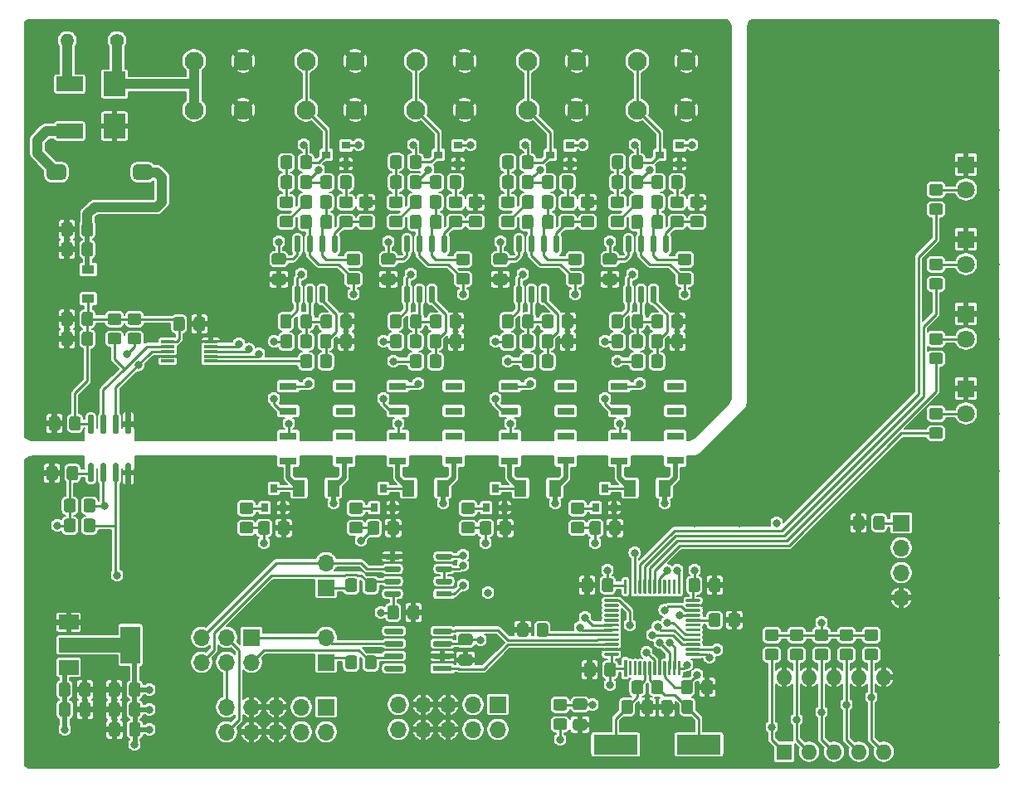
<source format=gbr>
%TF.GenerationSoftware,KiCad,Pcbnew,5.1.10-88a1d61d58~90~ubuntu20.04.1*%
%TF.CreationDate,2021-10-13T19:14:15+02:00*%
%TF.ProjectId,AO_V2,414f5f56-322e-46b6-9963-61645f706362,rev?*%
%TF.SameCoordinates,Original*%
%TF.FileFunction,Copper,L1,Top*%
%TF.FilePolarity,Positive*%
%FSLAX46Y46*%
G04 Gerber Fmt 4.6, Leading zero omitted, Abs format (unit mm)*
G04 Created by KiCad (PCBNEW 5.1.10-88a1d61d58~90~ubuntu20.04.1) date 2021-10-13 19:14:15*
%MOMM*%
%LPD*%
G01*
G04 APERTURE LIST*
%TA.AperFunction,ComponentPad*%
%ADD10O,1.400000X1.400000*%
%TD*%
%TA.AperFunction,ComponentPad*%
%ADD11C,1.400000*%
%TD*%
%TA.AperFunction,ComponentPad*%
%ADD12O,1.700000X1.700000*%
%TD*%
%TA.AperFunction,ComponentPad*%
%ADD13R,1.700000X1.700000*%
%TD*%
%TA.AperFunction,SMDPad,CuDef*%
%ADD14R,2.700000X1.500000*%
%TD*%
%TA.AperFunction,SMDPad,CuDef*%
%ADD15R,1.400000X0.300000*%
%TD*%
%TA.AperFunction,SMDPad,CuDef*%
%ADD16C,0.100000*%
%TD*%
%TA.AperFunction,SMDPad,CuDef*%
%ADD17R,1.300000X0.900000*%
%TD*%
%TA.AperFunction,SMDPad,CuDef*%
%ADD18R,2.000000X1.500000*%
%TD*%
%TA.AperFunction,SMDPad,CuDef*%
%ADD19R,2.000000X3.800000*%
%TD*%
%TA.AperFunction,SMDPad,CuDef*%
%ADD20R,1.650000X0.600000*%
%TD*%
%TA.AperFunction,SMDPad,CuDef*%
%ADD21R,1.950000X0.600000*%
%TD*%
%TA.AperFunction,SMDPad,CuDef*%
%ADD22R,0.800000X0.900000*%
%TD*%
%TA.AperFunction,SMDPad,CuDef*%
%ADD23R,1.800000X0.800000*%
%TD*%
%TA.AperFunction,ComponentPad*%
%ADD24C,1.950000*%
%TD*%
%TA.AperFunction,SMDPad,CuDef*%
%ADD25R,0.900000X0.800000*%
%TD*%
%TA.AperFunction,SMDPad,CuDef*%
%ADD26R,1.300000X1.700000*%
%TD*%
%TA.AperFunction,SMDPad,CuDef*%
%ADD27R,2.300000X2.500000*%
%TD*%
%TA.AperFunction,ComponentPad*%
%ADD28C,1.800000*%
%TD*%
%TA.AperFunction,ComponentPad*%
%ADD29R,1.800000X1.800000*%
%TD*%
%TA.AperFunction,SMDPad,CuDef*%
%ADD30R,0.300000X1.800000*%
%TD*%
%TA.AperFunction,SMDPad,CuDef*%
%ADD31R,4.500000X2.000000*%
%TD*%
%TA.AperFunction,ComponentPad*%
%ADD32O,1.600000X1.600000*%
%TD*%
%TA.AperFunction,ComponentPad*%
%ADD33R,1.600000X1.600000*%
%TD*%
%TA.AperFunction,ViaPad*%
%ADD34C,0.800000*%
%TD*%
%TA.AperFunction,Conductor*%
%ADD35C,0.250000*%
%TD*%
%TA.AperFunction,Conductor*%
%ADD36C,1.500000*%
%TD*%
%TA.AperFunction,Conductor*%
%ADD37C,0.500000*%
%TD*%
%TA.AperFunction,Conductor*%
%ADD38C,1.000000*%
%TD*%
%TA.AperFunction,Conductor*%
%ADD39C,0.127000*%
%TD*%
%TA.AperFunction,Conductor*%
%ADD40C,0.100000*%
%TD*%
G04 APERTURE END LIST*
%TO.P,FB1,1*%
%TO.N,Net-(D5-Pad1)*%
%TA.AperFunction,SMDPad,CuDef*%
G36*
G01*
X96168000Y-86722000D02*
X96168000Y-87522000D01*
G75*
G02*
X95768000Y-87922000I-400000J0D01*
G01*
X94568000Y-87922000D01*
G75*
G02*
X94168000Y-87522000I0J400000D01*
G01*
X94168000Y-86722000D01*
G75*
G02*
X94568000Y-86322000I400000J0D01*
G01*
X95768000Y-86322000D01*
G75*
G02*
X96168000Y-86722000I0J-400000D01*
G01*
G37*
%TD.AperFunction*%
%TO.P,FB1,2*%
%TO.N,+24V*%
%TA.AperFunction,SMDPad,CuDef*%
G36*
G01*
X104968000Y-86722000D02*
X104968000Y-87522000D01*
G75*
G02*
X104568000Y-87922000I-400000J0D01*
G01*
X103368000Y-87922000D01*
G75*
G02*
X102968000Y-87522000I0J400000D01*
G01*
X102968000Y-86722000D01*
G75*
G02*
X103368000Y-86322000I400000J0D01*
G01*
X104568000Y-86322000D01*
G75*
G02*
X104968000Y-86722000I0J-400000D01*
G01*
G37*
%TD.AperFunction*%
%TD*%
%TO.P,C14,2*%
%TO.N,GND*%
%TA.AperFunction,SMDPad,CuDef*%
G36*
G01*
X97499500Y-142461000D02*
X97499500Y-141511000D01*
G75*
G02*
X97749500Y-141261000I250000J0D01*
G01*
X98424500Y-141261000D01*
G75*
G02*
X98674500Y-141511000I0J-250000D01*
G01*
X98674500Y-142461000D01*
G75*
G02*
X98424500Y-142711000I-250000J0D01*
G01*
X97749500Y-142711000D01*
G75*
G02*
X97499500Y-142461000I0J250000D01*
G01*
G37*
%TD.AperFunction*%
%TO.P,C14,1*%
%TO.N,VCC*%
%TA.AperFunction,SMDPad,CuDef*%
G36*
G01*
X95424500Y-142461000D02*
X95424500Y-141511000D01*
G75*
G02*
X95674500Y-141261000I250000J0D01*
G01*
X96349500Y-141261000D01*
G75*
G02*
X96599500Y-141511000I0J-250000D01*
G01*
X96599500Y-142461000D01*
G75*
G02*
X96349500Y-142711000I-250000J0D01*
G01*
X95674500Y-142711000D01*
G75*
G02*
X95424500Y-142461000I0J250000D01*
G01*
G37*
%TD.AperFunction*%
%TD*%
D10*
%TO.P,F1,2*%
%TO.N,Net-(D5-Pad2)*%
X96266000Y-73660000D03*
D11*
%TO.P,F1,1*%
%TO.N,Net-(D6-Pad1)*%
X101346000Y-73660000D03*
%TD*%
D12*
%TO.P,J11,2*%
%TO.N,Net-(J11-Pad2)*%
X122682000Y-134620000D03*
D13*
%TO.P,J11,1*%
%TO.N,Net-(J11-Pad1)*%
X122682000Y-137160000D03*
%TD*%
%TO.P,C38,2*%
%TO.N,GND2*%
%TA.AperFunction,SMDPad,CuDef*%
G36*
G01*
X151163000Y-97478000D02*
X152113000Y-97478000D01*
G75*
G02*
X152363000Y-97728000I0J-250000D01*
G01*
X152363000Y-98403000D01*
G75*
G02*
X152113000Y-98653000I-250000J0D01*
G01*
X151163000Y-98653000D01*
G75*
G02*
X150913000Y-98403000I0J250000D01*
G01*
X150913000Y-97728000D01*
G75*
G02*
X151163000Y-97478000I250000J0D01*
G01*
G37*
%TD.AperFunction*%
%TO.P,C38,1*%
%TO.N,+24V*%
%TA.AperFunction,SMDPad,CuDef*%
G36*
G01*
X151163000Y-95403000D02*
X152113000Y-95403000D01*
G75*
G02*
X152363000Y-95653000I0J-250000D01*
G01*
X152363000Y-96328000D01*
G75*
G02*
X152113000Y-96578000I-250000J0D01*
G01*
X151163000Y-96578000D01*
G75*
G02*
X150913000Y-96328000I0J250000D01*
G01*
X150913000Y-95653000D01*
G75*
G02*
X151163000Y-95403000I250000J0D01*
G01*
G37*
%TD.AperFunction*%
%TD*%
%TO.P,C37,2*%
%TO.N,GND2*%
%TA.AperFunction,SMDPad,CuDef*%
G36*
G01*
X139987000Y-97478000D02*
X140937000Y-97478000D01*
G75*
G02*
X141187000Y-97728000I0J-250000D01*
G01*
X141187000Y-98403000D01*
G75*
G02*
X140937000Y-98653000I-250000J0D01*
G01*
X139987000Y-98653000D01*
G75*
G02*
X139737000Y-98403000I0J250000D01*
G01*
X139737000Y-97728000D01*
G75*
G02*
X139987000Y-97478000I250000J0D01*
G01*
G37*
%TD.AperFunction*%
%TO.P,C37,1*%
%TO.N,+24V*%
%TA.AperFunction,SMDPad,CuDef*%
G36*
G01*
X139987000Y-95403000D02*
X140937000Y-95403000D01*
G75*
G02*
X141187000Y-95653000I0J-250000D01*
G01*
X141187000Y-96328000D01*
G75*
G02*
X140937000Y-96578000I-250000J0D01*
G01*
X139987000Y-96578000D01*
G75*
G02*
X139737000Y-96328000I0J250000D01*
G01*
X139737000Y-95653000D01*
G75*
G02*
X139987000Y-95403000I250000J0D01*
G01*
G37*
%TD.AperFunction*%
%TD*%
D12*
%TO.P,J10,2*%
%TO.N,Net-(J10-Pad2)*%
X122682000Y-127000000D03*
D13*
%TO.P,J10,1*%
%TO.N,Net-(J10-Pad1)*%
X122682000Y-129540000D03*
%TD*%
D14*
%TO.P,D5,2*%
%TO.N,Net-(D5-Pad2)*%
X96520000Y-78118000D03*
%TO.P,D5,1*%
%TO.N,Net-(D5-Pad1)*%
X96520000Y-82918000D03*
%TD*%
%TO.P,R1,2*%
%TO.N,+3V3*%
%TA.AperFunction,SMDPad,CuDef*%
G36*
G01*
X146107999Y-142894000D02*
X147008001Y-142894000D01*
G75*
G02*
X147258000Y-143143999I0J-249999D01*
G01*
X147258000Y-143844001D01*
G75*
G02*
X147008001Y-144094000I-249999J0D01*
G01*
X146107999Y-144094000D01*
G75*
G02*
X145858000Y-143844001I0J249999D01*
G01*
X145858000Y-143143999D01*
G75*
G02*
X146107999Y-142894000I249999J0D01*
G01*
G37*
%TD.AperFunction*%
%TO.P,R1,1*%
%TO.N,Net-(C6-Pad1)*%
%TA.AperFunction,SMDPad,CuDef*%
G36*
G01*
X146107999Y-140894000D02*
X147008001Y-140894000D01*
G75*
G02*
X147258000Y-141143999I0J-249999D01*
G01*
X147258000Y-141844001D01*
G75*
G02*
X147008001Y-142094000I-249999J0D01*
G01*
X146107999Y-142094000D01*
G75*
G02*
X145858000Y-141844001I0J249999D01*
G01*
X145858000Y-141143999D01*
G75*
G02*
X146107999Y-140894000I249999J0D01*
G01*
G37*
%TD.AperFunction*%
%TD*%
%TO.P,R2,2*%
%TO.N,Net-(C3-Pad2)*%
%TA.AperFunction,SMDPad,CuDef*%
G36*
G01*
X155048000Y-139249999D02*
X155048000Y-140150001D01*
G75*
G02*
X154798001Y-140400000I-249999J0D01*
G01*
X154097999Y-140400000D01*
G75*
G02*
X153848000Y-140150001I0J249999D01*
G01*
X153848000Y-139249999D01*
G75*
G02*
X154097999Y-139000000I249999J0D01*
G01*
X154798001Y-139000000D01*
G75*
G02*
X155048000Y-139249999I0J-249999D01*
G01*
G37*
%TD.AperFunction*%
%TO.P,R2,1*%
%TO.N,Net-(C4-Pad1)*%
%TA.AperFunction,SMDPad,CuDef*%
G36*
G01*
X157048000Y-139249999D02*
X157048000Y-140150001D01*
G75*
G02*
X156798001Y-140400000I-249999J0D01*
G01*
X156097999Y-140400000D01*
G75*
G02*
X155848000Y-140150001I0J249999D01*
G01*
X155848000Y-139249999D01*
G75*
G02*
X156097999Y-139000000I249999J0D01*
G01*
X156798001Y-139000000D01*
G75*
G02*
X157048000Y-139249999I0J-249999D01*
G01*
G37*
%TD.AperFunction*%
%TD*%
%TO.P,R3,2*%
%TO.N,GND*%
%TA.AperFunction,SMDPad,CuDef*%
G36*
G01*
X143348000Y-133407999D02*
X143348000Y-134308001D01*
G75*
G02*
X143098001Y-134558000I-249999J0D01*
G01*
X142397999Y-134558000D01*
G75*
G02*
X142148000Y-134308001I0J249999D01*
G01*
X142148000Y-133407999D01*
G75*
G02*
X142397999Y-133158000I249999J0D01*
G01*
X143098001Y-133158000D01*
G75*
G02*
X143348000Y-133407999I0J-249999D01*
G01*
G37*
%TD.AperFunction*%
%TO.P,R3,1*%
%TO.N,Net-(R3-Pad1)*%
%TA.AperFunction,SMDPad,CuDef*%
G36*
G01*
X145348000Y-133407999D02*
X145348000Y-134308001D01*
G75*
G02*
X145098001Y-134558000I-249999J0D01*
G01*
X144397999Y-134558000D01*
G75*
G02*
X144148000Y-134308001I0J249999D01*
G01*
X144148000Y-133407999D01*
G75*
G02*
X144397999Y-133158000I249999J0D01*
G01*
X145098001Y-133158000D01*
G75*
G02*
X145348000Y-133407999I0J-249999D01*
G01*
G37*
%TD.AperFunction*%
%TD*%
%TO.P,R4,2*%
%TO.N,GND*%
%TA.AperFunction,SMDPad,CuDef*%
G36*
G01*
X163722000Y-133292001D02*
X163722000Y-132391999D01*
G75*
G02*
X163971999Y-132142000I249999J0D01*
G01*
X164672001Y-132142000D01*
G75*
G02*
X164922000Y-132391999I0J-249999D01*
G01*
X164922000Y-133292001D01*
G75*
G02*
X164672001Y-133542000I-249999J0D01*
G01*
X163971999Y-133542000D01*
G75*
G02*
X163722000Y-133292001I0J249999D01*
G01*
G37*
%TD.AperFunction*%
%TO.P,R4,1*%
%TO.N,Net-(R4-Pad1)*%
%TA.AperFunction,SMDPad,CuDef*%
G36*
G01*
X161722000Y-133292001D02*
X161722000Y-132391999D01*
G75*
G02*
X161971999Y-132142000I249999J0D01*
G01*
X162672001Y-132142000D01*
G75*
G02*
X162922000Y-132391999I0J-249999D01*
G01*
X162922000Y-133292001D01*
G75*
G02*
X162672001Y-133542000I-249999J0D01*
G01*
X161971999Y-133542000D01*
G75*
G02*
X161722000Y-133292001I0J249999D01*
G01*
G37*
%TD.AperFunction*%
%TD*%
%TO.P,R6,2*%
%TO.N,Net-(J10-Pad1)*%
%TA.AperFunction,SMDPad,CuDef*%
G36*
G01*
X125838000Y-128835999D02*
X125838000Y-129736001D01*
G75*
G02*
X125588001Y-129986000I-249999J0D01*
G01*
X124887999Y-129986000D01*
G75*
G02*
X124638000Y-129736001I0J249999D01*
G01*
X124638000Y-128835999D01*
G75*
G02*
X124887999Y-128586000I249999J0D01*
G01*
X125588001Y-128586000D01*
G75*
G02*
X125838000Y-128835999I0J-249999D01*
G01*
G37*
%TD.AperFunction*%
%TO.P,R6,1*%
%TO.N,Net-(J2-Pad6)*%
%TA.AperFunction,SMDPad,CuDef*%
G36*
G01*
X127838000Y-128835999D02*
X127838000Y-129736001D01*
G75*
G02*
X127588001Y-129986000I-249999J0D01*
G01*
X126887999Y-129986000D01*
G75*
G02*
X126638000Y-129736001I0J249999D01*
G01*
X126638000Y-128835999D01*
G75*
G02*
X126887999Y-128586000I249999J0D01*
G01*
X127588001Y-128586000D01*
G75*
G02*
X127838000Y-128835999I0J-249999D01*
G01*
G37*
%TD.AperFunction*%
%TD*%
%TO.P,R8,2*%
%TO.N,Net-(J11-Pad1)*%
%TA.AperFunction,SMDPad,CuDef*%
G36*
G01*
X125838000Y-136709999D02*
X125838000Y-137610001D01*
G75*
G02*
X125588001Y-137860000I-249999J0D01*
G01*
X124887999Y-137860000D01*
G75*
G02*
X124638000Y-137610001I0J249999D01*
G01*
X124638000Y-136709999D01*
G75*
G02*
X124887999Y-136460000I249999J0D01*
G01*
X125588001Y-136460000D01*
G75*
G02*
X125838000Y-136709999I0J-249999D01*
G01*
G37*
%TD.AperFunction*%
%TO.P,R8,1*%
%TO.N,Net-(J2-Pad2)*%
%TA.AperFunction,SMDPad,CuDef*%
G36*
G01*
X127838000Y-136709999D02*
X127838000Y-137610001D01*
G75*
G02*
X127588001Y-137860000I-249999J0D01*
G01*
X126887999Y-137860000D01*
G75*
G02*
X126638000Y-137610001I0J249999D01*
G01*
X126638000Y-136709999D01*
G75*
G02*
X126887999Y-136460000I249999J0D01*
G01*
X127588001Y-136460000D01*
G75*
G02*
X127838000Y-136709999I0J-249999D01*
G01*
G37*
%TD.AperFunction*%
%TD*%
%TO.P,R9,2*%
%TO.N,+3V3*%
%TA.AperFunction,SMDPad,CuDef*%
G36*
G01*
X168598001Y-134982000D02*
X167697999Y-134982000D01*
G75*
G02*
X167448000Y-134732001I0J249999D01*
G01*
X167448000Y-134031999D01*
G75*
G02*
X167697999Y-133782000I249999J0D01*
G01*
X168598001Y-133782000D01*
G75*
G02*
X168848000Y-134031999I0J-249999D01*
G01*
X168848000Y-134732001D01*
G75*
G02*
X168598001Y-134982000I-249999J0D01*
G01*
G37*
%TD.AperFunction*%
%TO.P,R9,1*%
%TO.N,Net-(R9-Pad1)*%
%TA.AperFunction,SMDPad,CuDef*%
G36*
G01*
X168598001Y-136982000D02*
X167697999Y-136982000D01*
G75*
G02*
X167448000Y-136732001I0J249999D01*
G01*
X167448000Y-136031999D01*
G75*
G02*
X167697999Y-135782000I249999J0D01*
G01*
X168598001Y-135782000D01*
G75*
G02*
X168848000Y-136031999I0J-249999D01*
G01*
X168848000Y-136732001D01*
G75*
G02*
X168598001Y-136982000I-249999J0D01*
G01*
G37*
%TD.AperFunction*%
%TD*%
%TO.P,R10,2*%
%TO.N,+3V3*%
%TA.AperFunction,SMDPad,CuDef*%
G36*
G01*
X171138001Y-134982000D02*
X170237999Y-134982000D01*
G75*
G02*
X169988000Y-134732001I0J249999D01*
G01*
X169988000Y-134031999D01*
G75*
G02*
X170237999Y-133782000I249999J0D01*
G01*
X171138001Y-133782000D01*
G75*
G02*
X171388000Y-134031999I0J-249999D01*
G01*
X171388000Y-134732001D01*
G75*
G02*
X171138001Y-134982000I-249999J0D01*
G01*
G37*
%TD.AperFunction*%
%TO.P,R10,1*%
%TO.N,Net-(R10-Pad1)*%
%TA.AperFunction,SMDPad,CuDef*%
G36*
G01*
X171138001Y-136982000D02*
X170237999Y-136982000D01*
G75*
G02*
X169988000Y-136732001I0J249999D01*
G01*
X169988000Y-136031999D01*
G75*
G02*
X170237999Y-135782000I249999J0D01*
G01*
X171138001Y-135782000D01*
G75*
G02*
X171388000Y-136031999I0J-249999D01*
G01*
X171388000Y-136732001D01*
G75*
G02*
X171138001Y-136982000I-249999J0D01*
G01*
G37*
%TD.AperFunction*%
%TD*%
%TO.P,R11,2*%
%TO.N,+3V3*%
%TA.AperFunction,SMDPad,CuDef*%
G36*
G01*
X173678001Y-134982000D02*
X172777999Y-134982000D01*
G75*
G02*
X172528000Y-134732001I0J249999D01*
G01*
X172528000Y-134031999D01*
G75*
G02*
X172777999Y-133782000I249999J0D01*
G01*
X173678001Y-133782000D01*
G75*
G02*
X173928000Y-134031999I0J-249999D01*
G01*
X173928000Y-134732001D01*
G75*
G02*
X173678001Y-134982000I-249999J0D01*
G01*
G37*
%TD.AperFunction*%
%TO.P,R11,1*%
%TO.N,Net-(R11-Pad1)*%
%TA.AperFunction,SMDPad,CuDef*%
G36*
G01*
X173678001Y-136982000D02*
X172777999Y-136982000D01*
G75*
G02*
X172528000Y-136732001I0J249999D01*
G01*
X172528000Y-136031999D01*
G75*
G02*
X172777999Y-135782000I249999J0D01*
G01*
X173678001Y-135782000D01*
G75*
G02*
X173928000Y-136031999I0J-249999D01*
G01*
X173928000Y-136732001D01*
G75*
G02*
X173678001Y-136982000I-249999J0D01*
G01*
G37*
%TD.AperFunction*%
%TD*%
%TO.P,R12,2*%
%TO.N,+3V3*%
%TA.AperFunction,SMDPad,CuDef*%
G36*
G01*
X176218001Y-134982000D02*
X175317999Y-134982000D01*
G75*
G02*
X175068000Y-134732001I0J249999D01*
G01*
X175068000Y-134031999D01*
G75*
G02*
X175317999Y-133782000I249999J0D01*
G01*
X176218001Y-133782000D01*
G75*
G02*
X176468000Y-134031999I0J-249999D01*
G01*
X176468000Y-134732001D01*
G75*
G02*
X176218001Y-134982000I-249999J0D01*
G01*
G37*
%TD.AperFunction*%
%TO.P,R12,1*%
%TO.N,Net-(R12-Pad1)*%
%TA.AperFunction,SMDPad,CuDef*%
G36*
G01*
X176218001Y-136982000D02*
X175317999Y-136982000D01*
G75*
G02*
X175068000Y-136732001I0J249999D01*
G01*
X175068000Y-136031999D01*
G75*
G02*
X175317999Y-135782000I249999J0D01*
G01*
X176218001Y-135782000D01*
G75*
G02*
X176468000Y-136031999I0J-249999D01*
G01*
X176468000Y-136732001D01*
G75*
G02*
X176218001Y-136982000I-249999J0D01*
G01*
G37*
%TD.AperFunction*%
%TD*%
%TO.P,R13,2*%
%TO.N,Net-(R13-Pad2)*%
%TA.AperFunction,SMDPad,CuDef*%
G36*
G01*
X184461999Y-113176000D02*
X185362001Y-113176000D01*
G75*
G02*
X185612000Y-113425999I0J-249999D01*
G01*
X185612000Y-114126001D01*
G75*
G02*
X185362001Y-114376000I-249999J0D01*
G01*
X184461999Y-114376000D01*
G75*
G02*
X184212000Y-114126001I0J249999D01*
G01*
X184212000Y-113425999D01*
G75*
G02*
X184461999Y-113176000I249999J0D01*
G01*
G37*
%TD.AperFunction*%
%TO.P,R13,1*%
%TO.N,Net-(D1-Pad2)*%
%TA.AperFunction,SMDPad,CuDef*%
G36*
G01*
X184461999Y-111176000D02*
X185362001Y-111176000D01*
G75*
G02*
X185612000Y-111425999I0J-249999D01*
G01*
X185612000Y-112126001D01*
G75*
G02*
X185362001Y-112376000I-249999J0D01*
G01*
X184461999Y-112376000D01*
G75*
G02*
X184212000Y-112126001I0J249999D01*
G01*
X184212000Y-111425999D01*
G75*
G02*
X184461999Y-111176000I249999J0D01*
G01*
G37*
%TD.AperFunction*%
%TD*%
%TO.P,R14,2*%
%TO.N,Net-(R14-Pad2)*%
%TA.AperFunction,SMDPad,CuDef*%
G36*
G01*
X184461999Y-105556000D02*
X185362001Y-105556000D01*
G75*
G02*
X185612000Y-105805999I0J-249999D01*
G01*
X185612000Y-106506001D01*
G75*
G02*
X185362001Y-106756000I-249999J0D01*
G01*
X184461999Y-106756000D01*
G75*
G02*
X184212000Y-106506001I0J249999D01*
G01*
X184212000Y-105805999D01*
G75*
G02*
X184461999Y-105556000I249999J0D01*
G01*
G37*
%TD.AperFunction*%
%TO.P,R14,1*%
%TO.N,Net-(D2-Pad2)*%
%TA.AperFunction,SMDPad,CuDef*%
G36*
G01*
X184461999Y-103556000D02*
X185362001Y-103556000D01*
G75*
G02*
X185612000Y-103805999I0J-249999D01*
G01*
X185612000Y-104506001D01*
G75*
G02*
X185362001Y-104756000I-249999J0D01*
G01*
X184461999Y-104756000D01*
G75*
G02*
X184212000Y-104506001I0J249999D01*
G01*
X184212000Y-103805999D01*
G75*
G02*
X184461999Y-103556000I249999J0D01*
G01*
G37*
%TD.AperFunction*%
%TD*%
%TO.P,R15,2*%
%TO.N,Net-(R15-Pad2)*%
%TA.AperFunction,SMDPad,CuDef*%
G36*
G01*
X184461999Y-97936000D02*
X185362001Y-97936000D01*
G75*
G02*
X185612000Y-98185999I0J-249999D01*
G01*
X185612000Y-98886001D01*
G75*
G02*
X185362001Y-99136000I-249999J0D01*
G01*
X184461999Y-99136000D01*
G75*
G02*
X184212000Y-98886001I0J249999D01*
G01*
X184212000Y-98185999D01*
G75*
G02*
X184461999Y-97936000I249999J0D01*
G01*
G37*
%TD.AperFunction*%
%TO.P,R15,1*%
%TO.N,Net-(D3-Pad2)*%
%TA.AperFunction,SMDPad,CuDef*%
G36*
G01*
X184461999Y-95936000D02*
X185362001Y-95936000D01*
G75*
G02*
X185612000Y-96185999I0J-249999D01*
G01*
X185612000Y-96886001D01*
G75*
G02*
X185362001Y-97136000I-249999J0D01*
G01*
X184461999Y-97136000D01*
G75*
G02*
X184212000Y-96886001I0J249999D01*
G01*
X184212000Y-96185999D01*
G75*
G02*
X184461999Y-95936000I249999J0D01*
G01*
G37*
%TD.AperFunction*%
%TD*%
%TO.P,R16,2*%
%TO.N,Net-(R16-Pad2)*%
%TA.AperFunction,SMDPad,CuDef*%
G36*
G01*
X184461999Y-90316000D02*
X185362001Y-90316000D01*
G75*
G02*
X185612000Y-90565999I0J-249999D01*
G01*
X185612000Y-91266001D01*
G75*
G02*
X185362001Y-91516000I-249999J0D01*
G01*
X184461999Y-91516000D01*
G75*
G02*
X184212000Y-91266001I0J249999D01*
G01*
X184212000Y-90565999D01*
G75*
G02*
X184461999Y-90316000I249999J0D01*
G01*
G37*
%TD.AperFunction*%
%TO.P,R16,1*%
%TO.N,Net-(D4-Pad2)*%
%TA.AperFunction,SMDPad,CuDef*%
G36*
G01*
X184461999Y-88316000D02*
X185362001Y-88316000D01*
G75*
G02*
X185612000Y-88565999I0J-249999D01*
G01*
X185612000Y-89266001D01*
G75*
G02*
X185362001Y-89516000I-249999J0D01*
G01*
X184461999Y-89516000D01*
G75*
G02*
X184212000Y-89266001I0J249999D01*
G01*
X184212000Y-88565999D01*
G75*
G02*
X184461999Y-88316000I249999J0D01*
G01*
G37*
%TD.AperFunction*%
%TD*%
%TO.P,R17,2*%
%TO.N,+3V3*%
%TA.AperFunction,SMDPad,CuDef*%
G36*
G01*
X178758001Y-134982000D02*
X177857999Y-134982000D01*
G75*
G02*
X177608000Y-134732001I0J249999D01*
G01*
X177608000Y-134031999D01*
G75*
G02*
X177857999Y-133782000I249999J0D01*
G01*
X178758001Y-133782000D01*
G75*
G02*
X179008000Y-134031999I0J-249999D01*
G01*
X179008000Y-134732001D01*
G75*
G02*
X178758001Y-134982000I-249999J0D01*
G01*
G37*
%TD.AperFunction*%
%TO.P,R17,1*%
%TO.N,Net-(R17-Pad1)*%
%TA.AperFunction,SMDPad,CuDef*%
G36*
G01*
X178758001Y-136982000D02*
X177857999Y-136982000D01*
G75*
G02*
X177608000Y-136732001I0J249999D01*
G01*
X177608000Y-136031999D01*
G75*
G02*
X177857999Y-135782000I249999J0D01*
G01*
X178758001Y-135782000D01*
G75*
G02*
X179008000Y-136031999I0J-249999D01*
G01*
X179008000Y-136732001D01*
G75*
G02*
X178758001Y-136982000I-249999J0D01*
G01*
G37*
%TD.AperFunction*%
%TD*%
%TO.P,R18,2*%
%TO.N,CC1_Lo*%
%TA.AperFunction,SMDPad,CuDef*%
G36*
G01*
X114103999Y-122828000D02*
X115004001Y-122828000D01*
G75*
G02*
X115254000Y-123077999I0J-249999D01*
G01*
X115254000Y-123778001D01*
G75*
G02*
X115004001Y-124028000I-249999J0D01*
G01*
X114103999Y-124028000D01*
G75*
G02*
X113854000Y-123778001I0J249999D01*
G01*
X113854000Y-123077999D01*
G75*
G02*
X114103999Y-122828000I249999J0D01*
G01*
G37*
%TD.AperFunction*%
%TO.P,R18,1*%
%TO.N,Net-(Q1-Pad1)*%
%TA.AperFunction,SMDPad,CuDef*%
G36*
G01*
X114103999Y-120828000D02*
X115004001Y-120828000D01*
G75*
G02*
X115254000Y-121077999I0J-249999D01*
G01*
X115254000Y-121778001D01*
G75*
G02*
X115004001Y-122028000I-249999J0D01*
G01*
X114103999Y-122028000D01*
G75*
G02*
X113854000Y-121778001I0J249999D01*
G01*
X113854000Y-121077999D01*
G75*
G02*
X114103999Y-120828000I249999J0D01*
G01*
G37*
%TD.AperFunction*%
%TD*%
%TO.P,R19,2*%
%TO.N,CC1_Lo*%
%TA.AperFunction,SMDPad,CuDef*%
G36*
G01*
X116948000Y-122993999D02*
X116948000Y-123894001D01*
G75*
G02*
X116698001Y-124144000I-249999J0D01*
G01*
X115997999Y-124144000D01*
G75*
G02*
X115748000Y-123894001I0J249999D01*
G01*
X115748000Y-122993999D01*
G75*
G02*
X115997999Y-122744000I249999J0D01*
G01*
X116698001Y-122744000D01*
G75*
G02*
X116948000Y-122993999I0J-249999D01*
G01*
G37*
%TD.AperFunction*%
%TO.P,R19,1*%
%TO.N,GND*%
%TA.AperFunction,SMDPad,CuDef*%
G36*
G01*
X118948000Y-122993999D02*
X118948000Y-123894001D01*
G75*
G02*
X118698001Y-124144000I-249999J0D01*
G01*
X117997999Y-124144000D01*
G75*
G02*
X117748000Y-123894001I0J249999D01*
G01*
X117748000Y-122993999D01*
G75*
G02*
X117997999Y-122744000I249999J0D01*
G01*
X118698001Y-122744000D01*
G75*
G02*
X118948000Y-122993999I0J-249999D01*
G01*
G37*
%TD.AperFunction*%
%TD*%
%TO.P,R20,2*%
%TO.N,CC2_Lo*%
%TA.AperFunction,SMDPad,CuDef*%
G36*
G01*
X125279999Y-122828000D02*
X126180001Y-122828000D01*
G75*
G02*
X126430000Y-123077999I0J-249999D01*
G01*
X126430000Y-123778001D01*
G75*
G02*
X126180001Y-124028000I-249999J0D01*
G01*
X125279999Y-124028000D01*
G75*
G02*
X125030000Y-123778001I0J249999D01*
G01*
X125030000Y-123077999D01*
G75*
G02*
X125279999Y-122828000I249999J0D01*
G01*
G37*
%TD.AperFunction*%
%TO.P,R20,1*%
%TO.N,Net-(Q2-Pad1)*%
%TA.AperFunction,SMDPad,CuDef*%
G36*
G01*
X125279999Y-120828000D02*
X126180001Y-120828000D01*
G75*
G02*
X126430000Y-121077999I0J-249999D01*
G01*
X126430000Y-121778001D01*
G75*
G02*
X126180001Y-122028000I-249999J0D01*
G01*
X125279999Y-122028000D01*
G75*
G02*
X125030000Y-121778001I0J249999D01*
G01*
X125030000Y-121077999D01*
G75*
G02*
X125279999Y-120828000I249999J0D01*
G01*
G37*
%TD.AperFunction*%
%TD*%
%TO.P,R21,2*%
%TO.N,CC2_Lo*%
%TA.AperFunction,SMDPad,CuDef*%
G36*
G01*
X128124000Y-122993999D02*
X128124000Y-123894001D01*
G75*
G02*
X127874001Y-124144000I-249999J0D01*
G01*
X127173999Y-124144000D01*
G75*
G02*
X126924000Y-123894001I0J249999D01*
G01*
X126924000Y-122993999D01*
G75*
G02*
X127173999Y-122744000I249999J0D01*
G01*
X127874001Y-122744000D01*
G75*
G02*
X128124000Y-122993999I0J-249999D01*
G01*
G37*
%TD.AperFunction*%
%TO.P,R21,1*%
%TO.N,GND*%
%TA.AperFunction,SMDPad,CuDef*%
G36*
G01*
X130124000Y-122993999D02*
X130124000Y-123894001D01*
G75*
G02*
X129874001Y-124144000I-249999J0D01*
G01*
X129173999Y-124144000D01*
G75*
G02*
X128924000Y-123894001I0J249999D01*
G01*
X128924000Y-122993999D01*
G75*
G02*
X129173999Y-122744000I249999J0D01*
G01*
X129874001Y-122744000D01*
G75*
G02*
X130124000Y-122993999I0J-249999D01*
G01*
G37*
%TD.AperFunction*%
%TD*%
%TO.P,R22,2*%
%TO.N,CC3_Lo*%
%TA.AperFunction,SMDPad,CuDef*%
G36*
G01*
X136709999Y-122828000D02*
X137610001Y-122828000D01*
G75*
G02*
X137860000Y-123077999I0J-249999D01*
G01*
X137860000Y-123778001D01*
G75*
G02*
X137610001Y-124028000I-249999J0D01*
G01*
X136709999Y-124028000D01*
G75*
G02*
X136460000Y-123778001I0J249999D01*
G01*
X136460000Y-123077999D01*
G75*
G02*
X136709999Y-122828000I249999J0D01*
G01*
G37*
%TD.AperFunction*%
%TO.P,R22,1*%
%TO.N,Net-(Q3-Pad1)*%
%TA.AperFunction,SMDPad,CuDef*%
G36*
G01*
X136709999Y-120828000D02*
X137610001Y-120828000D01*
G75*
G02*
X137860000Y-121077999I0J-249999D01*
G01*
X137860000Y-121778001D01*
G75*
G02*
X137610001Y-122028000I-249999J0D01*
G01*
X136709999Y-122028000D01*
G75*
G02*
X136460000Y-121778001I0J249999D01*
G01*
X136460000Y-121077999D01*
G75*
G02*
X136709999Y-120828000I249999J0D01*
G01*
G37*
%TD.AperFunction*%
%TD*%
%TO.P,R23,2*%
%TO.N,CC3_Lo*%
%TA.AperFunction,SMDPad,CuDef*%
G36*
G01*
X139554000Y-122993999D02*
X139554000Y-123894001D01*
G75*
G02*
X139304001Y-124144000I-249999J0D01*
G01*
X138603999Y-124144000D01*
G75*
G02*
X138354000Y-123894001I0J249999D01*
G01*
X138354000Y-122993999D01*
G75*
G02*
X138603999Y-122744000I249999J0D01*
G01*
X139304001Y-122744000D01*
G75*
G02*
X139554000Y-122993999I0J-249999D01*
G01*
G37*
%TD.AperFunction*%
%TO.P,R23,1*%
%TO.N,GND*%
%TA.AperFunction,SMDPad,CuDef*%
G36*
G01*
X141554000Y-122993999D02*
X141554000Y-123894001D01*
G75*
G02*
X141304001Y-124144000I-249999J0D01*
G01*
X140603999Y-124144000D01*
G75*
G02*
X140354000Y-123894001I0J249999D01*
G01*
X140354000Y-122993999D01*
G75*
G02*
X140603999Y-122744000I249999J0D01*
G01*
X141304001Y-122744000D01*
G75*
G02*
X141554000Y-122993999I0J-249999D01*
G01*
G37*
%TD.AperFunction*%
%TD*%
%TO.P,R24,2*%
%TO.N,CC4_Lo*%
%TA.AperFunction,SMDPad,CuDef*%
G36*
G01*
X147885999Y-122828000D02*
X148786001Y-122828000D01*
G75*
G02*
X149036000Y-123077999I0J-249999D01*
G01*
X149036000Y-123778001D01*
G75*
G02*
X148786001Y-124028000I-249999J0D01*
G01*
X147885999Y-124028000D01*
G75*
G02*
X147636000Y-123778001I0J249999D01*
G01*
X147636000Y-123077999D01*
G75*
G02*
X147885999Y-122828000I249999J0D01*
G01*
G37*
%TD.AperFunction*%
%TO.P,R24,1*%
%TO.N,Net-(Q4-Pad1)*%
%TA.AperFunction,SMDPad,CuDef*%
G36*
G01*
X147885999Y-120828000D02*
X148786001Y-120828000D01*
G75*
G02*
X149036000Y-121077999I0J-249999D01*
G01*
X149036000Y-121778001D01*
G75*
G02*
X148786001Y-122028000I-249999J0D01*
G01*
X147885999Y-122028000D01*
G75*
G02*
X147636000Y-121778001I0J249999D01*
G01*
X147636000Y-121077999D01*
G75*
G02*
X147885999Y-120828000I249999J0D01*
G01*
G37*
%TD.AperFunction*%
%TD*%
%TO.P,R25,2*%
%TO.N,CC4_Lo*%
%TA.AperFunction,SMDPad,CuDef*%
G36*
G01*
X150746000Y-122993999D02*
X150746000Y-123894001D01*
G75*
G02*
X150496001Y-124144000I-249999J0D01*
G01*
X149795999Y-124144000D01*
G75*
G02*
X149546000Y-123894001I0J249999D01*
G01*
X149546000Y-122993999D01*
G75*
G02*
X149795999Y-122744000I249999J0D01*
G01*
X150496001Y-122744000D01*
G75*
G02*
X150746000Y-122993999I0J-249999D01*
G01*
G37*
%TD.AperFunction*%
%TO.P,R25,1*%
%TO.N,GND*%
%TA.AperFunction,SMDPad,CuDef*%
G36*
G01*
X152746000Y-122993999D02*
X152746000Y-123894001D01*
G75*
G02*
X152496001Y-124144000I-249999J0D01*
G01*
X151795999Y-124144000D01*
G75*
G02*
X151546000Y-123894001I0J249999D01*
G01*
X151546000Y-122993999D01*
G75*
G02*
X151795999Y-122744000I249999J0D01*
G01*
X152496001Y-122744000D01*
G75*
G02*
X152746000Y-122993999I0J-249999D01*
G01*
G37*
%TD.AperFunction*%
%TD*%
%TO.P,R26,2*%
%TO.N,+3V3*%
%TA.AperFunction,SMDPad,CuDef*%
G36*
G01*
X97136000Y-122739999D02*
X97136000Y-123640001D01*
G75*
G02*
X96886001Y-123890000I-249999J0D01*
G01*
X96185999Y-123890000D01*
G75*
G02*
X95936000Y-123640001I0J249999D01*
G01*
X95936000Y-122739999D01*
G75*
G02*
X96185999Y-122490000I249999J0D01*
G01*
X96886001Y-122490000D01*
G75*
G02*
X97136000Y-122739999I0J-249999D01*
G01*
G37*
%TD.AperFunction*%
%TO.P,R26,1*%
%TO.N,SDA*%
%TA.AperFunction,SMDPad,CuDef*%
G36*
G01*
X99136000Y-122739999D02*
X99136000Y-123640001D01*
G75*
G02*
X98886001Y-123890000I-249999J0D01*
G01*
X98185999Y-123890000D01*
G75*
G02*
X97936000Y-123640001I0J249999D01*
G01*
X97936000Y-122739999D01*
G75*
G02*
X98185999Y-122490000I249999J0D01*
G01*
X98886001Y-122490000D01*
G75*
G02*
X99136000Y-122739999I0J-249999D01*
G01*
G37*
%TD.AperFunction*%
%TD*%
%TO.P,R27,2*%
%TO.N,+3V3*%
%TA.AperFunction,SMDPad,CuDef*%
G36*
G01*
X97136000Y-120707999D02*
X97136000Y-121608001D01*
G75*
G02*
X96886001Y-121858000I-249999J0D01*
G01*
X96185999Y-121858000D01*
G75*
G02*
X95936000Y-121608001I0J249999D01*
G01*
X95936000Y-120707999D01*
G75*
G02*
X96185999Y-120458000I249999J0D01*
G01*
X96886001Y-120458000D01*
G75*
G02*
X97136000Y-120707999I0J-249999D01*
G01*
G37*
%TD.AperFunction*%
%TO.P,R27,1*%
%TO.N,SCL*%
%TA.AperFunction,SMDPad,CuDef*%
G36*
G01*
X99136000Y-120707999D02*
X99136000Y-121608001D01*
G75*
G02*
X98886001Y-121858000I-249999J0D01*
G01*
X98185999Y-121858000D01*
G75*
G02*
X97936000Y-121608001I0J249999D01*
G01*
X97936000Y-120707999D01*
G75*
G02*
X98185999Y-120458000I249999J0D01*
G01*
X98886001Y-120458000D01*
G75*
G02*
X99136000Y-120707999I0J-249999D01*
G01*
G37*
%TD.AperFunction*%
%TD*%
%TO.P,R28,2*%
%TO.N,Net-(R28-Pad2)*%
%TA.AperFunction,SMDPad,CuDef*%
G36*
G01*
X102673999Y-103524000D02*
X103574001Y-103524000D01*
G75*
G02*
X103824000Y-103773999I0J-249999D01*
G01*
X103824000Y-104474001D01*
G75*
G02*
X103574001Y-104724000I-249999J0D01*
G01*
X102673999Y-104724000D01*
G75*
G02*
X102424000Y-104474001I0J249999D01*
G01*
X102424000Y-103773999D01*
G75*
G02*
X102673999Y-103524000I249999J0D01*
G01*
G37*
%TD.AperFunction*%
%TO.P,R28,1*%
%TO.N,+5V*%
%TA.AperFunction,SMDPad,CuDef*%
G36*
G01*
X102673999Y-101524000D02*
X103574001Y-101524000D01*
G75*
G02*
X103824000Y-101773999I0J-249999D01*
G01*
X103824000Y-102474001D01*
G75*
G02*
X103574001Y-102724000I-249999J0D01*
G01*
X102673999Y-102724000D01*
G75*
G02*
X102424000Y-102474001I0J249999D01*
G01*
X102424000Y-101773999D01*
G75*
G02*
X102673999Y-101524000I249999J0D01*
G01*
G37*
%TD.AperFunction*%
%TD*%
%TO.P,R29,2*%
%TO.N,Net-(R29-Pad2)*%
%TA.AperFunction,SMDPad,CuDef*%
G36*
G01*
X100641999Y-103524000D02*
X101542001Y-103524000D01*
G75*
G02*
X101792000Y-103773999I0J-249999D01*
G01*
X101792000Y-104474001D01*
G75*
G02*
X101542001Y-104724000I-249999J0D01*
G01*
X100641999Y-104724000D01*
G75*
G02*
X100392000Y-104474001I0J249999D01*
G01*
X100392000Y-103773999D01*
G75*
G02*
X100641999Y-103524000I249999J0D01*
G01*
G37*
%TD.AperFunction*%
%TO.P,R29,1*%
%TO.N,+5V*%
%TA.AperFunction,SMDPad,CuDef*%
G36*
G01*
X100641999Y-101524000D02*
X101542001Y-101524000D01*
G75*
G02*
X101792000Y-101773999I0J-249999D01*
G01*
X101792000Y-102474001D01*
G75*
G02*
X101542001Y-102724000I-249999J0D01*
G01*
X100641999Y-102724000D01*
G75*
G02*
X100392000Y-102474001I0J249999D01*
G01*
X100392000Y-101773999D01*
G75*
G02*
X100641999Y-101524000I249999J0D01*
G01*
G37*
%TD.AperFunction*%
%TD*%
%TO.P,R30,2*%
%TO.N,Net-(R30-Pad2)*%
%TA.AperFunction,SMDPad,CuDef*%
G36*
G01*
X121266000Y-105975999D02*
X121266000Y-106876001D01*
G75*
G02*
X121016001Y-107126000I-249999J0D01*
G01*
X120315999Y-107126000D01*
G75*
G02*
X120066000Y-106876001I0J249999D01*
G01*
X120066000Y-105975999D01*
G75*
G02*
X120315999Y-105726000I249999J0D01*
G01*
X121016001Y-105726000D01*
G75*
G02*
X121266000Y-105975999I0J-249999D01*
G01*
G37*
%TD.AperFunction*%
%TO.P,R30,1*%
%TO.N,Net-(C21-Pad1)*%
%TA.AperFunction,SMDPad,CuDef*%
G36*
G01*
X123266000Y-105975999D02*
X123266000Y-106876001D01*
G75*
G02*
X123016001Y-107126000I-249999J0D01*
G01*
X122315999Y-107126000D01*
G75*
G02*
X122066000Y-106876001I0J249999D01*
G01*
X122066000Y-105975999D01*
G75*
G02*
X122315999Y-105726000I249999J0D01*
G01*
X123016001Y-105726000D01*
G75*
G02*
X123266000Y-105975999I0J-249999D01*
G01*
G37*
%TD.AperFunction*%
%TD*%
%TO.P,R31,2*%
%TO.N,Net-(R31-Pad2)*%
%TA.AperFunction,SMDPad,CuDef*%
G36*
G01*
X132442000Y-105975999D02*
X132442000Y-106876001D01*
G75*
G02*
X132192001Y-107126000I-249999J0D01*
G01*
X131491999Y-107126000D01*
G75*
G02*
X131242000Y-106876001I0J249999D01*
G01*
X131242000Y-105975999D01*
G75*
G02*
X131491999Y-105726000I249999J0D01*
G01*
X132192001Y-105726000D01*
G75*
G02*
X132442000Y-105975999I0J-249999D01*
G01*
G37*
%TD.AperFunction*%
%TO.P,R31,1*%
%TO.N,Net-(C22-Pad1)*%
%TA.AperFunction,SMDPad,CuDef*%
G36*
G01*
X134442000Y-105975999D02*
X134442000Y-106876001D01*
G75*
G02*
X134192001Y-107126000I-249999J0D01*
G01*
X133491999Y-107126000D01*
G75*
G02*
X133242000Y-106876001I0J249999D01*
G01*
X133242000Y-105975999D01*
G75*
G02*
X133491999Y-105726000I249999J0D01*
G01*
X134192001Y-105726000D01*
G75*
G02*
X134442000Y-105975999I0J-249999D01*
G01*
G37*
%TD.AperFunction*%
%TD*%
%TO.P,R32,2*%
%TO.N,Net-(R32-Pad2)*%
%TA.AperFunction,SMDPad,CuDef*%
G36*
G01*
X143872000Y-105975999D02*
X143872000Y-106876001D01*
G75*
G02*
X143622001Y-107126000I-249999J0D01*
G01*
X142921999Y-107126000D01*
G75*
G02*
X142672000Y-106876001I0J249999D01*
G01*
X142672000Y-105975999D01*
G75*
G02*
X142921999Y-105726000I249999J0D01*
G01*
X143622001Y-105726000D01*
G75*
G02*
X143872000Y-105975999I0J-249999D01*
G01*
G37*
%TD.AperFunction*%
%TO.P,R32,1*%
%TO.N,Net-(C23-Pad1)*%
%TA.AperFunction,SMDPad,CuDef*%
G36*
G01*
X145872000Y-105975999D02*
X145872000Y-106876001D01*
G75*
G02*
X145622001Y-107126000I-249999J0D01*
G01*
X144921999Y-107126000D01*
G75*
G02*
X144672000Y-106876001I0J249999D01*
G01*
X144672000Y-105975999D01*
G75*
G02*
X144921999Y-105726000I249999J0D01*
G01*
X145622001Y-105726000D01*
G75*
G02*
X145872000Y-105975999I0J-249999D01*
G01*
G37*
%TD.AperFunction*%
%TD*%
%TO.P,R33,2*%
%TO.N,Net-(R33-Pad2)*%
%TA.AperFunction,SMDPad,CuDef*%
G36*
G01*
X155048000Y-105975999D02*
X155048000Y-106876001D01*
G75*
G02*
X154798001Y-107126000I-249999J0D01*
G01*
X154097999Y-107126000D01*
G75*
G02*
X153848000Y-106876001I0J249999D01*
G01*
X153848000Y-105975999D01*
G75*
G02*
X154097999Y-105726000I249999J0D01*
G01*
X154798001Y-105726000D01*
G75*
G02*
X155048000Y-105975999I0J-249999D01*
G01*
G37*
%TD.AperFunction*%
%TO.P,R33,1*%
%TO.N,Net-(C24-Pad1)*%
%TA.AperFunction,SMDPad,CuDef*%
G36*
G01*
X157048000Y-105975999D02*
X157048000Y-106876001D01*
G75*
G02*
X156798001Y-107126000I-249999J0D01*
G01*
X156097999Y-107126000D01*
G75*
G02*
X155848000Y-106876001I0J249999D01*
G01*
X155848000Y-105975999D01*
G75*
G02*
X156097999Y-105726000I249999J0D01*
G01*
X156798001Y-105726000D01*
G75*
G02*
X157048000Y-105975999I0J-249999D01*
G01*
G37*
%TD.AperFunction*%
%TD*%
%TO.P,R34,2*%
%TO.N,Net-(C25-Pad1)*%
%TA.AperFunction,SMDPad,CuDef*%
G36*
G01*
X120034000Y-104844001D02*
X120034000Y-103943999D01*
G75*
G02*
X120283999Y-103694000I249999J0D01*
G01*
X120984001Y-103694000D01*
G75*
G02*
X121234000Y-103943999I0J-249999D01*
G01*
X121234000Y-104844001D01*
G75*
G02*
X120984001Y-105094000I-249999J0D01*
G01*
X120283999Y-105094000D01*
G75*
G02*
X120034000Y-104844001I0J249999D01*
G01*
G37*
%TD.AperFunction*%
%TO.P,R34,1*%
%TO.N,Net-(K1-Pad6)*%
%TA.AperFunction,SMDPad,CuDef*%
G36*
G01*
X118034000Y-104844001D02*
X118034000Y-103943999D01*
G75*
G02*
X118283999Y-103694000I249999J0D01*
G01*
X118984001Y-103694000D01*
G75*
G02*
X119234000Y-103943999I0J-249999D01*
G01*
X119234000Y-104844001D01*
G75*
G02*
X118984001Y-105094000I-249999J0D01*
G01*
X118283999Y-105094000D01*
G75*
G02*
X118034000Y-104844001I0J249999D01*
G01*
G37*
%TD.AperFunction*%
%TD*%
%TO.P,R35,2*%
%TO.N,Net-(C26-Pad1)*%
%TA.AperFunction,SMDPad,CuDef*%
G36*
G01*
X131210000Y-104844001D02*
X131210000Y-103943999D01*
G75*
G02*
X131459999Y-103694000I249999J0D01*
G01*
X132160001Y-103694000D01*
G75*
G02*
X132410000Y-103943999I0J-249999D01*
G01*
X132410000Y-104844001D01*
G75*
G02*
X132160001Y-105094000I-249999J0D01*
G01*
X131459999Y-105094000D01*
G75*
G02*
X131210000Y-104844001I0J249999D01*
G01*
G37*
%TD.AperFunction*%
%TO.P,R35,1*%
%TO.N,Net-(K2-Pad6)*%
%TA.AperFunction,SMDPad,CuDef*%
G36*
G01*
X129210000Y-104844001D02*
X129210000Y-103943999D01*
G75*
G02*
X129459999Y-103694000I249999J0D01*
G01*
X130160001Y-103694000D01*
G75*
G02*
X130410000Y-103943999I0J-249999D01*
G01*
X130410000Y-104844001D01*
G75*
G02*
X130160001Y-105094000I-249999J0D01*
G01*
X129459999Y-105094000D01*
G75*
G02*
X129210000Y-104844001I0J249999D01*
G01*
G37*
%TD.AperFunction*%
%TD*%
%TO.P,R36,2*%
%TO.N,Net-(C27-Pad1)*%
%TA.AperFunction,SMDPad,CuDef*%
G36*
G01*
X142640000Y-104844001D02*
X142640000Y-103943999D01*
G75*
G02*
X142889999Y-103694000I249999J0D01*
G01*
X143590001Y-103694000D01*
G75*
G02*
X143840000Y-103943999I0J-249999D01*
G01*
X143840000Y-104844001D01*
G75*
G02*
X143590001Y-105094000I-249999J0D01*
G01*
X142889999Y-105094000D01*
G75*
G02*
X142640000Y-104844001I0J249999D01*
G01*
G37*
%TD.AperFunction*%
%TO.P,R36,1*%
%TO.N,Net-(K3-Pad6)*%
%TA.AperFunction,SMDPad,CuDef*%
G36*
G01*
X140640000Y-104844001D02*
X140640000Y-103943999D01*
G75*
G02*
X140889999Y-103694000I249999J0D01*
G01*
X141590001Y-103694000D01*
G75*
G02*
X141840000Y-103943999I0J-249999D01*
G01*
X141840000Y-104844001D01*
G75*
G02*
X141590001Y-105094000I-249999J0D01*
G01*
X140889999Y-105094000D01*
G75*
G02*
X140640000Y-104844001I0J249999D01*
G01*
G37*
%TD.AperFunction*%
%TD*%
%TO.P,R37,2*%
%TO.N,Net-(C28-Pad1)*%
%TA.AperFunction,SMDPad,CuDef*%
G36*
G01*
X153816000Y-104844001D02*
X153816000Y-103943999D01*
G75*
G02*
X154065999Y-103694000I249999J0D01*
G01*
X154766001Y-103694000D01*
G75*
G02*
X155016000Y-103943999I0J-249999D01*
G01*
X155016000Y-104844001D01*
G75*
G02*
X154766001Y-105094000I-249999J0D01*
G01*
X154065999Y-105094000D01*
G75*
G02*
X153816000Y-104844001I0J249999D01*
G01*
G37*
%TD.AperFunction*%
%TO.P,R37,1*%
%TO.N,Net-(K4-Pad6)*%
%TA.AperFunction,SMDPad,CuDef*%
G36*
G01*
X151816000Y-104844001D02*
X151816000Y-103943999D01*
G75*
G02*
X152065999Y-103694000I249999J0D01*
G01*
X152766001Y-103694000D01*
G75*
G02*
X153016000Y-103943999I0J-249999D01*
G01*
X153016000Y-104844001D01*
G75*
G02*
X152766001Y-105094000I-249999J0D01*
G01*
X152065999Y-105094000D01*
G75*
G02*
X151816000Y-104844001I0J249999D01*
G01*
G37*
%TD.AperFunction*%
%TD*%
%TO.P,R38,2*%
%TO.N,GND2*%
%TA.AperFunction,SMDPad,CuDef*%
G36*
G01*
X124114000Y-102812001D02*
X124114000Y-101911999D01*
G75*
G02*
X124363999Y-101662000I249999J0D01*
G01*
X125064001Y-101662000D01*
G75*
G02*
X125314000Y-101911999I0J-249999D01*
G01*
X125314000Y-102812001D01*
G75*
G02*
X125064001Y-103062000I-249999J0D01*
G01*
X124363999Y-103062000D01*
G75*
G02*
X124114000Y-102812001I0J249999D01*
G01*
G37*
%TD.AperFunction*%
%TO.P,R38,1*%
%TO.N,Net-(C25-Pad1)*%
%TA.AperFunction,SMDPad,CuDef*%
G36*
G01*
X122114000Y-102812001D02*
X122114000Y-101911999D01*
G75*
G02*
X122363999Y-101662000I249999J0D01*
G01*
X123064001Y-101662000D01*
G75*
G02*
X123314000Y-101911999I0J-249999D01*
G01*
X123314000Y-102812001D01*
G75*
G02*
X123064001Y-103062000I-249999J0D01*
G01*
X122363999Y-103062000D01*
G75*
G02*
X122114000Y-102812001I0J249999D01*
G01*
G37*
%TD.AperFunction*%
%TD*%
%TO.P,R39,2*%
%TO.N,GND2*%
%TA.AperFunction,SMDPad,CuDef*%
G36*
G01*
X135274000Y-102812001D02*
X135274000Y-101911999D01*
G75*
G02*
X135523999Y-101662000I249999J0D01*
G01*
X136224001Y-101662000D01*
G75*
G02*
X136474000Y-101911999I0J-249999D01*
G01*
X136474000Y-102812001D01*
G75*
G02*
X136224001Y-103062000I-249999J0D01*
G01*
X135523999Y-103062000D01*
G75*
G02*
X135274000Y-102812001I0J249999D01*
G01*
G37*
%TD.AperFunction*%
%TO.P,R39,1*%
%TO.N,Net-(C26-Pad1)*%
%TA.AperFunction,SMDPad,CuDef*%
G36*
G01*
X133274000Y-102812001D02*
X133274000Y-101911999D01*
G75*
G02*
X133523999Y-101662000I249999J0D01*
G01*
X134224001Y-101662000D01*
G75*
G02*
X134474000Y-101911999I0J-249999D01*
G01*
X134474000Y-102812001D01*
G75*
G02*
X134224001Y-103062000I-249999J0D01*
G01*
X133523999Y-103062000D01*
G75*
G02*
X133274000Y-102812001I0J249999D01*
G01*
G37*
%TD.AperFunction*%
%TD*%
%TO.P,R40,2*%
%TO.N,GND2*%
%TA.AperFunction,SMDPad,CuDef*%
G36*
G01*
X146704000Y-102812001D02*
X146704000Y-101911999D01*
G75*
G02*
X146953999Y-101662000I249999J0D01*
G01*
X147654001Y-101662000D01*
G75*
G02*
X147904000Y-101911999I0J-249999D01*
G01*
X147904000Y-102812001D01*
G75*
G02*
X147654001Y-103062000I-249999J0D01*
G01*
X146953999Y-103062000D01*
G75*
G02*
X146704000Y-102812001I0J249999D01*
G01*
G37*
%TD.AperFunction*%
%TO.P,R40,1*%
%TO.N,Net-(C27-Pad1)*%
%TA.AperFunction,SMDPad,CuDef*%
G36*
G01*
X144704000Y-102812001D02*
X144704000Y-101911999D01*
G75*
G02*
X144953999Y-101662000I249999J0D01*
G01*
X145654001Y-101662000D01*
G75*
G02*
X145904000Y-101911999I0J-249999D01*
G01*
X145904000Y-102812001D01*
G75*
G02*
X145654001Y-103062000I-249999J0D01*
G01*
X144953999Y-103062000D01*
G75*
G02*
X144704000Y-102812001I0J249999D01*
G01*
G37*
%TD.AperFunction*%
%TD*%
%TO.P,R41,2*%
%TO.N,GND2*%
%TA.AperFunction,SMDPad,CuDef*%
G36*
G01*
X157880000Y-102812001D02*
X157880000Y-101911999D01*
G75*
G02*
X158129999Y-101662000I249999J0D01*
G01*
X158830001Y-101662000D01*
G75*
G02*
X159080000Y-101911999I0J-249999D01*
G01*
X159080000Y-102812001D01*
G75*
G02*
X158830001Y-103062000I-249999J0D01*
G01*
X158129999Y-103062000D01*
G75*
G02*
X157880000Y-102812001I0J249999D01*
G01*
G37*
%TD.AperFunction*%
%TO.P,R41,1*%
%TO.N,Net-(C28-Pad1)*%
%TA.AperFunction,SMDPad,CuDef*%
G36*
G01*
X155880000Y-102812001D02*
X155880000Y-101911999D01*
G75*
G02*
X156129999Y-101662000I249999J0D01*
G01*
X156830001Y-101662000D01*
G75*
G02*
X157080000Y-101911999I0J-249999D01*
G01*
X157080000Y-102812001D01*
G75*
G02*
X156830001Y-103062000I-249999J0D01*
G01*
X156129999Y-103062000D01*
G75*
G02*
X155880000Y-102812001I0J249999D01*
G01*
G37*
%TD.AperFunction*%
%TD*%
%TO.P,R42,2*%
%TO.N,Net-(C29-Pad1)*%
%TA.AperFunction,SMDPad,CuDef*%
G36*
G01*
X125025999Y-97428000D02*
X125926001Y-97428000D01*
G75*
G02*
X126176000Y-97677999I0J-249999D01*
G01*
X126176000Y-98378001D01*
G75*
G02*
X125926001Y-98628000I-249999J0D01*
G01*
X125025999Y-98628000D01*
G75*
G02*
X124776000Y-98378001I0J249999D01*
G01*
X124776000Y-97677999D01*
G75*
G02*
X125025999Y-97428000I249999J0D01*
G01*
G37*
%TD.AperFunction*%
%TO.P,R42,1*%
%TO.N,Net-(C29-Pad2)*%
%TA.AperFunction,SMDPad,CuDef*%
G36*
G01*
X125025999Y-95428000D02*
X125926001Y-95428000D01*
G75*
G02*
X126176000Y-95677999I0J-249999D01*
G01*
X126176000Y-96378001D01*
G75*
G02*
X125926001Y-96628000I-249999J0D01*
G01*
X125025999Y-96628000D01*
G75*
G02*
X124776000Y-96378001I0J249999D01*
G01*
X124776000Y-95677999D01*
G75*
G02*
X125025999Y-95428000I249999J0D01*
G01*
G37*
%TD.AperFunction*%
%TD*%
%TO.P,R43,2*%
%TO.N,Net-(C30-Pad1)*%
%TA.AperFunction,SMDPad,CuDef*%
G36*
G01*
X136201999Y-97428000D02*
X137102001Y-97428000D01*
G75*
G02*
X137352000Y-97677999I0J-249999D01*
G01*
X137352000Y-98378001D01*
G75*
G02*
X137102001Y-98628000I-249999J0D01*
G01*
X136201999Y-98628000D01*
G75*
G02*
X135952000Y-98378001I0J249999D01*
G01*
X135952000Y-97677999D01*
G75*
G02*
X136201999Y-97428000I249999J0D01*
G01*
G37*
%TD.AperFunction*%
%TO.P,R43,1*%
%TO.N,Net-(C30-Pad2)*%
%TA.AperFunction,SMDPad,CuDef*%
G36*
G01*
X136201999Y-95428000D02*
X137102001Y-95428000D01*
G75*
G02*
X137352000Y-95677999I0J-249999D01*
G01*
X137352000Y-96378001D01*
G75*
G02*
X137102001Y-96628000I-249999J0D01*
G01*
X136201999Y-96628000D01*
G75*
G02*
X135952000Y-96378001I0J249999D01*
G01*
X135952000Y-95677999D01*
G75*
G02*
X136201999Y-95428000I249999J0D01*
G01*
G37*
%TD.AperFunction*%
%TD*%
%TO.P,R44,2*%
%TO.N,Net-(C31-Pad1)*%
%TA.AperFunction,SMDPad,CuDef*%
G36*
G01*
X147631999Y-97428000D02*
X148532001Y-97428000D01*
G75*
G02*
X148782000Y-97677999I0J-249999D01*
G01*
X148782000Y-98378001D01*
G75*
G02*
X148532001Y-98628000I-249999J0D01*
G01*
X147631999Y-98628000D01*
G75*
G02*
X147382000Y-98378001I0J249999D01*
G01*
X147382000Y-97677999D01*
G75*
G02*
X147631999Y-97428000I249999J0D01*
G01*
G37*
%TD.AperFunction*%
%TO.P,R44,1*%
%TO.N,Net-(C31-Pad2)*%
%TA.AperFunction,SMDPad,CuDef*%
G36*
G01*
X147631999Y-95428000D02*
X148532001Y-95428000D01*
G75*
G02*
X148782000Y-95677999I0J-249999D01*
G01*
X148782000Y-96378001D01*
G75*
G02*
X148532001Y-96628000I-249999J0D01*
G01*
X147631999Y-96628000D01*
G75*
G02*
X147382000Y-96378001I0J249999D01*
G01*
X147382000Y-95677999D01*
G75*
G02*
X147631999Y-95428000I249999J0D01*
G01*
G37*
%TD.AperFunction*%
%TD*%
%TO.P,R45,2*%
%TO.N,Net-(C32-Pad1)*%
%TA.AperFunction,SMDPad,CuDef*%
G36*
G01*
X158807999Y-97428000D02*
X159708001Y-97428000D01*
G75*
G02*
X159958000Y-97677999I0J-249999D01*
G01*
X159958000Y-98378001D01*
G75*
G02*
X159708001Y-98628000I-249999J0D01*
G01*
X158807999Y-98628000D01*
G75*
G02*
X158558000Y-98378001I0J249999D01*
G01*
X158558000Y-97677999D01*
G75*
G02*
X158807999Y-97428000I249999J0D01*
G01*
G37*
%TD.AperFunction*%
%TO.P,R45,1*%
%TO.N,Net-(C32-Pad2)*%
%TA.AperFunction,SMDPad,CuDef*%
G36*
G01*
X158807999Y-95428000D02*
X159708001Y-95428000D01*
G75*
G02*
X159958000Y-95677999I0J-249999D01*
G01*
X159958000Y-96378001D01*
G75*
G02*
X159708001Y-96628000I-249999J0D01*
G01*
X158807999Y-96628000D01*
G75*
G02*
X158558000Y-96378001I0J249999D01*
G01*
X158558000Y-95677999D01*
G75*
G02*
X158807999Y-95428000I249999J0D01*
G01*
G37*
%TD.AperFunction*%
%TD*%
%TO.P,R46,2*%
%TO.N,GND2*%
%TA.AperFunction,SMDPad,CuDef*%
G36*
G01*
X127196001Y-90786000D02*
X126295999Y-90786000D01*
G75*
G02*
X126046000Y-90536001I0J249999D01*
G01*
X126046000Y-89835999D01*
G75*
G02*
X126295999Y-89586000I249999J0D01*
G01*
X127196001Y-89586000D01*
G75*
G02*
X127446000Y-89835999I0J-249999D01*
G01*
X127446000Y-90536001D01*
G75*
G02*
X127196001Y-90786000I-249999J0D01*
G01*
G37*
%TD.AperFunction*%
%TO.P,R46,1*%
%TO.N,Net-(R46-Pad1)*%
%TA.AperFunction,SMDPad,CuDef*%
G36*
G01*
X127196001Y-92786000D02*
X126295999Y-92786000D01*
G75*
G02*
X126046000Y-92536001I0J249999D01*
G01*
X126046000Y-91835999D01*
G75*
G02*
X126295999Y-91586000I249999J0D01*
G01*
X127196001Y-91586000D01*
G75*
G02*
X127446000Y-91835999I0J-249999D01*
G01*
X127446000Y-92536001D01*
G75*
G02*
X127196001Y-92786000I-249999J0D01*
G01*
G37*
%TD.AperFunction*%
%TD*%
%TO.P,R47,2*%
%TO.N,GND2*%
%TA.AperFunction,SMDPad,CuDef*%
G36*
G01*
X138372001Y-90786000D02*
X137471999Y-90786000D01*
G75*
G02*
X137222000Y-90536001I0J249999D01*
G01*
X137222000Y-89835999D01*
G75*
G02*
X137471999Y-89586000I249999J0D01*
G01*
X138372001Y-89586000D01*
G75*
G02*
X138622000Y-89835999I0J-249999D01*
G01*
X138622000Y-90536001D01*
G75*
G02*
X138372001Y-90786000I-249999J0D01*
G01*
G37*
%TD.AperFunction*%
%TO.P,R47,1*%
%TO.N,Net-(R47-Pad1)*%
%TA.AperFunction,SMDPad,CuDef*%
G36*
G01*
X138372001Y-92786000D02*
X137471999Y-92786000D01*
G75*
G02*
X137222000Y-92536001I0J249999D01*
G01*
X137222000Y-91835999D01*
G75*
G02*
X137471999Y-91586000I249999J0D01*
G01*
X138372001Y-91586000D01*
G75*
G02*
X138622000Y-91835999I0J-249999D01*
G01*
X138622000Y-92536001D01*
G75*
G02*
X138372001Y-92786000I-249999J0D01*
G01*
G37*
%TD.AperFunction*%
%TD*%
%TO.P,R48,2*%
%TO.N,GND2*%
%TA.AperFunction,SMDPad,CuDef*%
G36*
G01*
X149802001Y-90786000D02*
X148901999Y-90786000D01*
G75*
G02*
X148652000Y-90536001I0J249999D01*
G01*
X148652000Y-89835999D01*
G75*
G02*
X148901999Y-89586000I249999J0D01*
G01*
X149802001Y-89586000D01*
G75*
G02*
X150052000Y-89835999I0J-249999D01*
G01*
X150052000Y-90536001D01*
G75*
G02*
X149802001Y-90786000I-249999J0D01*
G01*
G37*
%TD.AperFunction*%
%TO.P,R48,1*%
%TO.N,Net-(R48-Pad1)*%
%TA.AperFunction,SMDPad,CuDef*%
G36*
G01*
X149802001Y-92786000D02*
X148901999Y-92786000D01*
G75*
G02*
X148652000Y-92536001I0J249999D01*
G01*
X148652000Y-91835999D01*
G75*
G02*
X148901999Y-91586000I249999J0D01*
G01*
X149802001Y-91586000D01*
G75*
G02*
X150052000Y-91835999I0J-249999D01*
G01*
X150052000Y-92536001D01*
G75*
G02*
X149802001Y-92786000I-249999J0D01*
G01*
G37*
%TD.AperFunction*%
%TD*%
%TO.P,R49,2*%
%TO.N,GND2*%
%TA.AperFunction,SMDPad,CuDef*%
G36*
G01*
X160978001Y-90786000D02*
X160077999Y-90786000D01*
G75*
G02*
X159828000Y-90536001I0J249999D01*
G01*
X159828000Y-89835999D01*
G75*
G02*
X160077999Y-89586000I249999J0D01*
G01*
X160978001Y-89586000D01*
G75*
G02*
X161228000Y-89835999I0J-249999D01*
G01*
X161228000Y-90536001D01*
G75*
G02*
X160978001Y-90786000I-249999J0D01*
G01*
G37*
%TD.AperFunction*%
%TO.P,R49,1*%
%TO.N,Net-(R49-Pad1)*%
%TA.AperFunction,SMDPad,CuDef*%
G36*
G01*
X160978001Y-92786000D02*
X160077999Y-92786000D01*
G75*
G02*
X159828000Y-92536001I0J249999D01*
G01*
X159828000Y-91835999D01*
G75*
G02*
X160077999Y-91586000I249999J0D01*
G01*
X160978001Y-91586000D01*
G75*
G02*
X161228000Y-91835999I0J-249999D01*
G01*
X161228000Y-92536001D01*
G75*
G02*
X160978001Y-92786000I-249999J0D01*
G01*
G37*
%TD.AperFunction*%
%TD*%
%TO.P,R50,2*%
%TO.N,Net-(R46-Pad1)*%
%TA.AperFunction,SMDPad,CuDef*%
G36*
G01*
X124263999Y-91586000D02*
X125164001Y-91586000D01*
G75*
G02*
X125414000Y-91835999I0J-249999D01*
G01*
X125414000Y-92536001D01*
G75*
G02*
X125164001Y-92786000I-249999J0D01*
G01*
X124263999Y-92786000D01*
G75*
G02*
X124014000Y-92536001I0J249999D01*
G01*
X124014000Y-91835999D01*
G75*
G02*
X124263999Y-91586000I249999J0D01*
G01*
G37*
%TD.AperFunction*%
%TO.P,R50,1*%
%TO.N,Net-(R50-Pad1)*%
%TA.AperFunction,SMDPad,CuDef*%
G36*
G01*
X124263999Y-89586000D02*
X125164001Y-89586000D01*
G75*
G02*
X125414000Y-89835999I0J-249999D01*
G01*
X125414000Y-90536001D01*
G75*
G02*
X125164001Y-90786000I-249999J0D01*
G01*
X124263999Y-90786000D01*
G75*
G02*
X124014000Y-90536001I0J249999D01*
G01*
X124014000Y-89835999D01*
G75*
G02*
X124263999Y-89586000I249999J0D01*
G01*
G37*
%TD.AperFunction*%
%TD*%
%TO.P,R51,2*%
%TO.N,Net-(C29-Pad2)*%
%TA.AperFunction,SMDPad,CuDef*%
G36*
G01*
X122066000Y-90620001D02*
X122066000Y-89719999D01*
G75*
G02*
X122315999Y-89470000I249999J0D01*
G01*
X123016001Y-89470000D01*
G75*
G02*
X123266000Y-89719999I0J-249999D01*
G01*
X123266000Y-90620001D01*
G75*
G02*
X123016001Y-90870000I-249999J0D01*
G01*
X122315999Y-90870000D01*
G75*
G02*
X122066000Y-90620001I0J249999D01*
G01*
G37*
%TD.AperFunction*%
%TO.P,R51,1*%
%TO.N,Net-(R51-Pad1)*%
%TA.AperFunction,SMDPad,CuDef*%
G36*
G01*
X120066000Y-90620001D02*
X120066000Y-89719999D01*
G75*
G02*
X120315999Y-89470000I249999J0D01*
G01*
X121016001Y-89470000D01*
G75*
G02*
X121266000Y-89719999I0J-249999D01*
G01*
X121266000Y-90620001D01*
G75*
G02*
X121016001Y-90870000I-249999J0D01*
G01*
X120315999Y-90870000D01*
G75*
G02*
X120066000Y-90620001I0J249999D01*
G01*
G37*
%TD.AperFunction*%
%TD*%
%TO.P,R52,2*%
%TO.N,Net-(R47-Pad1)*%
%TA.AperFunction,SMDPad,CuDef*%
G36*
G01*
X135439999Y-91586000D02*
X136340001Y-91586000D01*
G75*
G02*
X136590000Y-91835999I0J-249999D01*
G01*
X136590000Y-92536001D01*
G75*
G02*
X136340001Y-92786000I-249999J0D01*
G01*
X135439999Y-92786000D01*
G75*
G02*
X135190000Y-92536001I0J249999D01*
G01*
X135190000Y-91835999D01*
G75*
G02*
X135439999Y-91586000I249999J0D01*
G01*
G37*
%TD.AperFunction*%
%TO.P,R52,1*%
%TO.N,Net-(R52-Pad1)*%
%TA.AperFunction,SMDPad,CuDef*%
G36*
G01*
X135439999Y-89586000D02*
X136340001Y-89586000D01*
G75*
G02*
X136590000Y-89835999I0J-249999D01*
G01*
X136590000Y-90536001D01*
G75*
G02*
X136340001Y-90786000I-249999J0D01*
G01*
X135439999Y-90786000D01*
G75*
G02*
X135190000Y-90536001I0J249999D01*
G01*
X135190000Y-89835999D01*
G75*
G02*
X135439999Y-89586000I249999J0D01*
G01*
G37*
%TD.AperFunction*%
%TD*%
%TO.P,R53,2*%
%TO.N,Net-(C30-Pad2)*%
%TA.AperFunction,SMDPad,CuDef*%
G36*
G01*
X133242000Y-90620001D02*
X133242000Y-89719999D01*
G75*
G02*
X133491999Y-89470000I249999J0D01*
G01*
X134192001Y-89470000D01*
G75*
G02*
X134442000Y-89719999I0J-249999D01*
G01*
X134442000Y-90620001D01*
G75*
G02*
X134192001Y-90870000I-249999J0D01*
G01*
X133491999Y-90870000D01*
G75*
G02*
X133242000Y-90620001I0J249999D01*
G01*
G37*
%TD.AperFunction*%
%TO.P,R53,1*%
%TO.N,Net-(R53-Pad1)*%
%TA.AperFunction,SMDPad,CuDef*%
G36*
G01*
X131242000Y-90620001D02*
X131242000Y-89719999D01*
G75*
G02*
X131491999Y-89470000I249999J0D01*
G01*
X132192001Y-89470000D01*
G75*
G02*
X132442000Y-89719999I0J-249999D01*
G01*
X132442000Y-90620001D01*
G75*
G02*
X132192001Y-90870000I-249999J0D01*
G01*
X131491999Y-90870000D01*
G75*
G02*
X131242000Y-90620001I0J249999D01*
G01*
G37*
%TD.AperFunction*%
%TD*%
%TO.P,R54,2*%
%TO.N,Net-(R48-Pad1)*%
%TA.AperFunction,SMDPad,CuDef*%
G36*
G01*
X146869999Y-91586000D02*
X147770001Y-91586000D01*
G75*
G02*
X148020000Y-91835999I0J-249999D01*
G01*
X148020000Y-92536001D01*
G75*
G02*
X147770001Y-92786000I-249999J0D01*
G01*
X146869999Y-92786000D01*
G75*
G02*
X146620000Y-92536001I0J249999D01*
G01*
X146620000Y-91835999D01*
G75*
G02*
X146869999Y-91586000I249999J0D01*
G01*
G37*
%TD.AperFunction*%
%TO.P,R54,1*%
%TO.N,Net-(R54-Pad1)*%
%TA.AperFunction,SMDPad,CuDef*%
G36*
G01*
X146869999Y-89586000D02*
X147770001Y-89586000D01*
G75*
G02*
X148020000Y-89835999I0J-249999D01*
G01*
X148020000Y-90536001D01*
G75*
G02*
X147770001Y-90786000I-249999J0D01*
G01*
X146869999Y-90786000D01*
G75*
G02*
X146620000Y-90536001I0J249999D01*
G01*
X146620000Y-89835999D01*
G75*
G02*
X146869999Y-89586000I249999J0D01*
G01*
G37*
%TD.AperFunction*%
%TD*%
%TO.P,R55,2*%
%TO.N,Net-(C31-Pad2)*%
%TA.AperFunction,SMDPad,CuDef*%
G36*
G01*
X144672000Y-90620001D02*
X144672000Y-89719999D01*
G75*
G02*
X144921999Y-89470000I249999J0D01*
G01*
X145622001Y-89470000D01*
G75*
G02*
X145872000Y-89719999I0J-249999D01*
G01*
X145872000Y-90620001D01*
G75*
G02*
X145622001Y-90870000I-249999J0D01*
G01*
X144921999Y-90870000D01*
G75*
G02*
X144672000Y-90620001I0J249999D01*
G01*
G37*
%TD.AperFunction*%
%TO.P,R55,1*%
%TO.N,Net-(R55-Pad1)*%
%TA.AperFunction,SMDPad,CuDef*%
G36*
G01*
X142672000Y-90620001D02*
X142672000Y-89719999D01*
G75*
G02*
X142921999Y-89470000I249999J0D01*
G01*
X143622001Y-89470000D01*
G75*
G02*
X143872000Y-89719999I0J-249999D01*
G01*
X143872000Y-90620001D01*
G75*
G02*
X143622001Y-90870000I-249999J0D01*
G01*
X142921999Y-90870000D01*
G75*
G02*
X142672000Y-90620001I0J249999D01*
G01*
G37*
%TD.AperFunction*%
%TD*%
%TO.P,R56,2*%
%TO.N,Net-(R49-Pad1)*%
%TA.AperFunction,SMDPad,CuDef*%
G36*
G01*
X158045999Y-91586000D02*
X158946001Y-91586000D01*
G75*
G02*
X159196000Y-91835999I0J-249999D01*
G01*
X159196000Y-92536001D01*
G75*
G02*
X158946001Y-92786000I-249999J0D01*
G01*
X158045999Y-92786000D01*
G75*
G02*
X157796000Y-92536001I0J249999D01*
G01*
X157796000Y-91835999D01*
G75*
G02*
X158045999Y-91586000I249999J0D01*
G01*
G37*
%TD.AperFunction*%
%TO.P,R56,1*%
%TO.N,Net-(R56-Pad1)*%
%TA.AperFunction,SMDPad,CuDef*%
G36*
G01*
X158045999Y-89586000D02*
X158946001Y-89586000D01*
G75*
G02*
X159196000Y-89835999I0J-249999D01*
G01*
X159196000Y-90536001D01*
G75*
G02*
X158946001Y-90786000I-249999J0D01*
G01*
X158045999Y-90786000D01*
G75*
G02*
X157796000Y-90536001I0J249999D01*
G01*
X157796000Y-89835999D01*
G75*
G02*
X158045999Y-89586000I249999J0D01*
G01*
G37*
%TD.AperFunction*%
%TD*%
%TO.P,R57,2*%
%TO.N,Net-(C32-Pad2)*%
%TA.AperFunction,SMDPad,CuDef*%
G36*
G01*
X155848000Y-90620001D02*
X155848000Y-89719999D01*
G75*
G02*
X156097999Y-89470000I249999J0D01*
G01*
X156798001Y-89470000D01*
G75*
G02*
X157048000Y-89719999I0J-249999D01*
G01*
X157048000Y-90620001D01*
G75*
G02*
X156798001Y-90870000I-249999J0D01*
G01*
X156097999Y-90870000D01*
G75*
G02*
X155848000Y-90620001I0J249999D01*
G01*
G37*
%TD.AperFunction*%
%TO.P,R57,1*%
%TO.N,Net-(R57-Pad1)*%
%TA.AperFunction,SMDPad,CuDef*%
G36*
G01*
X153848000Y-90620001D02*
X153848000Y-89719999D01*
G75*
G02*
X154097999Y-89470000I249999J0D01*
G01*
X154798001Y-89470000D01*
G75*
G02*
X155048000Y-89719999I0J-249999D01*
G01*
X155048000Y-90620001D01*
G75*
G02*
X154798001Y-90870000I-249999J0D01*
G01*
X154097999Y-90870000D01*
G75*
G02*
X153848000Y-90620001I0J249999D01*
G01*
G37*
%TD.AperFunction*%
%TD*%
%TO.P,R58,2*%
%TO.N,Net-(R50-Pad1)*%
%TA.AperFunction,SMDPad,CuDef*%
G36*
G01*
X124098000Y-88588001D02*
X124098000Y-87687999D01*
G75*
G02*
X124347999Y-87438000I249999J0D01*
G01*
X125048001Y-87438000D01*
G75*
G02*
X125298000Y-87687999I0J-249999D01*
G01*
X125298000Y-88588001D01*
G75*
G02*
X125048001Y-88838000I-249999J0D01*
G01*
X124347999Y-88838000D01*
G75*
G02*
X124098000Y-88588001I0J249999D01*
G01*
G37*
%TD.AperFunction*%
%TO.P,R58,1*%
%TO.N,Net-(C25-Pad2)*%
%TA.AperFunction,SMDPad,CuDef*%
G36*
G01*
X122098000Y-88588001D02*
X122098000Y-87687999D01*
G75*
G02*
X122347999Y-87438000I249999J0D01*
G01*
X123048001Y-87438000D01*
G75*
G02*
X123298000Y-87687999I0J-249999D01*
G01*
X123298000Y-88588001D01*
G75*
G02*
X123048001Y-88838000I-249999J0D01*
G01*
X122347999Y-88838000D01*
G75*
G02*
X122098000Y-88588001I0J249999D01*
G01*
G37*
%TD.AperFunction*%
%TD*%
%TO.P,R59,2*%
%TO.N,Net-(R51-Pad1)*%
%TA.AperFunction,SMDPad,CuDef*%
G36*
G01*
X118167999Y-91586000D02*
X119068001Y-91586000D01*
G75*
G02*
X119318000Y-91835999I0J-249999D01*
G01*
X119318000Y-92536001D01*
G75*
G02*
X119068001Y-92786000I-249999J0D01*
G01*
X118167999Y-92786000D01*
G75*
G02*
X117918000Y-92536001I0J249999D01*
G01*
X117918000Y-91835999D01*
G75*
G02*
X118167999Y-91586000I249999J0D01*
G01*
G37*
%TD.AperFunction*%
%TO.P,R59,1*%
%TO.N,Net-(R59-Pad1)*%
%TA.AperFunction,SMDPad,CuDef*%
G36*
G01*
X118167999Y-89586000D02*
X119068001Y-89586000D01*
G75*
G02*
X119318000Y-89835999I0J-249999D01*
G01*
X119318000Y-90536001D01*
G75*
G02*
X119068001Y-90786000I-249999J0D01*
G01*
X118167999Y-90786000D01*
G75*
G02*
X117918000Y-90536001I0J249999D01*
G01*
X117918000Y-89835999D01*
G75*
G02*
X118167999Y-89586000I249999J0D01*
G01*
G37*
%TD.AperFunction*%
%TD*%
%TO.P,R60,2*%
%TO.N,Net-(R52-Pad1)*%
%TA.AperFunction,SMDPad,CuDef*%
G36*
G01*
X135274000Y-88588001D02*
X135274000Y-87687999D01*
G75*
G02*
X135523999Y-87438000I249999J0D01*
G01*
X136224001Y-87438000D01*
G75*
G02*
X136474000Y-87687999I0J-249999D01*
G01*
X136474000Y-88588001D01*
G75*
G02*
X136224001Y-88838000I-249999J0D01*
G01*
X135523999Y-88838000D01*
G75*
G02*
X135274000Y-88588001I0J249999D01*
G01*
G37*
%TD.AperFunction*%
%TO.P,R60,1*%
%TO.N,Net-(C26-Pad2)*%
%TA.AperFunction,SMDPad,CuDef*%
G36*
G01*
X133274000Y-88588001D02*
X133274000Y-87687999D01*
G75*
G02*
X133523999Y-87438000I249999J0D01*
G01*
X134224001Y-87438000D01*
G75*
G02*
X134474000Y-87687999I0J-249999D01*
G01*
X134474000Y-88588001D01*
G75*
G02*
X134224001Y-88838000I-249999J0D01*
G01*
X133523999Y-88838000D01*
G75*
G02*
X133274000Y-88588001I0J249999D01*
G01*
G37*
%TD.AperFunction*%
%TD*%
%TO.P,R61,2*%
%TO.N,Net-(R53-Pad1)*%
%TA.AperFunction,SMDPad,CuDef*%
G36*
G01*
X129343999Y-91586000D02*
X130244001Y-91586000D01*
G75*
G02*
X130494000Y-91835999I0J-249999D01*
G01*
X130494000Y-92536001D01*
G75*
G02*
X130244001Y-92786000I-249999J0D01*
G01*
X129343999Y-92786000D01*
G75*
G02*
X129094000Y-92536001I0J249999D01*
G01*
X129094000Y-91835999D01*
G75*
G02*
X129343999Y-91586000I249999J0D01*
G01*
G37*
%TD.AperFunction*%
%TO.P,R61,1*%
%TO.N,Net-(R61-Pad1)*%
%TA.AperFunction,SMDPad,CuDef*%
G36*
G01*
X129343999Y-89586000D02*
X130244001Y-89586000D01*
G75*
G02*
X130494000Y-89835999I0J-249999D01*
G01*
X130494000Y-90536001D01*
G75*
G02*
X130244001Y-90786000I-249999J0D01*
G01*
X129343999Y-90786000D01*
G75*
G02*
X129094000Y-90536001I0J249999D01*
G01*
X129094000Y-89835999D01*
G75*
G02*
X129343999Y-89586000I249999J0D01*
G01*
G37*
%TD.AperFunction*%
%TD*%
%TO.P,R62,2*%
%TO.N,Net-(R54-Pad1)*%
%TA.AperFunction,SMDPad,CuDef*%
G36*
G01*
X146704000Y-88588001D02*
X146704000Y-87687999D01*
G75*
G02*
X146953999Y-87438000I249999J0D01*
G01*
X147654001Y-87438000D01*
G75*
G02*
X147904000Y-87687999I0J-249999D01*
G01*
X147904000Y-88588001D01*
G75*
G02*
X147654001Y-88838000I-249999J0D01*
G01*
X146953999Y-88838000D01*
G75*
G02*
X146704000Y-88588001I0J249999D01*
G01*
G37*
%TD.AperFunction*%
%TO.P,R62,1*%
%TO.N,Net-(C27-Pad2)*%
%TA.AperFunction,SMDPad,CuDef*%
G36*
G01*
X144704000Y-88588001D02*
X144704000Y-87687999D01*
G75*
G02*
X144953999Y-87438000I249999J0D01*
G01*
X145654001Y-87438000D01*
G75*
G02*
X145904000Y-87687999I0J-249999D01*
G01*
X145904000Y-88588001D01*
G75*
G02*
X145654001Y-88838000I-249999J0D01*
G01*
X144953999Y-88838000D01*
G75*
G02*
X144704000Y-88588001I0J249999D01*
G01*
G37*
%TD.AperFunction*%
%TD*%
%TO.P,R63,2*%
%TO.N,Net-(R55-Pad1)*%
%TA.AperFunction,SMDPad,CuDef*%
G36*
G01*
X140773999Y-91586000D02*
X141674001Y-91586000D01*
G75*
G02*
X141924000Y-91835999I0J-249999D01*
G01*
X141924000Y-92536001D01*
G75*
G02*
X141674001Y-92786000I-249999J0D01*
G01*
X140773999Y-92786000D01*
G75*
G02*
X140524000Y-92536001I0J249999D01*
G01*
X140524000Y-91835999D01*
G75*
G02*
X140773999Y-91586000I249999J0D01*
G01*
G37*
%TD.AperFunction*%
%TO.P,R63,1*%
%TO.N,Net-(R63-Pad1)*%
%TA.AperFunction,SMDPad,CuDef*%
G36*
G01*
X140773999Y-89586000D02*
X141674001Y-89586000D01*
G75*
G02*
X141924000Y-89835999I0J-249999D01*
G01*
X141924000Y-90536001D01*
G75*
G02*
X141674001Y-90786000I-249999J0D01*
G01*
X140773999Y-90786000D01*
G75*
G02*
X140524000Y-90536001I0J249999D01*
G01*
X140524000Y-89835999D01*
G75*
G02*
X140773999Y-89586000I249999J0D01*
G01*
G37*
%TD.AperFunction*%
%TD*%
%TO.P,R64,2*%
%TO.N,Net-(R56-Pad1)*%
%TA.AperFunction,SMDPad,CuDef*%
G36*
G01*
X157880000Y-88588001D02*
X157880000Y-87687999D01*
G75*
G02*
X158129999Y-87438000I249999J0D01*
G01*
X158830001Y-87438000D01*
G75*
G02*
X159080000Y-87687999I0J-249999D01*
G01*
X159080000Y-88588001D01*
G75*
G02*
X158830001Y-88838000I-249999J0D01*
G01*
X158129999Y-88838000D01*
G75*
G02*
X157880000Y-88588001I0J249999D01*
G01*
G37*
%TD.AperFunction*%
%TO.P,R64,1*%
%TO.N,Net-(C28-Pad2)*%
%TA.AperFunction,SMDPad,CuDef*%
G36*
G01*
X155880000Y-88588001D02*
X155880000Y-87687999D01*
G75*
G02*
X156129999Y-87438000I249999J0D01*
G01*
X156830001Y-87438000D01*
G75*
G02*
X157080000Y-87687999I0J-249999D01*
G01*
X157080000Y-88588001D01*
G75*
G02*
X156830001Y-88838000I-249999J0D01*
G01*
X156129999Y-88838000D01*
G75*
G02*
X155880000Y-88588001I0J249999D01*
G01*
G37*
%TD.AperFunction*%
%TD*%
%TO.P,R65,2*%
%TO.N,Net-(R57-Pad1)*%
%TA.AperFunction,SMDPad,CuDef*%
G36*
G01*
X151949999Y-91586000D02*
X152850001Y-91586000D01*
G75*
G02*
X153100000Y-91835999I0J-249999D01*
G01*
X153100000Y-92536001D01*
G75*
G02*
X152850001Y-92786000I-249999J0D01*
G01*
X151949999Y-92786000D01*
G75*
G02*
X151700000Y-92536001I0J249999D01*
G01*
X151700000Y-91835999D01*
G75*
G02*
X151949999Y-91586000I249999J0D01*
G01*
G37*
%TD.AperFunction*%
%TO.P,R65,1*%
%TO.N,Net-(R65-Pad1)*%
%TA.AperFunction,SMDPad,CuDef*%
G36*
G01*
X151949999Y-89586000D02*
X152850001Y-89586000D01*
G75*
G02*
X153100000Y-89835999I0J-249999D01*
G01*
X153100000Y-90536001D01*
G75*
G02*
X152850001Y-90786000I-249999J0D01*
G01*
X151949999Y-90786000D01*
G75*
G02*
X151700000Y-90536001I0J249999D01*
G01*
X151700000Y-89835999D01*
G75*
G02*
X151949999Y-89586000I249999J0D01*
G01*
G37*
%TD.AperFunction*%
%TD*%
%TO.P,R66,2*%
%TO.N,Net-(C25-Pad2)*%
%TA.AperFunction,SMDPad,CuDef*%
G36*
G01*
X120034000Y-88588001D02*
X120034000Y-87687999D01*
G75*
G02*
X120283999Y-87438000I249999J0D01*
G01*
X120984001Y-87438000D01*
G75*
G02*
X121234000Y-87687999I0J-249999D01*
G01*
X121234000Y-88588001D01*
G75*
G02*
X120984001Y-88838000I-249999J0D01*
G01*
X120283999Y-88838000D01*
G75*
G02*
X120034000Y-88588001I0J249999D01*
G01*
G37*
%TD.AperFunction*%
%TO.P,R66,1*%
%TO.N,Net-(R59-Pad1)*%
%TA.AperFunction,SMDPad,CuDef*%
G36*
G01*
X118034000Y-88588001D02*
X118034000Y-87687999D01*
G75*
G02*
X118283999Y-87438000I249999J0D01*
G01*
X118984001Y-87438000D01*
G75*
G02*
X119234000Y-87687999I0J-249999D01*
G01*
X119234000Y-88588001D01*
G75*
G02*
X118984001Y-88838000I-249999J0D01*
G01*
X118283999Y-88838000D01*
G75*
G02*
X118034000Y-88588001I0J249999D01*
G01*
G37*
%TD.AperFunction*%
%TD*%
%TO.P,R67,2*%
%TO.N,Net-(R59-Pad1)*%
%TA.AperFunction,SMDPad,CuDef*%
G36*
G01*
X119234000Y-85655999D02*
X119234000Y-86556001D01*
G75*
G02*
X118984001Y-86806000I-249999J0D01*
G01*
X118283999Y-86806000D01*
G75*
G02*
X118034000Y-86556001I0J249999D01*
G01*
X118034000Y-85655999D01*
G75*
G02*
X118283999Y-85406000I249999J0D01*
G01*
X118984001Y-85406000D01*
G75*
G02*
X119234000Y-85655999I0J-249999D01*
G01*
G37*
%TD.AperFunction*%
%TO.P,R67,1*%
%TO.N,OUT1*%
%TA.AperFunction,SMDPad,CuDef*%
G36*
G01*
X121234000Y-85655999D02*
X121234000Y-86556001D01*
G75*
G02*
X120984001Y-86806000I-249999J0D01*
G01*
X120283999Y-86806000D01*
G75*
G02*
X120034000Y-86556001I0J249999D01*
G01*
X120034000Y-85655999D01*
G75*
G02*
X120283999Y-85406000I249999J0D01*
G01*
X120984001Y-85406000D01*
G75*
G02*
X121234000Y-85655999I0J-249999D01*
G01*
G37*
%TD.AperFunction*%
%TD*%
%TO.P,R68,2*%
%TO.N,Net-(C26-Pad2)*%
%TA.AperFunction,SMDPad,CuDef*%
G36*
G01*
X131210000Y-88588001D02*
X131210000Y-87687999D01*
G75*
G02*
X131459999Y-87438000I249999J0D01*
G01*
X132160001Y-87438000D01*
G75*
G02*
X132410000Y-87687999I0J-249999D01*
G01*
X132410000Y-88588001D01*
G75*
G02*
X132160001Y-88838000I-249999J0D01*
G01*
X131459999Y-88838000D01*
G75*
G02*
X131210000Y-88588001I0J249999D01*
G01*
G37*
%TD.AperFunction*%
%TO.P,R68,1*%
%TO.N,Net-(R61-Pad1)*%
%TA.AperFunction,SMDPad,CuDef*%
G36*
G01*
X129210000Y-88588001D02*
X129210000Y-87687999D01*
G75*
G02*
X129459999Y-87438000I249999J0D01*
G01*
X130160001Y-87438000D01*
G75*
G02*
X130410000Y-87687999I0J-249999D01*
G01*
X130410000Y-88588001D01*
G75*
G02*
X130160001Y-88838000I-249999J0D01*
G01*
X129459999Y-88838000D01*
G75*
G02*
X129210000Y-88588001I0J249999D01*
G01*
G37*
%TD.AperFunction*%
%TD*%
%TO.P,R69,2*%
%TO.N,Net-(R61-Pad1)*%
%TA.AperFunction,SMDPad,CuDef*%
G36*
G01*
X130410000Y-85639999D02*
X130410000Y-86540001D01*
G75*
G02*
X130160001Y-86790000I-249999J0D01*
G01*
X129459999Y-86790000D01*
G75*
G02*
X129210000Y-86540001I0J249999D01*
G01*
X129210000Y-85639999D01*
G75*
G02*
X129459999Y-85390000I249999J0D01*
G01*
X130160001Y-85390000D01*
G75*
G02*
X130410000Y-85639999I0J-249999D01*
G01*
G37*
%TD.AperFunction*%
%TO.P,R69,1*%
%TO.N,OUT2*%
%TA.AperFunction,SMDPad,CuDef*%
G36*
G01*
X132410000Y-85639999D02*
X132410000Y-86540001D01*
G75*
G02*
X132160001Y-86790000I-249999J0D01*
G01*
X131459999Y-86790000D01*
G75*
G02*
X131210000Y-86540001I0J249999D01*
G01*
X131210000Y-85639999D01*
G75*
G02*
X131459999Y-85390000I249999J0D01*
G01*
X132160001Y-85390000D01*
G75*
G02*
X132410000Y-85639999I0J-249999D01*
G01*
G37*
%TD.AperFunction*%
%TD*%
%TO.P,R70,2*%
%TO.N,Net-(C27-Pad2)*%
%TA.AperFunction,SMDPad,CuDef*%
G36*
G01*
X142640000Y-88588001D02*
X142640000Y-87687999D01*
G75*
G02*
X142889999Y-87438000I249999J0D01*
G01*
X143590001Y-87438000D01*
G75*
G02*
X143840000Y-87687999I0J-249999D01*
G01*
X143840000Y-88588001D01*
G75*
G02*
X143590001Y-88838000I-249999J0D01*
G01*
X142889999Y-88838000D01*
G75*
G02*
X142640000Y-88588001I0J249999D01*
G01*
G37*
%TD.AperFunction*%
%TO.P,R70,1*%
%TO.N,Net-(R63-Pad1)*%
%TA.AperFunction,SMDPad,CuDef*%
G36*
G01*
X140640000Y-88588001D02*
X140640000Y-87687999D01*
G75*
G02*
X140889999Y-87438000I249999J0D01*
G01*
X141590001Y-87438000D01*
G75*
G02*
X141840000Y-87687999I0J-249999D01*
G01*
X141840000Y-88588001D01*
G75*
G02*
X141590001Y-88838000I-249999J0D01*
G01*
X140889999Y-88838000D01*
G75*
G02*
X140640000Y-88588001I0J249999D01*
G01*
G37*
%TD.AperFunction*%
%TD*%
%TO.P,R71,2*%
%TO.N,Net-(R63-Pad1)*%
%TA.AperFunction,SMDPad,CuDef*%
G36*
G01*
X141840000Y-85655999D02*
X141840000Y-86556001D01*
G75*
G02*
X141590001Y-86806000I-249999J0D01*
G01*
X140889999Y-86806000D01*
G75*
G02*
X140640000Y-86556001I0J249999D01*
G01*
X140640000Y-85655999D01*
G75*
G02*
X140889999Y-85406000I249999J0D01*
G01*
X141590001Y-85406000D01*
G75*
G02*
X141840000Y-85655999I0J-249999D01*
G01*
G37*
%TD.AperFunction*%
%TO.P,R71,1*%
%TO.N,OUT3*%
%TA.AperFunction,SMDPad,CuDef*%
G36*
G01*
X143840000Y-85655999D02*
X143840000Y-86556001D01*
G75*
G02*
X143590001Y-86806000I-249999J0D01*
G01*
X142889999Y-86806000D01*
G75*
G02*
X142640000Y-86556001I0J249999D01*
G01*
X142640000Y-85655999D01*
G75*
G02*
X142889999Y-85406000I249999J0D01*
G01*
X143590001Y-85406000D01*
G75*
G02*
X143840000Y-85655999I0J-249999D01*
G01*
G37*
%TD.AperFunction*%
%TD*%
%TO.P,R72,2*%
%TO.N,Net-(C28-Pad2)*%
%TA.AperFunction,SMDPad,CuDef*%
G36*
G01*
X153816000Y-88588001D02*
X153816000Y-87687999D01*
G75*
G02*
X154065999Y-87438000I249999J0D01*
G01*
X154766001Y-87438000D01*
G75*
G02*
X155016000Y-87687999I0J-249999D01*
G01*
X155016000Y-88588001D01*
G75*
G02*
X154766001Y-88838000I-249999J0D01*
G01*
X154065999Y-88838000D01*
G75*
G02*
X153816000Y-88588001I0J249999D01*
G01*
G37*
%TD.AperFunction*%
%TO.P,R72,1*%
%TO.N,Net-(R65-Pad1)*%
%TA.AperFunction,SMDPad,CuDef*%
G36*
G01*
X151816000Y-88588001D02*
X151816000Y-87687999D01*
G75*
G02*
X152065999Y-87438000I249999J0D01*
G01*
X152766001Y-87438000D01*
G75*
G02*
X153016000Y-87687999I0J-249999D01*
G01*
X153016000Y-88588001D01*
G75*
G02*
X152766001Y-88838000I-249999J0D01*
G01*
X152065999Y-88838000D01*
G75*
G02*
X151816000Y-88588001I0J249999D01*
G01*
G37*
%TD.AperFunction*%
%TD*%
%TO.P,R73,2*%
%TO.N,Net-(R65-Pad1)*%
%TA.AperFunction,SMDPad,CuDef*%
G36*
G01*
X153032000Y-85655999D02*
X153032000Y-86556001D01*
G75*
G02*
X152782001Y-86806000I-249999J0D01*
G01*
X152081999Y-86806000D01*
G75*
G02*
X151832000Y-86556001I0J249999D01*
G01*
X151832000Y-85655999D01*
G75*
G02*
X152081999Y-85406000I249999J0D01*
G01*
X152782001Y-85406000D01*
G75*
G02*
X153032000Y-85655999I0J-249999D01*
G01*
G37*
%TD.AperFunction*%
%TO.P,R73,1*%
%TO.N,OUT4*%
%TA.AperFunction,SMDPad,CuDef*%
G36*
G01*
X155032000Y-85655999D02*
X155032000Y-86556001D01*
G75*
G02*
X154782001Y-86806000I-249999J0D01*
G01*
X154081999Y-86806000D01*
G75*
G02*
X153832000Y-86556001I0J249999D01*
G01*
X153832000Y-85655999D01*
G75*
G02*
X154081999Y-85406000I249999J0D01*
G01*
X154782001Y-85406000D01*
G75*
G02*
X155032000Y-85655999I0J-249999D01*
G01*
G37*
%TD.AperFunction*%
%TD*%
%TO.P,U11,8*%
%TO.N,+24V*%
%TA.AperFunction,SMDPad,CuDef*%
G36*
G01*
X153693000Y-95328000D02*
X153393000Y-95328000D01*
G75*
G02*
X153243000Y-95178000I0J150000D01*
G01*
X153243000Y-93728000D01*
G75*
G02*
X153393000Y-93578000I150000J0D01*
G01*
X153693000Y-93578000D01*
G75*
G02*
X153843000Y-93728000I0J-150000D01*
G01*
X153843000Y-95178000D01*
G75*
G02*
X153693000Y-95328000I-150000J0D01*
G01*
G37*
%TD.AperFunction*%
%TO.P,U11,7*%
%TO.N,Net-(C32-Pad1)*%
%TA.AperFunction,SMDPad,CuDef*%
G36*
G01*
X154963000Y-95328000D02*
X154663000Y-95328000D01*
G75*
G02*
X154513000Y-95178000I0J150000D01*
G01*
X154513000Y-93728000D01*
G75*
G02*
X154663000Y-93578000I150000J0D01*
G01*
X154963000Y-93578000D01*
G75*
G02*
X155113000Y-93728000I0J-150000D01*
G01*
X155113000Y-95178000D01*
G75*
G02*
X154963000Y-95328000I-150000J0D01*
G01*
G37*
%TD.AperFunction*%
%TO.P,U11,6*%
%TO.N,Net-(C32-Pad2)*%
%TA.AperFunction,SMDPad,CuDef*%
G36*
G01*
X156233000Y-95328000D02*
X155933000Y-95328000D01*
G75*
G02*
X155783000Y-95178000I0J150000D01*
G01*
X155783000Y-93728000D01*
G75*
G02*
X155933000Y-93578000I150000J0D01*
G01*
X156233000Y-93578000D01*
G75*
G02*
X156383000Y-93728000I0J-150000D01*
G01*
X156383000Y-95178000D01*
G75*
G02*
X156233000Y-95328000I-150000J0D01*
G01*
G37*
%TD.AperFunction*%
%TO.P,U11,5*%
%TO.N,Net-(R49-Pad1)*%
%TA.AperFunction,SMDPad,CuDef*%
G36*
G01*
X157503000Y-95328000D02*
X157203000Y-95328000D01*
G75*
G02*
X157053000Y-95178000I0J150000D01*
G01*
X157053000Y-93728000D01*
G75*
G02*
X157203000Y-93578000I150000J0D01*
G01*
X157503000Y-93578000D01*
G75*
G02*
X157653000Y-93728000I0J-150000D01*
G01*
X157653000Y-95178000D01*
G75*
G02*
X157503000Y-95328000I-150000J0D01*
G01*
G37*
%TD.AperFunction*%
%TO.P,U11,4*%
%TO.N,GND2*%
%TA.AperFunction,SMDPad,CuDef*%
G36*
G01*
X157503000Y-100478000D02*
X157203000Y-100478000D01*
G75*
G02*
X157053000Y-100328000I0J150000D01*
G01*
X157053000Y-98878000D01*
G75*
G02*
X157203000Y-98728000I150000J0D01*
G01*
X157503000Y-98728000D01*
G75*
G02*
X157653000Y-98878000I0J-150000D01*
G01*
X157653000Y-100328000D01*
G75*
G02*
X157503000Y-100478000I-150000J0D01*
G01*
G37*
%TD.AperFunction*%
%TO.P,U11,3*%
%TO.N,Net-(C24-Pad1)*%
%TA.AperFunction,SMDPad,CuDef*%
G36*
G01*
X156233000Y-100478000D02*
X155933000Y-100478000D01*
G75*
G02*
X155783000Y-100328000I0J150000D01*
G01*
X155783000Y-98878000D01*
G75*
G02*
X155933000Y-98728000I150000J0D01*
G01*
X156233000Y-98728000D01*
G75*
G02*
X156383000Y-98878000I0J-150000D01*
G01*
X156383000Y-100328000D01*
G75*
G02*
X156233000Y-100478000I-150000J0D01*
G01*
G37*
%TD.AperFunction*%
%TO.P,U11,2*%
%TO.N,Net-(C28-Pad1)*%
%TA.AperFunction,SMDPad,CuDef*%
G36*
G01*
X154963000Y-100478000D02*
X154663000Y-100478000D01*
G75*
G02*
X154513000Y-100328000I0J150000D01*
G01*
X154513000Y-98878000D01*
G75*
G02*
X154663000Y-98728000I150000J0D01*
G01*
X154963000Y-98728000D01*
G75*
G02*
X155113000Y-98878000I0J-150000D01*
G01*
X155113000Y-100328000D01*
G75*
G02*
X154963000Y-100478000I-150000J0D01*
G01*
G37*
%TD.AperFunction*%
%TO.P,U11,1*%
%TO.N,Net-(C28-Pad2)*%
%TA.AperFunction,SMDPad,CuDef*%
G36*
G01*
X153693000Y-100478000D02*
X153393000Y-100478000D01*
G75*
G02*
X153243000Y-100328000I0J150000D01*
G01*
X153243000Y-98878000D01*
G75*
G02*
X153393000Y-98728000I150000J0D01*
G01*
X153693000Y-98728000D01*
G75*
G02*
X153843000Y-98878000I0J-150000D01*
G01*
X153843000Y-100328000D01*
G75*
G02*
X153693000Y-100478000I-150000J0D01*
G01*
G37*
%TD.AperFunction*%
%TD*%
%TO.P,U10,8*%
%TO.N,+24V*%
%TA.AperFunction,SMDPad,CuDef*%
G36*
G01*
X142517000Y-95328000D02*
X142217000Y-95328000D01*
G75*
G02*
X142067000Y-95178000I0J150000D01*
G01*
X142067000Y-93728000D01*
G75*
G02*
X142217000Y-93578000I150000J0D01*
G01*
X142517000Y-93578000D01*
G75*
G02*
X142667000Y-93728000I0J-150000D01*
G01*
X142667000Y-95178000D01*
G75*
G02*
X142517000Y-95328000I-150000J0D01*
G01*
G37*
%TD.AperFunction*%
%TO.P,U10,7*%
%TO.N,Net-(C31-Pad1)*%
%TA.AperFunction,SMDPad,CuDef*%
G36*
G01*
X143787000Y-95328000D02*
X143487000Y-95328000D01*
G75*
G02*
X143337000Y-95178000I0J150000D01*
G01*
X143337000Y-93728000D01*
G75*
G02*
X143487000Y-93578000I150000J0D01*
G01*
X143787000Y-93578000D01*
G75*
G02*
X143937000Y-93728000I0J-150000D01*
G01*
X143937000Y-95178000D01*
G75*
G02*
X143787000Y-95328000I-150000J0D01*
G01*
G37*
%TD.AperFunction*%
%TO.P,U10,6*%
%TO.N,Net-(C31-Pad2)*%
%TA.AperFunction,SMDPad,CuDef*%
G36*
G01*
X145057000Y-95328000D02*
X144757000Y-95328000D01*
G75*
G02*
X144607000Y-95178000I0J150000D01*
G01*
X144607000Y-93728000D01*
G75*
G02*
X144757000Y-93578000I150000J0D01*
G01*
X145057000Y-93578000D01*
G75*
G02*
X145207000Y-93728000I0J-150000D01*
G01*
X145207000Y-95178000D01*
G75*
G02*
X145057000Y-95328000I-150000J0D01*
G01*
G37*
%TD.AperFunction*%
%TO.P,U10,5*%
%TO.N,Net-(R48-Pad1)*%
%TA.AperFunction,SMDPad,CuDef*%
G36*
G01*
X146327000Y-95328000D02*
X146027000Y-95328000D01*
G75*
G02*
X145877000Y-95178000I0J150000D01*
G01*
X145877000Y-93728000D01*
G75*
G02*
X146027000Y-93578000I150000J0D01*
G01*
X146327000Y-93578000D01*
G75*
G02*
X146477000Y-93728000I0J-150000D01*
G01*
X146477000Y-95178000D01*
G75*
G02*
X146327000Y-95328000I-150000J0D01*
G01*
G37*
%TD.AperFunction*%
%TO.P,U10,4*%
%TO.N,GND2*%
%TA.AperFunction,SMDPad,CuDef*%
G36*
G01*
X146327000Y-100478000D02*
X146027000Y-100478000D01*
G75*
G02*
X145877000Y-100328000I0J150000D01*
G01*
X145877000Y-98878000D01*
G75*
G02*
X146027000Y-98728000I150000J0D01*
G01*
X146327000Y-98728000D01*
G75*
G02*
X146477000Y-98878000I0J-150000D01*
G01*
X146477000Y-100328000D01*
G75*
G02*
X146327000Y-100478000I-150000J0D01*
G01*
G37*
%TD.AperFunction*%
%TO.P,U10,3*%
%TO.N,Net-(C23-Pad1)*%
%TA.AperFunction,SMDPad,CuDef*%
G36*
G01*
X145057000Y-100478000D02*
X144757000Y-100478000D01*
G75*
G02*
X144607000Y-100328000I0J150000D01*
G01*
X144607000Y-98878000D01*
G75*
G02*
X144757000Y-98728000I150000J0D01*
G01*
X145057000Y-98728000D01*
G75*
G02*
X145207000Y-98878000I0J-150000D01*
G01*
X145207000Y-100328000D01*
G75*
G02*
X145057000Y-100478000I-150000J0D01*
G01*
G37*
%TD.AperFunction*%
%TO.P,U10,2*%
%TO.N,Net-(C27-Pad1)*%
%TA.AperFunction,SMDPad,CuDef*%
G36*
G01*
X143787000Y-100478000D02*
X143487000Y-100478000D01*
G75*
G02*
X143337000Y-100328000I0J150000D01*
G01*
X143337000Y-98878000D01*
G75*
G02*
X143487000Y-98728000I150000J0D01*
G01*
X143787000Y-98728000D01*
G75*
G02*
X143937000Y-98878000I0J-150000D01*
G01*
X143937000Y-100328000D01*
G75*
G02*
X143787000Y-100478000I-150000J0D01*
G01*
G37*
%TD.AperFunction*%
%TO.P,U10,1*%
%TO.N,Net-(C27-Pad2)*%
%TA.AperFunction,SMDPad,CuDef*%
G36*
G01*
X142517000Y-100478000D02*
X142217000Y-100478000D01*
G75*
G02*
X142067000Y-100328000I0J150000D01*
G01*
X142067000Y-98878000D01*
G75*
G02*
X142217000Y-98728000I150000J0D01*
G01*
X142517000Y-98728000D01*
G75*
G02*
X142667000Y-98878000I0J-150000D01*
G01*
X142667000Y-100328000D01*
G75*
G02*
X142517000Y-100478000I-150000J0D01*
G01*
G37*
%TD.AperFunction*%
%TD*%
%TO.P,U9,8*%
%TO.N,+24V*%
%TA.AperFunction,SMDPad,CuDef*%
G36*
G01*
X131087000Y-95328000D02*
X130787000Y-95328000D01*
G75*
G02*
X130637000Y-95178000I0J150000D01*
G01*
X130637000Y-93728000D01*
G75*
G02*
X130787000Y-93578000I150000J0D01*
G01*
X131087000Y-93578000D01*
G75*
G02*
X131237000Y-93728000I0J-150000D01*
G01*
X131237000Y-95178000D01*
G75*
G02*
X131087000Y-95328000I-150000J0D01*
G01*
G37*
%TD.AperFunction*%
%TO.P,U9,7*%
%TO.N,Net-(C30-Pad1)*%
%TA.AperFunction,SMDPad,CuDef*%
G36*
G01*
X132357000Y-95328000D02*
X132057000Y-95328000D01*
G75*
G02*
X131907000Y-95178000I0J150000D01*
G01*
X131907000Y-93728000D01*
G75*
G02*
X132057000Y-93578000I150000J0D01*
G01*
X132357000Y-93578000D01*
G75*
G02*
X132507000Y-93728000I0J-150000D01*
G01*
X132507000Y-95178000D01*
G75*
G02*
X132357000Y-95328000I-150000J0D01*
G01*
G37*
%TD.AperFunction*%
%TO.P,U9,6*%
%TO.N,Net-(C30-Pad2)*%
%TA.AperFunction,SMDPad,CuDef*%
G36*
G01*
X133627000Y-95328000D02*
X133327000Y-95328000D01*
G75*
G02*
X133177000Y-95178000I0J150000D01*
G01*
X133177000Y-93728000D01*
G75*
G02*
X133327000Y-93578000I150000J0D01*
G01*
X133627000Y-93578000D01*
G75*
G02*
X133777000Y-93728000I0J-150000D01*
G01*
X133777000Y-95178000D01*
G75*
G02*
X133627000Y-95328000I-150000J0D01*
G01*
G37*
%TD.AperFunction*%
%TO.P,U9,5*%
%TO.N,Net-(R47-Pad1)*%
%TA.AperFunction,SMDPad,CuDef*%
G36*
G01*
X134897000Y-95328000D02*
X134597000Y-95328000D01*
G75*
G02*
X134447000Y-95178000I0J150000D01*
G01*
X134447000Y-93728000D01*
G75*
G02*
X134597000Y-93578000I150000J0D01*
G01*
X134897000Y-93578000D01*
G75*
G02*
X135047000Y-93728000I0J-150000D01*
G01*
X135047000Y-95178000D01*
G75*
G02*
X134897000Y-95328000I-150000J0D01*
G01*
G37*
%TD.AperFunction*%
%TO.P,U9,4*%
%TO.N,GND2*%
%TA.AperFunction,SMDPad,CuDef*%
G36*
G01*
X134897000Y-100478000D02*
X134597000Y-100478000D01*
G75*
G02*
X134447000Y-100328000I0J150000D01*
G01*
X134447000Y-98878000D01*
G75*
G02*
X134597000Y-98728000I150000J0D01*
G01*
X134897000Y-98728000D01*
G75*
G02*
X135047000Y-98878000I0J-150000D01*
G01*
X135047000Y-100328000D01*
G75*
G02*
X134897000Y-100478000I-150000J0D01*
G01*
G37*
%TD.AperFunction*%
%TO.P,U9,3*%
%TO.N,Net-(C22-Pad1)*%
%TA.AperFunction,SMDPad,CuDef*%
G36*
G01*
X133627000Y-100478000D02*
X133327000Y-100478000D01*
G75*
G02*
X133177000Y-100328000I0J150000D01*
G01*
X133177000Y-98878000D01*
G75*
G02*
X133327000Y-98728000I150000J0D01*
G01*
X133627000Y-98728000D01*
G75*
G02*
X133777000Y-98878000I0J-150000D01*
G01*
X133777000Y-100328000D01*
G75*
G02*
X133627000Y-100478000I-150000J0D01*
G01*
G37*
%TD.AperFunction*%
%TO.P,U9,2*%
%TO.N,Net-(C26-Pad1)*%
%TA.AperFunction,SMDPad,CuDef*%
G36*
G01*
X132357000Y-100478000D02*
X132057000Y-100478000D01*
G75*
G02*
X131907000Y-100328000I0J150000D01*
G01*
X131907000Y-98878000D01*
G75*
G02*
X132057000Y-98728000I150000J0D01*
G01*
X132357000Y-98728000D01*
G75*
G02*
X132507000Y-98878000I0J-150000D01*
G01*
X132507000Y-100328000D01*
G75*
G02*
X132357000Y-100478000I-150000J0D01*
G01*
G37*
%TD.AperFunction*%
%TO.P,U9,1*%
%TO.N,Net-(C26-Pad2)*%
%TA.AperFunction,SMDPad,CuDef*%
G36*
G01*
X131087000Y-100478000D02*
X130787000Y-100478000D01*
G75*
G02*
X130637000Y-100328000I0J150000D01*
G01*
X130637000Y-98878000D01*
G75*
G02*
X130787000Y-98728000I150000J0D01*
G01*
X131087000Y-98728000D01*
G75*
G02*
X131237000Y-98878000I0J-150000D01*
G01*
X131237000Y-100328000D01*
G75*
G02*
X131087000Y-100478000I-150000J0D01*
G01*
G37*
%TD.AperFunction*%
%TD*%
%TO.P,U8,8*%
%TO.N,+24V*%
%TA.AperFunction,SMDPad,CuDef*%
G36*
G01*
X119911000Y-95328000D02*
X119611000Y-95328000D01*
G75*
G02*
X119461000Y-95178000I0J150000D01*
G01*
X119461000Y-93728000D01*
G75*
G02*
X119611000Y-93578000I150000J0D01*
G01*
X119911000Y-93578000D01*
G75*
G02*
X120061000Y-93728000I0J-150000D01*
G01*
X120061000Y-95178000D01*
G75*
G02*
X119911000Y-95328000I-150000J0D01*
G01*
G37*
%TD.AperFunction*%
%TO.P,U8,7*%
%TO.N,Net-(C29-Pad1)*%
%TA.AperFunction,SMDPad,CuDef*%
G36*
G01*
X121181000Y-95328000D02*
X120881000Y-95328000D01*
G75*
G02*
X120731000Y-95178000I0J150000D01*
G01*
X120731000Y-93728000D01*
G75*
G02*
X120881000Y-93578000I150000J0D01*
G01*
X121181000Y-93578000D01*
G75*
G02*
X121331000Y-93728000I0J-150000D01*
G01*
X121331000Y-95178000D01*
G75*
G02*
X121181000Y-95328000I-150000J0D01*
G01*
G37*
%TD.AperFunction*%
%TO.P,U8,6*%
%TO.N,Net-(C29-Pad2)*%
%TA.AperFunction,SMDPad,CuDef*%
G36*
G01*
X122451000Y-95328000D02*
X122151000Y-95328000D01*
G75*
G02*
X122001000Y-95178000I0J150000D01*
G01*
X122001000Y-93728000D01*
G75*
G02*
X122151000Y-93578000I150000J0D01*
G01*
X122451000Y-93578000D01*
G75*
G02*
X122601000Y-93728000I0J-150000D01*
G01*
X122601000Y-95178000D01*
G75*
G02*
X122451000Y-95328000I-150000J0D01*
G01*
G37*
%TD.AperFunction*%
%TO.P,U8,5*%
%TO.N,Net-(R46-Pad1)*%
%TA.AperFunction,SMDPad,CuDef*%
G36*
G01*
X123721000Y-95328000D02*
X123421000Y-95328000D01*
G75*
G02*
X123271000Y-95178000I0J150000D01*
G01*
X123271000Y-93728000D01*
G75*
G02*
X123421000Y-93578000I150000J0D01*
G01*
X123721000Y-93578000D01*
G75*
G02*
X123871000Y-93728000I0J-150000D01*
G01*
X123871000Y-95178000D01*
G75*
G02*
X123721000Y-95328000I-150000J0D01*
G01*
G37*
%TD.AperFunction*%
%TO.P,U8,4*%
%TO.N,GND2*%
%TA.AperFunction,SMDPad,CuDef*%
G36*
G01*
X123721000Y-100478000D02*
X123421000Y-100478000D01*
G75*
G02*
X123271000Y-100328000I0J150000D01*
G01*
X123271000Y-98878000D01*
G75*
G02*
X123421000Y-98728000I150000J0D01*
G01*
X123721000Y-98728000D01*
G75*
G02*
X123871000Y-98878000I0J-150000D01*
G01*
X123871000Y-100328000D01*
G75*
G02*
X123721000Y-100478000I-150000J0D01*
G01*
G37*
%TD.AperFunction*%
%TO.P,U8,3*%
%TO.N,Net-(C21-Pad1)*%
%TA.AperFunction,SMDPad,CuDef*%
G36*
G01*
X122451000Y-100478000D02*
X122151000Y-100478000D01*
G75*
G02*
X122001000Y-100328000I0J150000D01*
G01*
X122001000Y-98878000D01*
G75*
G02*
X122151000Y-98728000I150000J0D01*
G01*
X122451000Y-98728000D01*
G75*
G02*
X122601000Y-98878000I0J-150000D01*
G01*
X122601000Y-100328000D01*
G75*
G02*
X122451000Y-100478000I-150000J0D01*
G01*
G37*
%TD.AperFunction*%
%TO.P,U8,2*%
%TO.N,Net-(C25-Pad1)*%
%TA.AperFunction,SMDPad,CuDef*%
G36*
G01*
X121181000Y-100478000D02*
X120881000Y-100478000D01*
G75*
G02*
X120731000Y-100328000I0J150000D01*
G01*
X120731000Y-98878000D01*
G75*
G02*
X120881000Y-98728000I150000J0D01*
G01*
X121181000Y-98728000D01*
G75*
G02*
X121331000Y-98878000I0J-150000D01*
G01*
X121331000Y-100328000D01*
G75*
G02*
X121181000Y-100478000I-150000J0D01*
G01*
G37*
%TD.AperFunction*%
%TO.P,U8,1*%
%TO.N,Net-(C25-Pad2)*%
%TA.AperFunction,SMDPad,CuDef*%
G36*
G01*
X119911000Y-100478000D02*
X119611000Y-100478000D01*
G75*
G02*
X119461000Y-100328000I0J150000D01*
G01*
X119461000Y-98878000D01*
G75*
G02*
X119611000Y-98728000I150000J0D01*
G01*
X119911000Y-98728000D01*
G75*
G02*
X120061000Y-98878000I0J-150000D01*
G01*
X120061000Y-100328000D01*
G75*
G02*
X119911000Y-100478000I-150000J0D01*
G01*
G37*
%TD.AperFunction*%
%TD*%
D15*
%TO.P,U7,10*%
%TO.N,GND2*%
X110912000Y-104410000D03*
%TO.P,U7,9*%
%TO.N,Net-(R33-Pad2)*%
X110912000Y-104910000D03*
%TO.P,U7,8*%
%TO.N,Net-(R32-Pad2)*%
X110912000Y-105410000D03*
%TO.P,U7,7*%
%TO.N,Net-(R31-Pad2)*%
X110912000Y-105910000D03*
%TO.P,U7,6*%
%TO.N,Net-(R30-Pad2)*%
X110912000Y-106410000D03*
%TO.P,U7,5*%
%TO.N,Net-(U7-Pad5)*%
X106512000Y-106410000D03*
%TO.P,U7,4*%
%TO.N,GND2*%
X106512000Y-105910000D03*
%TO.P,U7,3*%
%TO.N,Net-(R28-Pad2)*%
X106512000Y-105410000D03*
%TO.P,U7,2*%
%TO.N,Net-(R29-Pad2)*%
X106512000Y-104910000D03*
%TO.P,U7,1*%
%TO.N,+5V*%
X106512000Y-104410000D03*
%TD*%
%TA.AperFunction,SMDPad,CuDef*%
D16*
%TO.P,U6,2*%
%TO.N,GND2*%
G36*
X94474000Y-97685500D02*
G01*
X97599000Y-97685500D01*
X97599000Y-98102000D01*
X99074000Y-98102000D01*
X99074000Y-99002000D01*
X97599000Y-99002000D01*
X97599000Y-99418500D01*
X94474000Y-99418500D01*
X94474000Y-97685500D01*
G37*
%TD.AperFunction*%
D17*
%TO.P,U6,3*%
%TO.N,+24V*%
X98424000Y-97052000D03*
%TO.P,U6,1*%
%TO.N,+5V*%
X98424000Y-100052000D03*
%TD*%
%TO.P,U5,8*%
%TO.N,+5V*%
%TA.AperFunction,SMDPad,CuDef*%
G36*
G01*
X98829000Y-113816000D02*
X98529000Y-113816000D01*
G75*
G02*
X98379000Y-113666000I0J150000D01*
G01*
X98379000Y-112016000D01*
G75*
G02*
X98529000Y-111866000I150000J0D01*
G01*
X98829000Y-111866000D01*
G75*
G02*
X98979000Y-112016000I0J-150000D01*
G01*
X98979000Y-113666000D01*
G75*
G02*
X98829000Y-113816000I-150000J0D01*
G01*
G37*
%TD.AperFunction*%
%TO.P,U5,7*%
%TO.N,Net-(R29-Pad2)*%
%TA.AperFunction,SMDPad,CuDef*%
G36*
G01*
X100099000Y-113816000D02*
X99799000Y-113816000D01*
G75*
G02*
X99649000Y-113666000I0J150000D01*
G01*
X99649000Y-112016000D01*
G75*
G02*
X99799000Y-111866000I150000J0D01*
G01*
X100099000Y-111866000D01*
G75*
G02*
X100249000Y-112016000I0J-150000D01*
G01*
X100249000Y-113666000D01*
G75*
G02*
X100099000Y-113816000I-150000J0D01*
G01*
G37*
%TD.AperFunction*%
%TO.P,U5,6*%
%TO.N,Net-(R28-Pad2)*%
%TA.AperFunction,SMDPad,CuDef*%
G36*
G01*
X101369000Y-113816000D02*
X101069000Y-113816000D01*
G75*
G02*
X100919000Y-113666000I0J150000D01*
G01*
X100919000Y-112016000D01*
G75*
G02*
X101069000Y-111866000I150000J0D01*
G01*
X101369000Y-111866000D01*
G75*
G02*
X101519000Y-112016000I0J-150000D01*
G01*
X101519000Y-113666000D01*
G75*
G02*
X101369000Y-113816000I-150000J0D01*
G01*
G37*
%TD.AperFunction*%
%TO.P,U5,5*%
%TO.N,GND2*%
%TA.AperFunction,SMDPad,CuDef*%
G36*
G01*
X102639000Y-113816000D02*
X102339000Y-113816000D01*
G75*
G02*
X102189000Y-113666000I0J150000D01*
G01*
X102189000Y-112016000D01*
G75*
G02*
X102339000Y-111866000I150000J0D01*
G01*
X102639000Y-111866000D01*
G75*
G02*
X102789000Y-112016000I0J-150000D01*
G01*
X102789000Y-113666000D01*
G75*
G02*
X102639000Y-113816000I-150000J0D01*
G01*
G37*
%TD.AperFunction*%
%TO.P,U5,4*%
%TO.N,GND*%
%TA.AperFunction,SMDPad,CuDef*%
G36*
G01*
X102639000Y-118766000D02*
X102339000Y-118766000D01*
G75*
G02*
X102189000Y-118616000I0J150000D01*
G01*
X102189000Y-116966000D01*
G75*
G02*
X102339000Y-116816000I150000J0D01*
G01*
X102639000Y-116816000D01*
G75*
G02*
X102789000Y-116966000I0J-150000D01*
G01*
X102789000Y-118616000D01*
G75*
G02*
X102639000Y-118766000I-150000J0D01*
G01*
G37*
%TD.AperFunction*%
%TO.P,U5,3*%
%TO.N,SDA*%
%TA.AperFunction,SMDPad,CuDef*%
G36*
G01*
X101369000Y-118766000D02*
X101069000Y-118766000D01*
G75*
G02*
X100919000Y-118616000I0J150000D01*
G01*
X100919000Y-116966000D01*
G75*
G02*
X101069000Y-116816000I150000J0D01*
G01*
X101369000Y-116816000D01*
G75*
G02*
X101519000Y-116966000I0J-150000D01*
G01*
X101519000Y-118616000D01*
G75*
G02*
X101369000Y-118766000I-150000J0D01*
G01*
G37*
%TD.AperFunction*%
%TO.P,U5,2*%
%TO.N,SCL*%
%TA.AperFunction,SMDPad,CuDef*%
G36*
G01*
X100099000Y-118766000D02*
X99799000Y-118766000D01*
G75*
G02*
X99649000Y-118616000I0J150000D01*
G01*
X99649000Y-116966000D01*
G75*
G02*
X99799000Y-116816000I150000J0D01*
G01*
X100099000Y-116816000D01*
G75*
G02*
X100249000Y-116966000I0J-150000D01*
G01*
X100249000Y-118616000D01*
G75*
G02*
X100099000Y-118766000I-150000J0D01*
G01*
G37*
%TD.AperFunction*%
%TO.P,U5,1*%
%TO.N,+3V3*%
%TA.AperFunction,SMDPad,CuDef*%
G36*
G01*
X98829000Y-118766000D02*
X98529000Y-118766000D01*
G75*
G02*
X98379000Y-118616000I0J150000D01*
G01*
X98379000Y-116966000D01*
G75*
G02*
X98529000Y-116816000I150000J0D01*
G01*
X98829000Y-116816000D01*
G75*
G02*
X98979000Y-116966000I0J-150000D01*
G01*
X98979000Y-118616000D01*
G75*
G02*
X98829000Y-118766000I-150000J0D01*
G01*
G37*
%TD.AperFunction*%
%TD*%
D18*
%TO.P,U4,1*%
%TO.N,GND*%
X96418000Y-133082000D03*
%TO.P,U4,3*%
%TO.N,VCC*%
X96418000Y-137682000D03*
%TO.P,U4,2*%
%TO.N,+3V3*%
X96418000Y-135382000D03*
D19*
X102718000Y-135382000D03*
%TD*%
%TO.P,U2,8*%
%TO.N,+3V3*%
%TA.AperFunction,SMDPad,CuDef*%
G36*
G01*
X130280000Y-130025000D02*
X130280000Y-130325000D01*
G75*
G02*
X130130000Y-130475000I-150000J0D01*
G01*
X128780000Y-130475000D01*
G75*
G02*
X128630000Y-130325000I0J150000D01*
G01*
X128630000Y-130025000D01*
G75*
G02*
X128780000Y-129875000I150000J0D01*
G01*
X130130000Y-129875000D01*
G75*
G02*
X130280000Y-130025000I0J-150000D01*
G01*
G37*
%TD.AperFunction*%
%TO.P,U2,7*%
%TO.N,Net-(J2-Pad6)*%
%TA.AperFunction,SMDPad,CuDef*%
G36*
G01*
X130280000Y-128755000D02*
X130280000Y-129055000D01*
G75*
G02*
X130130000Y-129205000I-150000J0D01*
G01*
X128780000Y-129205000D01*
G75*
G02*
X128630000Y-129055000I0J150000D01*
G01*
X128630000Y-128755000D01*
G75*
G02*
X128780000Y-128605000I150000J0D01*
G01*
X130130000Y-128605000D01*
G75*
G02*
X130280000Y-128755000I0J-150000D01*
G01*
G37*
%TD.AperFunction*%
%TO.P,U2,6*%
%TO.N,Net-(J10-Pad2)*%
%TA.AperFunction,SMDPad,CuDef*%
G36*
G01*
X130280000Y-127485000D02*
X130280000Y-127785000D01*
G75*
G02*
X130130000Y-127935000I-150000J0D01*
G01*
X128780000Y-127935000D01*
G75*
G02*
X128630000Y-127785000I0J150000D01*
G01*
X128630000Y-127485000D01*
G75*
G02*
X128780000Y-127335000I150000J0D01*
G01*
X130130000Y-127335000D01*
G75*
G02*
X130280000Y-127485000I0J-150000D01*
G01*
G37*
%TD.AperFunction*%
%TO.P,U2,5*%
%TO.N,GND*%
%TA.AperFunction,SMDPad,CuDef*%
G36*
G01*
X130280000Y-126215000D02*
X130280000Y-126515000D01*
G75*
G02*
X130130000Y-126665000I-150000J0D01*
G01*
X128780000Y-126665000D01*
G75*
G02*
X128630000Y-126515000I0J150000D01*
G01*
X128630000Y-126215000D01*
G75*
G02*
X128780000Y-126065000I150000J0D01*
G01*
X130130000Y-126065000D01*
G75*
G02*
X130280000Y-126215000I0J-150000D01*
G01*
G37*
%TD.AperFunction*%
%TO.P,U2,4*%
%TO.N,TXD*%
%TA.AperFunction,SMDPad,CuDef*%
G36*
G01*
X135530000Y-126215000D02*
X135530000Y-126515000D01*
G75*
G02*
X135380000Y-126665000I-150000J0D01*
G01*
X134030000Y-126665000D01*
G75*
G02*
X133880000Y-126515000I0J150000D01*
G01*
X133880000Y-126215000D01*
G75*
G02*
X134030000Y-126065000I150000J0D01*
G01*
X135380000Y-126065000D01*
G75*
G02*
X135530000Y-126215000I0J-150000D01*
G01*
G37*
%TD.AperFunction*%
%TO.P,U2,3*%
%TO.N,DIR*%
%TA.AperFunction,SMDPad,CuDef*%
G36*
G01*
X135530000Y-127485000D02*
X135530000Y-127785000D01*
G75*
G02*
X135380000Y-127935000I-150000J0D01*
G01*
X134030000Y-127935000D01*
G75*
G02*
X133880000Y-127785000I0J150000D01*
G01*
X133880000Y-127485000D01*
G75*
G02*
X134030000Y-127335000I150000J0D01*
G01*
X135380000Y-127335000D01*
G75*
G02*
X135530000Y-127485000I0J-150000D01*
G01*
G37*
%TD.AperFunction*%
%TO.P,U2,2*%
%TA.AperFunction,SMDPad,CuDef*%
G36*
G01*
X135530000Y-128755000D02*
X135530000Y-129055000D01*
G75*
G02*
X135380000Y-129205000I-150000J0D01*
G01*
X134030000Y-129205000D01*
G75*
G02*
X133880000Y-129055000I0J150000D01*
G01*
X133880000Y-128755000D01*
G75*
G02*
X134030000Y-128605000I150000J0D01*
G01*
X135380000Y-128605000D01*
G75*
G02*
X135530000Y-128755000I0J-150000D01*
G01*
G37*
%TD.AperFunction*%
D20*
%TO.P,U2,1*%
%TO.N,RXD*%
X134705000Y-130175000D03*
%TD*%
%TO.P,U1,8*%
%TO.N,Net-(U1-Pad8)*%
%TA.AperFunction,SMDPad,CuDef*%
G36*
G01*
X130580000Y-137645000D02*
X130580000Y-137945000D01*
G75*
G02*
X130430000Y-138095000I-150000J0D01*
G01*
X128780000Y-138095000D01*
G75*
G02*
X128630000Y-137945000I0J150000D01*
G01*
X128630000Y-137645000D01*
G75*
G02*
X128780000Y-137495000I150000J0D01*
G01*
X130430000Y-137495000D01*
G75*
G02*
X130580000Y-137645000I0J-150000D01*
G01*
G37*
%TD.AperFunction*%
%TO.P,U1,7*%
%TO.N,Net-(J2-Pad2)*%
%TA.AperFunction,SMDPad,CuDef*%
G36*
G01*
X130580000Y-136375000D02*
X130580000Y-136675000D01*
G75*
G02*
X130430000Y-136825000I-150000J0D01*
G01*
X128780000Y-136825000D01*
G75*
G02*
X128630000Y-136675000I0J150000D01*
G01*
X128630000Y-136375000D01*
G75*
G02*
X128780000Y-136225000I150000J0D01*
G01*
X130430000Y-136225000D01*
G75*
G02*
X130580000Y-136375000I0J-150000D01*
G01*
G37*
%TD.AperFunction*%
%TO.P,U1,6*%
%TO.N,Net-(J11-Pad2)*%
%TA.AperFunction,SMDPad,CuDef*%
G36*
G01*
X130580000Y-135105000D02*
X130580000Y-135405000D01*
G75*
G02*
X130430000Y-135555000I-150000J0D01*
G01*
X128780000Y-135555000D01*
G75*
G02*
X128630000Y-135405000I0J150000D01*
G01*
X128630000Y-135105000D01*
G75*
G02*
X128780000Y-134955000I150000J0D01*
G01*
X130430000Y-134955000D01*
G75*
G02*
X130580000Y-135105000I0J-150000D01*
G01*
G37*
%TD.AperFunction*%
%TO.P,U1,5*%
%TO.N,Net-(U1-Pad5)*%
%TA.AperFunction,SMDPad,CuDef*%
G36*
G01*
X130580000Y-133835000D02*
X130580000Y-134135000D01*
G75*
G02*
X130430000Y-134285000I-150000J0D01*
G01*
X128780000Y-134285000D01*
G75*
G02*
X128630000Y-134135000I0J150000D01*
G01*
X128630000Y-133835000D01*
G75*
G02*
X128780000Y-133685000I150000J0D01*
G01*
X130430000Y-133685000D01*
G75*
G02*
X130580000Y-133835000I0J-150000D01*
G01*
G37*
%TD.AperFunction*%
%TO.P,U1,4*%
%TO.N,CAN_RD*%
%TA.AperFunction,SMDPad,CuDef*%
G36*
G01*
X135530000Y-133835000D02*
X135530000Y-134135000D01*
G75*
G02*
X135380000Y-134285000I-150000J0D01*
G01*
X133730000Y-134285000D01*
G75*
G02*
X133580000Y-134135000I0J150000D01*
G01*
X133580000Y-133835000D01*
G75*
G02*
X133730000Y-133685000I150000J0D01*
G01*
X135380000Y-133685000D01*
G75*
G02*
X135530000Y-133835000I0J-150000D01*
G01*
G37*
%TD.AperFunction*%
%TO.P,U1,3*%
%TO.N,+3V3*%
%TA.AperFunction,SMDPad,CuDef*%
G36*
G01*
X135530000Y-135105000D02*
X135530000Y-135405000D01*
G75*
G02*
X135380000Y-135555000I-150000J0D01*
G01*
X133730000Y-135555000D01*
G75*
G02*
X133580000Y-135405000I0J150000D01*
G01*
X133580000Y-135105000D01*
G75*
G02*
X133730000Y-134955000I150000J0D01*
G01*
X135380000Y-134955000D01*
G75*
G02*
X135530000Y-135105000I0J-150000D01*
G01*
G37*
%TD.AperFunction*%
%TO.P,U1,2*%
%TO.N,GND*%
%TA.AperFunction,SMDPad,CuDef*%
G36*
G01*
X135530000Y-136375000D02*
X135530000Y-136675000D01*
G75*
G02*
X135380000Y-136825000I-150000J0D01*
G01*
X133730000Y-136825000D01*
G75*
G02*
X133580000Y-136675000I0J150000D01*
G01*
X133580000Y-136375000D01*
G75*
G02*
X133730000Y-136225000I150000J0D01*
G01*
X135380000Y-136225000D01*
G75*
G02*
X135530000Y-136375000I0J-150000D01*
G01*
G37*
%TD.AperFunction*%
D21*
%TO.P,U1,1*%
%TO.N,CAN_TD*%
X134555000Y-137795000D03*
%TD*%
D22*
%TO.P,Q4,3*%
%TO.N,CC4*%
X151130000Y-119396000D03*
%TO.P,Q4,2*%
%TO.N,GND*%
X152080000Y-121396000D03*
%TO.P,Q4,1*%
%TO.N,Net-(Q4-Pad1)*%
X150180000Y-121396000D03*
%TD*%
%TO.P,Q3,3*%
%TO.N,CC3*%
X139954000Y-119396000D03*
%TO.P,Q3,2*%
%TO.N,GND*%
X140904000Y-121396000D03*
%TO.P,Q3,1*%
%TO.N,Net-(Q3-Pad1)*%
X139004000Y-121396000D03*
%TD*%
%TO.P,Q2,3*%
%TO.N,CC2*%
X128524000Y-119396000D03*
%TO.P,Q2,2*%
%TO.N,GND*%
X129474000Y-121396000D03*
%TO.P,Q2,1*%
%TO.N,Net-(Q2-Pad1)*%
X127574000Y-121396000D03*
%TD*%
%TO.P,Q1,3*%
%TO.N,CC1*%
X117348000Y-119396000D03*
%TO.P,Q1,2*%
%TO.N,GND*%
X118298000Y-121396000D03*
%TO.P,Q1,1*%
%TO.N,Net-(Q1-Pad1)*%
X116398000Y-121396000D03*
%TD*%
D23*
%TO.P,K4,1*%
%TO.N,VCC*%
X158298000Y-116576000D03*
%TO.P,K4,2*%
%TO.N,Net-(K4-Pad2)*%
X158298000Y-114046000D03*
%TO.P,K4,3*%
%TO.N,Net-(K4-Pad3)*%
X158298000Y-111506000D03*
%TO.P,K4,4*%
%TO.N,Net-(K4-Pad4)*%
X158298000Y-108966000D03*
%TO.P,K4,5*%
%TO.N,Net-(C32-Pad1)*%
X152598000Y-108966000D03*
%TO.P,K4,6*%
%TO.N,Net-(K4-Pad6)*%
X152598000Y-111506000D03*
%TO.P,K4,7*%
%TO.N,OUT4*%
X152598000Y-114046000D03*
%TO.P,K4,8*%
%TO.N,CC4*%
X152598000Y-116586000D03*
%TD*%
%TO.P,K3,1*%
%TO.N,VCC*%
X147122000Y-116576000D03*
%TO.P,K3,2*%
%TO.N,Net-(K3-Pad2)*%
X147122000Y-114046000D03*
%TO.P,K3,3*%
%TO.N,Net-(K3-Pad3)*%
X147122000Y-111506000D03*
%TO.P,K3,4*%
%TO.N,Net-(K3-Pad4)*%
X147122000Y-108966000D03*
%TO.P,K3,5*%
%TO.N,Net-(C31-Pad1)*%
X141422000Y-108966000D03*
%TO.P,K3,6*%
%TO.N,Net-(K3-Pad6)*%
X141422000Y-111506000D03*
%TO.P,K3,7*%
%TO.N,OUT3*%
X141422000Y-114046000D03*
%TO.P,K3,8*%
%TO.N,CC3*%
X141422000Y-116586000D03*
%TD*%
%TO.P,K2,1*%
%TO.N,VCC*%
X135692000Y-116576000D03*
%TO.P,K2,2*%
%TO.N,Net-(K2-Pad2)*%
X135692000Y-114046000D03*
%TO.P,K2,3*%
%TO.N,Net-(K2-Pad3)*%
X135692000Y-111506000D03*
%TO.P,K2,4*%
%TO.N,Net-(K2-Pad4)*%
X135692000Y-108966000D03*
%TO.P,K2,5*%
%TO.N,Net-(C30-Pad1)*%
X129992000Y-108966000D03*
%TO.P,K2,6*%
%TO.N,Net-(K2-Pad6)*%
X129992000Y-111506000D03*
%TO.P,K2,7*%
%TO.N,OUT2*%
X129992000Y-114046000D03*
%TO.P,K2,8*%
%TO.N,CC2*%
X129992000Y-116586000D03*
%TD*%
%TO.P,K1,1*%
%TO.N,VCC*%
X124516000Y-116576000D03*
%TO.P,K1,2*%
%TO.N,Net-(K1-Pad2)*%
X124516000Y-114046000D03*
%TO.P,K1,3*%
%TO.N,Net-(K1-Pad3)*%
X124516000Y-111506000D03*
%TO.P,K1,4*%
%TO.N,Net-(K1-Pad4)*%
X124516000Y-108966000D03*
%TO.P,K1,5*%
%TO.N,Net-(C29-Pad1)*%
X118816000Y-108966000D03*
%TO.P,K1,6*%
%TO.N,Net-(K1-Pad6)*%
X118816000Y-111506000D03*
%TO.P,K1,7*%
%TO.N,OUT1*%
X118816000Y-114046000D03*
%TO.P,K1,8*%
%TO.N,CC1*%
X118816000Y-116586000D03*
%TD*%
D24*
%TO.P,J9,4*%
%TO.N,GND2*%
X159432000Y-75772000D03*
%TO.P,J9,3*%
X159432000Y-80772000D03*
%TO.P,J9,2*%
%TO.N,OUT4*%
X154432000Y-75772000D03*
%TO.P,J9,1*%
X154432000Y-80772000D03*
%TD*%
%TO.P,J8,4*%
%TO.N,GND2*%
X148256000Y-75772000D03*
%TO.P,J8,3*%
X148256000Y-80772000D03*
%TO.P,J8,2*%
%TO.N,OUT3*%
X143256000Y-75772000D03*
%TO.P,J8,1*%
X143256000Y-80772000D03*
%TD*%
%TO.P,J7,4*%
%TO.N,GND2*%
X136826000Y-75772000D03*
%TO.P,J7,3*%
X136826000Y-80772000D03*
%TO.P,J7,2*%
%TO.N,OUT2*%
X131826000Y-75772000D03*
%TO.P,J7,1*%
X131826000Y-80772000D03*
%TD*%
%TO.P,J6,4*%
%TO.N,GND2*%
X125650000Y-75772000D03*
%TO.P,J6,3*%
X125650000Y-80772000D03*
%TO.P,J6,2*%
%TO.N,OUT1*%
X120650000Y-75772000D03*
%TO.P,J6,1*%
X120650000Y-80772000D03*
%TD*%
%TO.P,J5,4*%
%TO.N,GND2*%
X114220000Y-75772000D03*
%TO.P,J5,3*%
X114220000Y-80772000D03*
%TO.P,J5,2*%
%TO.N,Net-(D6-Pad1)*%
X109220000Y-75772000D03*
%TO.P,J5,1*%
X109220000Y-80772000D03*
%TD*%
D25*
%TO.P,D14,3*%
%TO.N,OUT4*%
X156734000Y-85344000D03*
%TO.P,D14,2*%
%TO.N,+24V*%
X158734000Y-84394000D03*
%TO.P,D14,1*%
%TO.N,GND2*%
X158734000Y-86294000D03*
%TD*%
%TO.P,D13,3*%
%TO.N,OUT3*%
X145558000Y-85344000D03*
%TO.P,D13,2*%
%TO.N,+24V*%
X147558000Y-84394000D03*
%TO.P,D13,1*%
%TO.N,GND2*%
X147558000Y-86294000D03*
%TD*%
%TO.P,D12,3*%
%TO.N,OUT2*%
X134128000Y-85344000D03*
%TO.P,D12,2*%
%TO.N,+24V*%
X136128000Y-84394000D03*
%TO.P,D12,1*%
%TO.N,GND2*%
X136128000Y-86294000D03*
%TD*%
%TO.P,D11,3*%
%TO.N,OUT1*%
X122698000Y-85344000D03*
%TO.P,D11,2*%
%TO.N,+24V*%
X124698000Y-84394000D03*
%TO.P,D11,1*%
%TO.N,GND2*%
X124698000Y-86294000D03*
%TD*%
D26*
%TO.P,D10,2*%
%TO.N,CC4*%
X153698000Y-119380000D03*
%TO.P,D10,1*%
%TO.N,VCC*%
X157198000Y-119380000D03*
%TD*%
%TO.P,D9,2*%
%TO.N,CC3*%
X142522000Y-119380000D03*
%TO.P,D9,1*%
%TO.N,VCC*%
X146022000Y-119380000D03*
%TD*%
%TO.P,D8,2*%
%TO.N,CC2*%
X131092000Y-119380000D03*
%TO.P,D8,1*%
%TO.N,VCC*%
X134592000Y-119380000D03*
%TD*%
%TO.P,D7,2*%
%TO.N,CC1*%
X119916000Y-119380000D03*
%TO.P,D7,1*%
%TO.N,VCC*%
X123416000Y-119380000D03*
%TD*%
D27*
%TO.P,D6,2*%
%TO.N,GND2*%
X101092000Y-82414000D03*
%TO.P,D6,1*%
%TO.N,Net-(D6-Pad1)*%
X101092000Y-78114000D03*
%TD*%
D28*
%TO.P,D4,2*%
%TO.N,Net-(D4-Pad2)*%
X187960000Y-88900000D03*
D29*
%TO.P,D4,1*%
%TO.N,GND*%
X187960000Y-86360000D03*
%TD*%
D28*
%TO.P,D3,2*%
%TO.N,Net-(D3-Pad2)*%
X187960000Y-96520000D03*
D29*
%TO.P,D3,1*%
%TO.N,GND*%
X187960000Y-93980000D03*
%TD*%
D28*
%TO.P,D2,2*%
%TO.N,Net-(D2-Pad2)*%
X187960000Y-104140000D03*
D29*
%TO.P,D2,1*%
%TO.N,GND*%
X187960000Y-101600000D03*
%TD*%
D28*
%TO.P,D1,2*%
%TO.N,Net-(D1-Pad2)*%
X187960000Y-111760000D03*
D29*
%TO.P,D1,1*%
%TO.N,GND*%
X187960000Y-109220000D03*
%TD*%
%TO.P,C36,2*%
%TO.N,GND2*%
%TA.AperFunction,SMDPad,CuDef*%
G36*
G01*
X117381000Y-97478000D02*
X118331000Y-97478000D01*
G75*
G02*
X118581000Y-97728000I0J-250000D01*
G01*
X118581000Y-98403000D01*
G75*
G02*
X118331000Y-98653000I-250000J0D01*
G01*
X117381000Y-98653000D01*
G75*
G02*
X117131000Y-98403000I0J250000D01*
G01*
X117131000Y-97728000D01*
G75*
G02*
X117381000Y-97478000I250000J0D01*
G01*
G37*
%TD.AperFunction*%
%TO.P,C36,1*%
%TO.N,+24V*%
%TA.AperFunction,SMDPad,CuDef*%
G36*
G01*
X117381000Y-95403000D02*
X118331000Y-95403000D01*
G75*
G02*
X118581000Y-95653000I0J-250000D01*
G01*
X118581000Y-96328000D01*
G75*
G02*
X118331000Y-96578000I-250000J0D01*
G01*
X117381000Y-96578000D01*
G75*
G02*
X117131000Y-96328000I0J250000D01*
G01*
X117131000Y-95653000D01*
G75*
G02*
X117381000Y-95403000I250000J0D01*
G01*
G37*
%TD.AperFunction*%
%TD*%
%TO.P,C35,2*%
%TO.N,GND2*%
%TA.AperFunction,SMDPad,CuDef*%
G36*
G01*
X128557000Y-97478000D02*
X129507000Y-97478000D01*
G75*
G02*
X129757000Y-97728000I0J-250000D01*
G01*
X129757000Y-98403000D01*
G75*
G02*
X129507000Y-98653000I-250000J0D01*
G01*
X128557000Y-98653000D01*
G75*
G02*
X128307000Y-98403000I0J250000D01*
G01*
X128307000Y-97728000D01*
G75*
G02*
X128557000Y-97478000I250000J0D01*
G01*
G37*
%TD.AperFunction*%
%TO.P,C35,1*%
%TO.N,+24V*%
%TA.AperFunction,SMDPad,CuDef*%
G36*
G01*
X128557000Y-95403000D02*
X129507000Y-95403000D01*
G75*
G02*
X129757000Y-95653000I0J-250000D01*
G01*
X129757000Y-96328000D01*
G75*
G02*
X129507000Y-96578000I-250000J0D01*
G01*
X128557000Y-96578000D01*
G75*
G02*
X128307000Y-96328000I0J250000D01*
G01*
X128307000Y-95653000D01*
G75*
G02*
X128557000Y-95403000I250000J0D01*
G01*
G37*
%TD.AperFunction*%
%TD*%
%TO.P,C34,2*%
%TO.N,GND2*%
%TA.AperFunction,SMDPad,CuDef*%
G36*
G01*
X95562000Y-112301000D02*
X95562000Y-113251000D01*
G75*
G02*
X95312000Y-113501000I-250000J0D01*
G01*
X94637000Y-113501000D01*
G75*
G02*
X94387000Y-113251000I0J250000D01*
G01*
X94387000Y-112301000D01*
G75*
G02*
X94637000Y-112051000I250000J0D01*
G01*
X95312000Y-112051000D01*
G75*
G02*
X95562000Y-112301000I0J-250000D01*
G01*
G37*
%TD.AperFunction*%
%TO.P,C34,1*%
%TO.N,+5V*%
%TA.AperFunction,SMDPad,CuDef*%
G36*
G01*
X97637000Y-112301000D02*
X97637000Y-113251000D01*
G75*
G02*
X97387000Y-113501000I-250000J0D01*
G01*
X96712000Y-113501000D01*
G75*
G02*
X96462000Y-113251000I0J250000D01*
G01*
X96462000Y-112301000D01*
G75*
G02*
X96712000Y-112051000I250000J0D01*
G01*
X97387000Y-112051000D01*
G75*
G02*
X97637000Y-112301000I0J-250000D01*
G01*
G37*
%TD.AperFunction*%
%TD*%
%TO.P,C33,2*%
%TO.N,GND2*%
%TA.AperFunction,SMDPad,CuDef*%
G36*
G01*
X109162000Y-103091000D02*
X109162000Y-102141000D01*
G75*
G02*
X109412000Y-101891000I250000J0D01*
G01*
X110087000Y-101891000D01*
G75*
G02*
X110337000Y-102141000I0J-250000D01*
G01*
X110337000Y-103091000D01*
G75*
G02*
X110087000Y-103341000I-250000J0D01*
G01*
X109412000Y-103341000D01*
G75*
G02*
X109162000Y-103091000I0J250000D01*
G01*
G37*
%TD.AperFunction*%
%TO.P,C33,1*%
%TO.N,+5V*%
%TA.AperFunction,SMDPad,CuDef*%
G36*
G01*
X107087000Y-103091000D02*
X107087000Y-102141000D01*
G75*
G02*
X107337000Y-101891000I250000J0D01*
G01*
X108012000Y-101891000D01*
G75*
G02*
X108262000Y-102141000I0J-250000D01*
G01*
X108262000Y-103091000D01*
G75*
G02*
X108012000Y-103341000I-250000J0D01*
G01*
X107337000Y-103341000D01*
G75*
G02*
X107087000Y-103091000I0J250000D01*
G01*
G37*
%TD.AperFunction*%
%TD*%
%TO.P,C32,2*%
%TO.N,Net-(C32-Pad2)*%
%TA.AperFunction,SMDPad,CuDef*%
G36*
G01*
X155898000Y-92677000D02*
X155898000Y-91727000D01*
G75*
G02*
X156148000Y-91477000I250000J0D01*
G01*
X156823000Y-91477000D01*
G75*
G02*
X157073000Y-91727000I0J-250000D01*
G01*
X157073000Y-92677000D01*
G75*
G02*
X156823000Y-92927000I-250000J0D01*
G01*
X156148000Y-92927000D01*
G75*
G02*
X155898000Y-92677000I0J250000D01*
G01*
G37*
%TD.AperFunction*%
%TO.P,C32,1*%
%TO.N,Net-(C32-Pad1)*%
%TA.AperFunction,SMDPad,CuDef*%
G36*
G01*
X153823000Y-92677000D02*
X153823000Y-91727000D01*
G75*
G02*
X154073000Y-91477000I250000J0D01*
G01*
X154748000Y-91477000D01*
G75*
G02*
X154998000Y-91727000I0J-250000D01*
G01*
X154998000Y-92677000D01*
G75*
G02*
X154748000Y-92927000I-250000J0D01*
G01*
X154073000Y-92927000D01*
G75*
G02*
X153823000Y-92677000I0J250000D01*
G01*
G37*
%TD.AperFunction*%
%TD*%
%TO.P,C31,2*%
%TO.N,Net-(C31-Pad2)*%
%TA.AperFunction,SMDPad,CuDef*%
G36*
G01*
X144722000Y-92677000D02*
X144722000Y-91727000D01*
G75*
G02*
X144972000Y-91477000I250000J0D01*
G01*
X145647000Y-91477000D01*
G75*
G02*
X145897000Y-91727000I0J-250000D01*
G01*
X145897000Y-92677000D01*
G75*
G02*
X145647000Y-92927000I-250000J0D01*
G01*
X144972000Y-92927000D01*
G75*
G02*
X144722000Y-92677000I0J250000D01*
G01*
G37*
%TD.AperFunction*%
%TO.P,C31,1*%
%TO.N,Net-(C31-Pad1)*%
%TA.AperFunction,SMDPad,CuDef*%
G36*
G01*
X142647000Y-92677000D02*
X142647000Y-91727000D01*
G75*
G02*
X142897000Y-91477000I250000J0D01*
G01*
X143572000Y-91477000D01*
G75*
G02*
X143822000Y-91727000I0J-250000D01*
G01*
X143822000Y-92677000D01*
G75*
G02*
X143572000Y-92927000I-250000J0D01*
G01*
X142897000Y-92927000D01*
G75*
G02*
X142647000Y-92677000I0J250000D01*
G01*
G37*
%TD.AperFunction*%
%TD*%
%TO.P,C30,2*%
%TO.N,Net-(C30-Pad2)*%
%TA.AperFunction,SMDPad,CuDef*%
G36*
G01*
X133292000Y-92677000D02*
X133292000Y-91727000D01*
G75*
G02*
X133542000Y-91477000I250000J0D01*
G01*
X134217000Y-91477000D01*
G75*
G02*
X134467000Y-91727000I0J-250000D01*
G01*
X134467000Y-92677000D01*
G75*
G02*
X134217000Y-92927000I-250000J0D01*
G01*
X133542000Y-92927000D01*
G75*
G02*
X133292000Y-92677000I0J250000D01*
G01*
G37*
%TD.AperFunction*%
%TO.P,C30,1*%
%TO.N,Net-(C30-Pad1)*%
%TA.AperFunction,SMDPad,CuDef*%
G36*
G01*
X131217000Y-92677000D02*
X131217000Y-91727000D01*
G75*
G02*
X131467000Y-91477000I250000J0D01*
G01*
X132142000Y-91477000D01*
G75*
G02*
X132392000Y-91727000I0J-250000D01*
G01*
X132392000Y-92677000D01*
G75*
G02*
X132142000Y-92927000I-250000J0D01*
G01*
X131467000Y-92927000D01*
G75*
G02*
X131217000Y-92677000I0J250000D01*
G01*
G37*
%TD.AperFunction*%
%TD*%
%TO.P,C29,2*%
%TO.N,Net-(C29-Pad2)*%
%TA.AperFunction,SMDPad,CuDef*%
G36*
G01*
X122116000Y-92677000D02*
X122116000Y-91727000D01*
G75*
G02*
X122366000Y-91477000I250000J0D01*
G01*
X123041000Y-91477000D01*
G75*
G02*
X123291000Y-91727000I0J-250000D01*
G01*
X123291000Y-92677000D01*
G75*
G02*
X123041000Y-92927000I-250000J0D01*
G01*
X122366000Y-92927000D01*
G75*
G02*
X122116000Y-92677000I0J250000D01*
G01*
G37*
%TD.AperFunction*%
%TO.P,C29,1*%
%TO.N,Net-(C29-Pad1)*%
%TA.AperFunction,SMDPad,CuDef*%
G36*
G01*
X120041000Y-92677000D02*
X120041000Y-91727000D01*
G75*
G02*
X120291000Y-91477000I250000J0D01*
G01*
X120966000Y-91477000D01*
G75*
G02*
X121216000Y-91727000I0J-250000D01*
G01*
X121216000Y-92677000D01*
G75*
G02*
X120966000Y-92927000I-250000J0D01*
G01*
X120291000Y-92927000D01*
G75*
G02*
X120041000Y-92677000I0J250000D01*
G01*
G37*
%TD.AperFunction*%
%TD*%
%TO.P,C28,2*%
%TO.N,Net-(C28-Pad2)*%
%TA.AperFunction,SMDPad,CuDef*%
G36*
G01*
X152966000Y-101887000D02*
X152966000Y-102837000D01*
G75*
G02*
X152716000Y-103087000I-250000J0D01*
G01*
X152041000Y-103087000D01*
G75*
G02*
X151791000Y-102837000I0J250000D01*
G01*
X151791000Y-101887000D01*
G75*
G02*
X152041000Y-101637000I250000J0D01*
G01*
X152716000Y-101637000D01*
G75*
G02*
X152966000Y-101887000I0J-250000D01*
G01*
G37*
%TD.AperFunction*%
%TO.P,C28,1*%
%TO.N,Net-(C28-Pad1)*%
%TA.AperFunction,SMDPad,CuDef*%
G36*
G01*
X155041000Y-101887000D02*
X155041000Y-102837000D01*
G75*
G02*
X154791000Y-103087000I-250000J0D01*
G01*
X154116000Y-103087000D01*
G75*
G02*
X153866000Y-102837000I0J250000D01*
G01*
X153866000Y-101887000D01*
G75*
G02*
X154116000Y-101637000I250000J0D01*
G01*
X154791000Y-101637000D01*
G75*
G02*
X155041000Y-101887000I0J-250000D01*
G01*
G37*
%TD.AperFunction*%
%TD*%
%TO.P,C27,2*%
%TO.N,Net-(C27-Pad2)*%
%TA.AperFunction,SMDPad,CuDef*%
G36*
G01*
X141790000Y-101887000D02*
X141790000Y-102837000D01*
G75*
G02*
X141540000Y-103087000I-250000J0D01*
G01*
X140865000Y-103087000D01*
G75*
G02*
X140615000Y-102837000I0J250000D01*
G01*
X140615000Y-101887000D01*
G75*
G02*
X140865000Y-101637000I250000J0D01*
G01*
X141540000Y-101637000D01*
G75*
G02*
X141790000Y-101887000I0J-250000D01*
G01*
G37*
%TD.AperFunction*%
%TO.P,C27,1*%
%TO.N,Net-(C27-Pad1)*%
%TA.AperFunction,SMDPad,CuDef*%
G36*
G01*
X143865000Y-101887000D02*
X143865000Y-102837000D01*
G75*
G02*
X143615000Y-103087000I-250000J0D01*
G01*
X142940000Y-103087000D01*
G75*
G02*
X142690000Y-102837000I0J250000D01*
G01*
X142690000Y-101887000D01*
G75*
G02*
X142940000Y-101637000I250000J0D01*
G01*
X143615000Y-101637000D01*
G75*
G02*
X143865000Y-101887000I0J-250000D01*
G01*
G37*
%TD.AperFunction*%
%TD*%
%TO.P,C26,2*%
%TO.N,Net-(C26-Pad2)*%
%TA.AperFunction,SMDPad,CuDef*%
G36*
G01*
X130360000Y-101887000D02*
X130360000Y-102837000D01*
G75*
G02*
X130110000Y-103087000I-250000J0D01*
G01*
X129435000Y-103087000D01*
G75*
G02*
X129185000Y-102837000I0J250000D01*
G01*
X129185000Y-101887000D01*
G75*
G02*
X129435000Y-101637000I250000J0D01*
G01*
X130110000Y-101637000D01*
G75*
G02*
X130360000Y-101887000I0J-250000D01*
G01*
G37*
%TD.AperFunction*%
%TO.P,C26,1*%
%TO.N,Net-(C26-Pad1)*%
%TA.AperFunction,SMDPad,CuDef*%
G36*
G01*
X132435000Y-101887000D02*
X132435000Y-102837000D01*
G75*
G02*
X132185000Y-103087000I-250000J0D01*
G01*
X131510000Y-103087000D01*
G75*
G02*
X131260000Y-102837000I0J250000D01*
G01*
X131260000Y-101887000D01*
G75*
G02*
X131510000Y-101637000I250000J0D01*
G01*
X132185000Y-101637000D01*
G75*
G02*
X132435000Y-101887000I0J-250000D01*
G01*
G37*
%TD.AperFunction*%
%TD*%
%TO.P,C25,2*%
%TO.N,Net-(C25-Pad2)*%
%TA.AperFunction,SMDPad,CuDef*%
G36*
G01*
X119162500Y-101887000D02*
X119162500Y-102837000D01*
G75*
G02*
X118912500Y-103087000I-250000J0D01*
G01*
X118237500Y-103087000D01*
G75*
G02*
X117987500Y-102837000I0J250000D01*
G01*
X117987500Y-101887000D01*
G75*
G02*
X118237500Y-101637000I250000J0D01*
G01*
X118912500Y-101637000D01*
G75*
G02*
X119162500Y-101887000I0J-250000D01*
G01*
G37*
%TD.AperFunction*%
%TO.P,C25,1*%
%TO.N,Net-(C25-Pad1)*%
%TA.AperFunction,SMDPad,CuDef*%
G36*
G01*
X121237500Y-101887000D02*
X121237500Y-102837000D01*
G75*
G02*
X120987500Y-103087000I-250000J0D01*
G01*
X120312500Y-103087000D01*
G75*
G02*
X120062500Y-102837000I0J250000D01*
G01*
X120062500Y-101887000D01*
G75*
G02*
X120312500Y-101637000I250000J0D01*
G01*
X120987500Y-101637000D01*
G75*
G02*
X121237500Y-101887000I0J-250000D01*
G01*
G37*
%TD.AperFunction*%
%TD*%
%TO.P,C24,2*%
%TO.N,GND2*%
%TA.AperFunction,SMDPad,CuDef*%
G36*
G01*
X157930000Y-104869000D02*
X157930000Y-103919000D01*
G75*
G02*
X158180000Y-103669000I250000J0D01*
G01*
X158855000Y-103669000D01*
G75*
G02*
X159105000Y-103919000I0J-250000D01*
G01*
X159105000Y-104869000D01*
G75*
G02*
X158855000Y-105119000I-250000J0D01*
G01*
X158180000Y-105119000D01*
G75*
G02*
X157930000Y-104869000I0J250000D01*
G01*
G37*
%TD.AperFunction*%
%TO.P,C24,1*%
%TO.N,Net-(C24-Pad1)*%
%TA.AperFunction,SMDPad,CuDef*%
G36*
G01*
X155855000Y-104869000D02*
X155855000Y-103919000D01*
G75*
G02*
X156105000Y-103669000I250000J0D01*
G01*
X156780000Y-103669000D01*
G75*
G02*
X157030000Y-103919000I0J-250000D01*
G01*
X157030000Y-104869000D01*
G75*
G02*
X156780000Y-105119000I-250000J0D01*
G01*
X156105000Y-105119000D01*
G75*
G02*
X155855000Y-104869000I0J250000D01*
G01*
G37*
%TD.AperFunction*%
%TD*%
%TO.P,C23,2*%
%TO.N,GND2*%
%TA.AperFunction,SMDPad,CuDef*%
G36*
G01*
X146754000Y-104869000D02*
X146754000Y-103919000D01*
G75*
G02*
X147004000Y-103669000I250000J0D01*
G01*
X147679000Y-103669000D01*
G75*
G02*
X147929000Y-103919000I0J-250000D01*
G01*
X147929000Y-104869000D01*
G75*
G02*
X147679000Y-105119000I-250000J0D01*
G01*
X147004000Y-105119000D01*
G75*
G02*
X146754000Y-104869000I0J250000D01*
G01*
G37*
%TD.AperFunction*%
%TO.P,C23,1*%
%TO.N,Net-(C23-Pad1)*%
%TA.AperFunction,SMDPad,CuDef*%
G36*
G01*
X144679000Y-104869000D02*
X144679000Y-103919000D01*
G75*
G02*
X144929000Y-103669000I250000J0D01*
G01*
X145604000Y-103669000D01*
G75*
G02*
X145854000Y-103919000I0J-250000D01*
G01*
X145854000Y-104869000D01*
G75*
G02*
X145604000Y-105119000I-250000J0D01*
G01*
X144929000Y-105119000D01*
G75*
G02*
X144679000Y-104869000I0J250000D01*
G01*
G37*
%TD.AperFunction*%
%TD*%
%TO.P,C22,2*%
%TO.N,GND2*%
%TA.AperFunction,SMDPad,CuDef*%
G36*
G01*
X135324000Y-104869000D02*
X135324000Y-103919000D01*
G75*
G02*
X135574000Y-103669000I250000J0D01*
G01*
X136249000Y-103669000D01*
G75*
G02*
X136499000Y-103919000I0J-250000D01*
G01*
X136499000Y-104869000D01*
G75*
G02*
X136249000Y-105119000I-250000J0D01*
G01*
X135574000Y-105119000D01*
G75*
G02*
X135324000Y-104869000I0J250000D01*
G01*
G37*
%TD.AperFunction*%
%TO.P,C22,1*%
%TO.N,Net-(C22-Pad1)*%
%TA.AperFunction,SMDPad,CuDef*%
G36*
G01*
X133249000Y-104869000D02*
X133249000Y-103919000D01*
G75*
G02*
X133499000Y-103669000I250000J0D01*
G01*
X134174000Y-103669000D01*
G75*
G02*
X134424000Y-103919000I0J-250000D01*
G01*
X134424000Y-104869000D01*
G75*
G02*
X134174000Y-105119000I-250000J0D01*
G01*
X133499000Y-105119000D01*
G75*
G02*
X133249000Y-104869000I0J250000D01*
G01*
G37*
%TD.AperFunction*%
%TD*%
%TO.P,C21,2*%
%TO.N,GND2*%
%TA.AperFunction,SMDPad,CuDef*%
G36*
G01*
X124126500Y-104869000D02*
X124126500Y-103919000D01*
G75*
G02*
X124376500Y-103669000I250000J0D01*
G01*
X125051500Y-103669000D01*
G75*
G02*
X125301500Y-103919000I0J-250000D01*
G01*
X125301500Y-104869000D01*
G75*
G02*
X125051500Y-105119000I-250000J0D01*
G01*
X124376500Y-105119000D01*
G75*
G02*
X124126500Y-104869000I0J250000D01*
G01*
G37*
%TD.AperFunction*%
%TO.P,C21,1*%
%TO.N,Net-(C21-Pad1)*%
%TA.AperFunction,SMDPad,CuDef*%
G36*
G01*
X122051500Y-104869000D02*
X122051500Y-103919000D01*
G75*
G02*
X122301500Y-103669000I250000J0D01*
G01*
X122976500Y-103669000D01*
G75*
G02*
X123226500Y-103919000I0J-250000D01*
G01*
X123226500Y-104869000D01*
G75*
G02*
X122976500Y-105119000I-250000J0D01*
G01*
X122301500Y-105119000D01*
G75*
G02*
X122051500Y-104869000I0J250000D01*
G01*
G37*
%TD.AperFunction*%
%TD*%
%TO.P,C20,2*%
%TO.N,GND2*%
%TA.AperFunction,SMDPad,CuDef*%
G36*
G01*
X96832000Y-103665000D02*
X96832000Y-104615000D01*
G75*
G02*
X96582000Y-104865000I-250000J0D01*
G01*
X95907000Y-104865000D01*
G75*
G02*
X95657000Y-104615000I0J250000D01*
G01*
X95657000Y-103665000D01*
G75*
G02*
X95907000Y-103415000I250000J0D01*
G01*
X96582000Y-103415000D01*
G75*
G02*
X96832000Y-103665000I0J-250000D01*
G01*
G37*
%TD.AperFunction*%
%TO.P,C20,1*%
%TO.N,+5V*%
%TA.AperFunction,SMDPad,CuDef*%
G36*
G01*
X98907000Y-103665000D02*
X98907000Y-104615000D01*
G75*
G02*
X98657000Y-104865000I-250000J0D01*
G01*
X97982000Y-104865000D01*
G75*
G02*
X97732000Y-104615000I0J250000D01*
G01*
X97732000Y-103665000D01*
G75*
G02*
X97982000Y-103415000I250000J0D01*
G01*
X98657000Y-103415000D01*
G75*
G02*
X98907000Y-103665000I0J-250000D01*
G01*
G37*
%TD.AperFunction*%
%TD*%
%TO.P,C19,2*%
%TO.N,GND2*%
%TA.AperFunction,SMDPad,CuDef*%
G36*
G01*
X96832000Y-101633000D02*
X96832000Y-102583000D01*
G75*
G02*
X96582000Y-102833000I-250000J0D01*
G01*
X95907000Y-102833000D01*
G75*
G02*
X95657000Y-102583000I0J250000D01*
G01*
X95657000Y-101633000D01*
G75*
G02*
X95907000Y-101383000I250000J0D01*
G01*
X96582000Y-101383000D01*
G75*
G02*
X96832000Y-101633000I0J-250000D01*
G01*
G37*
%TD.AperFunction*%
%TO.P,C19,1*%
%TO.N,+5V*%
%TA.AperFunction,SMDPad,CuDef*%
G36*
G01*
X98907000Y-101633000D02*
X98907000Y-102583000D01*
G75*
G02*
X98657000Y-102833000I-250000J0D01*
G01*
X97982000Y-102833000D01*
G75*
G02*
X97732000Y-102583000I0J250000D01*
G01*
X97732000Y-101633000D01*
G75*
G02*
X97982000Y-101383000I250000J0D01*
G01*
X98657000Y-101383000D01*
G75*
G02*
X98907000Y-101633000I0J-250000D01*
G01*
G37*
%TD.AperFunction*%
%TD*%
%TO.P,C18,2*%
%TO.N,GND2*%
%TA.AperFunction,SMDPad,CuDef*%
G36*
G01*
X96832000Y-94521000D02*
X96832000Y-95471000D01*
G75*
G02*
X96582000Y-95721000I-250000J0D01*
G01*
X95907000Y-95721000D01*
G75*
G02*
X95657000Y-95471000I0J250000D01*
G01*
X95657000Y-94521000D01*
G75*
G02*
X95907000Y-94271000I250000J0D01*
G01*
X96582000Y-94271000D01*
G75*
G02*
X96832000Y-94521000I0J-250000D01*
G01*
G37*
%TD.AperFunction*%
%TO.P,C18,1*%
%TO.N,+24V*%
%TA.AperFunction,SMDPad,CuDef*%
G36*
G01*
X98907000Y-94521000D02*
X98907000Y-95471000D01*
G75*
G02*
X98657000Y-95721000I-250000J0D01*
G01*
X97982000Y-95721000D01*
G75*
G02*
X97732000Y-95471000I0J250000D01*
G01*
X97732000Y-94521000D01*
G75*
G02*
X97982000Y-94271000I250000J0D01*
G01*
X98657000Y-94271000D01*
G75*
G02*
X98907000Y-94521000I0J-250000D01*
G01*
G37*
%TD.AperFunction*%
%TD*%
%TO.P,C17,2*%
%TO.N,GND2*%
%TA.AperFunction,SMDPad,CuDef*%
G36*
G01*
X96832000Y-92489000D02*
X96832000Y-93439000D01*
G75*
G02*
X96582000Y-93689000I-250000J0D01*
G01*
X95907000Y-93689000D01*
G75*
G02*
X95657000Y-93439000I0J250000D01*
G01*
X95657000Y-92489000D01*
G75*
G02*
X95907000Y-92239000I250000J0D01*
G01*
X96582000Y-92239000D01*
G75*
G02*
X96832000Y-92489000I0J-250000D01*
G01*
G37*
%TD.AperFunction*%
%TO.P,C17,1*%
%TO.N,+24V*%
%TA.AperFunction,SMDPad,CuDef*%
G36*
G01*
X98907000Y-92489000D02*
X98907000Y-93439000D01*
G75*
G02*
X98657000Y-93689000I-250000J0D01*
G01*
X97982000Y-93689000D01*
G75*
G02*
X97732000Y-93439000I0J250000D01*
G01*
X97732000Y-92489000D01*
G75*
G02*
X97982000Y-92239000I250000J0D01*
G01*
X98657000Y-92239000D01*
G75*
G02*
X98907000Y-92489000I0J-250000D01*
G01*
G37*
%TD.AperFunction*%
%TD*%
%TO.P,C16,2*%
%TO.N,GND*%
%TA.AperFunction,SMDPad,CuDef*%
G36*
G01*
X101658000Y-139479000D02*
X101658000Y-140429000D01*
G75*
G02*
X101408000Y-140679000I-250000J0D01*
G01*
X100733000Y-140679000D01*
G75*
G02*
X100483000Y-140429000I0J250000D01*
G01*
X100483000Y-139479000D01*
G75*
G02*
X100733000Y-139229000I250000J0D01*
G01*
X101408000Y-139229000D01*
G75*
G02*
X101658000Y-139479000I0J-250000D01*
G01*
G37*
%TD.AperFunction*%
%TO.P,C16,1*%
%TO.N,+3V3*%
%TA.AperFunction,SMDPad,CuDef*%
G36*
G01*
X103733000Y-139479000D02*
X103733000Y-140429000D01*
G75*
G02*
X103483000Y-140679000I-250000J0D01*
G01*
X102808000Y-140679000D01*
G75*
G02*
X102558000Y-140429000I0J250000D01*
G01*
X102558000Y-139479000D01*
G75*
G02*
X102808000Y-139229000I250000J0D01*
G01*
X103483000Y-139229000D01*
G75*
G02*
X103733000Y-139479000I0J-250000D01*
G01*
G37*
%TD.AperFunction*%
%TD*%
%TO.P,C15,2*%
%TO.N,GND*%
%TA.AperFunction,SMDPad,CuDef*%
G36*
G01*
X101658000Y-141511000D02*
X101658000Y-142461000D01*
G75*
G02*
X101408000Y-142711000I-250000J0D01*
G01*
X100733000Y-142711000D01*
G75*
G02*
X100483000Y-142461000I0J250000D01*
G01*
X100483000Y-141511000D01*
G75*
G02*
X100733000Y-141261000I250000J0D01*
G01*
X101408000Y-141261000D01*
G75*
G02*
X101658000Y-141511000I0J-250000D01*
G01*
G37*
%TD.AperFunction*%
%TO.P,C15,1*%
%TO.N,+3V3*%
%TA.AperFunction,SMDPad,CuDef*%
G36*
G01*
X103733000Y-141511000D02*
X103733000Y-142461000D01*
G75*
G02*
X103483000Y-142711000I-250000J0D01*
G01*
X102808000Y-142711000D01*
G75*
G02*
X102558000Y-142461000I0J250000D01*
G01*
X102558000Y-141511000D01*
G75*
G02*
X102808000Y-141261000I250000J0D01*
G01*
X103483000Y-141261000D01*
G75*
G02*
X103733000Y-141511000I0J-250000D01*
G01*
G37*
%TD.AperFunction*%
%TD*%
%TO.P,C13,2*%
%TO.N,GND*%
%TA.AperFunction,SMDPad,CuDef*%
G36*
G01*
X101679500Y-143543000D02*
X101679500Y-144493000D01*
G75*
G02*
X101429500Y-144743000I-250000J0D01*
G01*
X100754500Y-144743000D01*
G75*
G02*
X100504500Y-144493000I0J250000D01*
G01*
X100504500Y-143543000D01*
G75*
G02*
X100754500Y-143293000I250000J0D01*
G01*
X101429500Y-143293000D01*
G75*
G02*
X101679500Y-143543000I0J-250000D01*
G01*
G37*
%TD.AperFunction*%
%TO.P,C13,1*%
%TO.N,+3V3*%
%TA.AperFunction,SMDPad,CuDef*%
G36*
G01*
X103754500Y-143543000D02*
X103754500Y-144493000D01*
G75*
G02*
X103504500Y-144743000I-250000J0D01*
G01*
X102829500Y-144743000D01*
G75*
G02*
X102579500Y-144493000I0J250000D01*
G01*
X102579500Y-143543000D01*
G75*
G02*
X102829500Y-143293000I250000J0D01*
G01*
X103504500Y-143293000D01*
G75*
G02*
X103754500Y-143543000I0J-250000D01*
G01*
G37*
%TD.AperFunction*%
%TD*%
%TO.P,C12,2*%
%TO.N,GND*%
%TA.AperFunction,SMDPad,CuDef*%
G36*
G01*
X97478000Y-140429000D02*
X97478000Y-139479000D01*
G75*
G02*
X97728000Y-139229000I250000J0D01*
G01*
X98403000Y-139229000D01*
G75*
G02*
X98653000Y-139479000I0J-250000D01*
G01*
X98653000Y-140429000D01*
G75*
G02*
X98403000Y-140679000I-250000J0D01*
G01*
X97728000Y-140679000D01*
G75*
G02*
X97478000Y-140429000I0J250000D01*
G01*
G37*
%TD.AperFunction*%
%TO.P,C12,1*%
%TO.N,VCC*%
%TA.AperFunction,SMDPad,CuDef*%
G36*
G01*
X95403000Y-140429000D02*
X95403000Y-139479000D01*
G75*
G02*
X95653000Y-139229000I250000J0D01*
G01*
X96328000Y-139229000D01*
G75*
G02*
X96578000Y-139479000I0J-250000D01*
G01*
X96578000Y-140429000D01*
G75*
G02*
X96328000Y-140679000I-250000J0D01*
G01*
X95653000Y-140679000D01*
G75*
G02*
X95403000Y-140429000I0J250000D01*
G01*
G37*
%TD.AperFunction*%
%TD*%
%TO.P,C11,2*%
%TO.N,GND*%
%TA.AperFunction,SMDPad,CuDef*%
G36*
G01*
X160978000Y-140175000D02*
X160978000Y-139225000D01*
G75*
G02*
X161228000Y-138975000I250000J0D01*
G01*
X161903000Y-138975000D01*
G75*
G02*
X162153000Y-139225000I0J-250000D01*
G01*
X162153000Y-140175000D01*
G75*
G02*
X161903000Y-140425000I-250000J0D01*
G01*
X161228000Y-140425000D01*
G75*
G02*
X160978000Y-140175000I0J250000D01*
G01*
G37*
%TD.AperFunction*%
%TO.P,C11,1*%
%TO.N,+3V3*%
%TA.AperFunction,SMDPad,CuDef*%
G36*
G01*
X158903000Y-140175000D02*
X158903000Y-139225000D01*
G75*
G02*
X159153000Y-138975000I250000J0D01*
G01*
X159828000Y-138975000D01*
G75*
G02*
X160078000Y-139225000I0J-250000D01*
G01*
X160078000Y-140175000D01*
G75*
G02*
X159828000Y-140425000I-250000J0D01*
G01*
X159153000Y-140425000D01*
G75*
G02*
X158903000Y-140175000I0J250000D01*
G01*
G37*
%TD.AperFunction*%
%TD*%
%TO.P,C10,2*%
%TO.N,GND*%
%TA.AperFunction,SMDPad,CuDef*%
G36*
G01*
X161740000Y-129761000D02*
X161740000Y-128811000D01*
G75*
G02*
X161990000Y-128561000I250000J0D01*
G01*
X162665000Y-128561000D01*
G75*
G02*
X162915000Y-128811000I0J-250000D01*
G01*
X162915000Y-129761000D01*
G75*
G02*
X162665000Y-130011000I-250000J0D01*
G01*
X161990000Y-130011000D01*
G75*
G02*
X161740000Y-129761000I0J250000D01*
G01*
G37*
%TD.AperFunction*%
%TO.P,C10,1*%
%TO.N,+3V3*%
%TA.AperFunction,SMDPad,CuDef*%
G36*
G01*
X159665000Y-129761000D02*
X159665000Y-128811000D01*
G75*
G02*
X159915000Y-128561000I250000J0D01*
G01*
X160590000Y-128561000D01*
G75*
G02*
X160840000Y-128811000I0J-250000D01*
G01*
X160840000Y-129761000D01*
G75*
G02*
X160590000Y-130011000I-250000J0D01*
G01*
X159915000Y-130011000D01*
G75*
G02*
X159665000Y-129761000I0J250000D01*
G01*
G37*
%TD.AperFunction*%
%TD*%
%TO.P,C9,2*%
%TO.N,GND*%
%TA.AperFunction,SMDPad,CuDef*%
G36*
G01*
X149918000Y-128811000D02*
X149918000Y-129761000D01*
G75*
G02*
X149668000Y-130011000I-250000J0D01*
G01*
X148993000Y-130011000D01*
G75*
G02*
X148743000Y-129761000I0J250000D01*
G01*
X148743000Y-128811000D01*
G75*
G02*
X148993000Y-128561000I250000J0D01*
G01*
X149668000Y-128561000D01*
G75*
G02*
X149918000Y-128811000I0J-250000D01*
G01*
G37*
%TD.AperFunction*%
%TO.P,C9,1*%
%TO.N,+3V3*%
%TA.AperFunction,SMDPad,CuDef*%
G36*
G01*
X151993000Y-128811000D02*
X151993000Y-129761000D01*
G75*
G02*
X151743000Y-130011000I-250000J0D01*
G01*
X151068000Y-130011000D01*
G75*
G02*
X150818000Y-129761000I0J250000D01*
G01*
X150818000Y-128811000D01*
G75*
G02*
X151068000Y-128561000I250000J0D01*
G01*
X151743000Y-128561000D01*
G75*
G02*
X151993000Y-128811000I0J-250000D01*
G01*
G37*
%TD.AperFunction*%
%TD*%
%TO.P,C8,2*%
%TO.N,GND*%
%TA.AperFunction,SMDPad,CuDef*%
G36*
G01*
X177604000Y-122461000D02*
X177604000Y-123411000D01*
G75*
G02*
X177354000Y-123661000I-250000J0D01*
G01*
X176679000Y-123661000D01*
G75*
G02*
X176429000Y-123411000I0J250000D01*
G01*
X176429000Y-122461000D01*
G75*
G02*
X176679000Y-122211000I250000J0D01*
G01*
X177354000Y-122211000D01*
G75*
G02*
X177604000Y-122461000I0J-250000D01*
G01*
G37*
%TD.AperFunction*%
%TO.P,C8,1*%
%TO.N,+3V3*%
%TA.AperFunction,SMDPad,CuDef*%
G36*
G01*
X179679000Y-122461000D02*
X179679000Y-123411000D01*
G75*
G02*
X179429000Y-123661000I-250000J0D01*
G01*
X178754000Y-123661000D01*
G75*
G02*
X178504000Y-123411000I0J250000D01*
G01*
X178504000Y-122461000D01*
G75*
G02*
X178754000Y-122211000I250000J0D01*
G01*
X179429000Y-122211000D01*
G75*
G02*
X179679000Y-122461000I0J-250000D01*
G01*
G37*
%TD.AperFunction*%
%TD*%
%TO.P,C7,2*%
%TO.N,GND*%
%TA.AperFunction,SMDPad,CuDef*%
G36*
G01*
X150172000Y-137447000D02*
X150172000Y-138397000D01*
G75*
G02*
X149922000Y-138647000I-250000J0D01*
G01*
X149247000Y-138647000D01*
G75*
G02*
X148997000Y-138397000I0J250000D01*
G01*
X148997000Y-137447000D01*
G75*
G02*
X149247000Y-137197000I250000J0D01*
G01*
X149922000Y-137197000D01*
G75*
G02*
X150172000Y-137447000I0J-250000D01*
G01*
G37*
%TD.AperFunction*%
%TO.P,C7,1*%
%TO.N,+3V3*%
%TA.AperFunction,SMDPad,CuDef*%
G36*
G01*
X152247000Y-137447000D02*
X152247000Y-138397000D01*
G75*
G02*
X151997000Y-138647000I-250000J0D01*
G01*
X151322000Y-138647000D01*
G75*
G02*
X151072000Y-138397000I0J250000D01*
G01*
X151072000Y-137447000D01*
G75*
G02*
X151322000Y-137197000I250000J0D01*
G01*
X151997000Y-137197000D01*
G75*
G02*
X152247000Y-137447000I0J-250000D01*
G01*
G37*
%TD.AperFunction*%
%TD*%
%TO.P,C6,2*%
%TO.N,GND*%
%TA.AperFunction,SMDPad,CuDef*%
G36*
G01*
X148115000Y-142944000D02*
X149065000Y-142944000D01*
G75*
G02*
X149315000Y-143194000I0J-250000D01*
G01*
X149315000Y-143869000D01*
G75*
G02*
X149065000Y-144119000I-250000J0D01*
G01*
X148115000Y-144119000D01*
G75*
G02*
X147865000Y-143869000I0J250000D01*
G01*
X147865000Y-143194000D01*
G75*
G02*
X148115000Y-142944000I250000J0D01*
G01*
G37*
%TD.AperFunction*%
%TO.P,C6,1*%
%TO.N,Net-(C6-Pad1)*%
%TA.AperFunction,SMDPad,CuDef*%
G36*
G01*
X148115000Y-140869000D02*
X149065000Y-140869000D01*
G75*
G02*
X149315000Y-141119000I0J-250000D01*
G01*
X149315000Y-141794000D01*
G75*
G02*
X149065000Y-142044000I-250000J0D01*
G01*
X148115000Y-142044000D01*
G75*
G02*
X147865000Y-141794000I0J250000D01*
G01*
X147865000Y-141119000D01*
G75*
G02*
X148115000Y-140869000I250000J0D01*
G01*
G37*
%TD.AperFunction*%
%TD*%
%TO.P,C5,2*%
%TO.N,GND*%
%TA.AperFunction,SMDPad,CuDef*%
G36*
G01*
X131006000Y-132555000D02*
X131006000Y-131605000D01*
G75*
G02*
X131256000Y-131355000I250000J0D01*
G01*
X131931000Y-131355000D01*
G75*
G02*
X132181000Y-131605000I0J-250000D01*
G01*
X132181000Y-132555000D01*
G75*
G02*
X131931000Y-132805000I-250000J0D01*
G01*
X131256000Y-132805000D01*
G75*
G02*
X131006000Y-132555000I0J250000D01*
G01*
G37*
%TD.AperFunction*%
%TO.P,C5,1*%
%TO.N,+3V3*%
%TA.AperFunction,SMDPad,CuDef*%
G36*
G01*
X128931000Y-132555000D02*
X128931000Y-131605000D01*
G75*
G02*
X129181000Y-131355000I250000J0D01*
G01*
X129856000Y-131355000D01*
G75*
G02*
X130106000Y-131605000I0J-250000D01*
G01*
X130106000Y-132555000D01*
G75*
G02*
X129856000Y-132805000I-250000J0D01*
G01*
X129181000Y-132805000D01*
G75*
G02*
X128931000Y-132555000I0J250000D01*
G01*
G37*
%TD.AperFunction*%
%TD*%
%TO.P,C4,2*%
%TO.N,GND*%
%TA.AperFunction,SMDPad,CuDef*%
G36*
G01*
X158046000Y-141257000D02*
X158046000Y-142207000D01*
G75*
G02*
X157796000Y-142457000I-250000J0D01*
G01*
X157121000Y-142457000D01*
G75*
G02*
X156871000Y-142207000I0J250000D01*
G01*
X156871000Y-141257000D01*
G75*
G02*
X157121000Y-141007000I250000J0D01*
G01*
X157796000Y-141007000D01*
G75*
G02*
X158046000Y-141257000I0J-250000D01*
G01*
G37*
%TD.AperFunction*%
%TO.P,C4,1*%
%TO.N,Net-(C4-Pad1)*%
%TA.AperFunction,SMDPad,CuDef*%
G36*
G01*
X160121000Y-141257000D02*
X160121000Y-142207000D01*
G75*
G02*
X159871000Y-142457000I-250000J0D01*
G01*
X159196000Y-142457000D01*
G75*
G02*
X158946000Y-142207000I0J250000D01*
G01*
X158946000Y-141257000D01*
G75*
G02*
X159196000Y-141007000I250000J0D01*
G01*
X159871000Y-141007000D01*
G75*
G02*
X160121000Y-141257000I0J-250000D01*
G01*
G37*
%TD.AperFunction*%
%TD*%
%TO.P,C3,2*%
%TO.N,Net-(C3-Pad2)*%
%TA.AperFunction,SMDPad,CuDef*%
G36*
G01*
X153982000Y-141257000D02*
X153982000Y-142207000D01*
G75*
G02*
X153732000Y-142457000I-250000J0D01*
G01*
X153057000Y-142457000D01*
G75*
G02*
X152807000Y-142207000I0J250000D01*
G01*
X152807000Y-141257000D01*
G75*
G02*
X153057000Y-141007000I250000J0D01*
G01*
X153732000Y-141007000D01*
G75*
G02*
X153982000Y-141257000I0J-250000D01*
G01*
G37*
%TD.AperFunction*%
%TO.P,C3,1*%
%TO.N,GND*%
%TA.AperFunction,SMDPad,CuDef*%
G36*
G01*
X156057000Y-141257000D02*
X156057000Y-142207000D01*
G75*
G02*
X155807000Y-142457000I-250000J0D01*
G01*
X155132000Y-142457000D01*
G75*
G02*
X154882000Y-142207000I0J250000D01*
G01*
X154882000Y-141257000D01*
G75*
G02*
X155132000Y-141007000I250000J0D01*
G01*
X155807000Y-141007000D01*
G75*
G02*
X156057000Y-141257000I0J-250000D01*
G01*
G37*
%TD.AperFunction*%
%TD*%
%TO.P,C2,2*%
%TO.N,GND*%
%TA.AperFunction,SMDPad,CuDef*%
G36*
G01*
X136431000Y-136340000D02*
X137381000Y-136340000D01*
G75*
G02*
X137631000Y-136590000I0J-250000D01*
G01*
X137631000Y-137265000D01*
G75*
G02*
X137381000Y-137515000I-250000J0D01*
G01*
X136431000Y-137515000D01*
G75*
G02*
X136181000Y-137265000I0J250000D01*
G01*
X136181000Y-136590000D01*
G75*
G02*
X136431000Y-136340000I250000J0D01*
G01*
G37*
%TD.AperFunction*%
%TO.P,C2,1*%
%TO.N,+3V3*%
%TA.AperFunction,SMDPad,CuDef*%
G36*
G01*
X136431000Y-134265000D02*
X137381000Y-134265000D01*
G75*
G02*
X137631000Y-134515000I0J-250000D01*
G01*
X137631000Y-135190000D01*
G75*
G02*
X137381000Y-135440000I-250000J0D01*
G01*
X136431000Y-135440000D01*
G75*
G02*
X136181000Y-135190000I0J250000D01*
G01*
X136181000Y-134515000D01*
G75*
G02*
X136431000Y-134265000I250000J0D01*
G01*
G37*
%TD.AperFunction*%
%TD*%
%TO.P,C1,2*%
%TO.N,GND*%
%TA.AperFunction,SMDPad,CuDef*%
G36*
G01*
X95308000Y-117381000D02*
X95308000Y-118331000D01*
G75*
G02*
X95058000Y-118581000I-250000J0D01*
G01*
X94383000Y-118581000D01*
G75*
G02*
X94133000Y-118331000I0J250000D01*
G01*
X94133000Y-117381000D01*
G75*
G02*
X94383000Y-117131000I250000J0D01*
G01*
X95058000Y-117131000D01*
G75*
G02*
X95308000Y-117381000I0J-250000D01*
G01*
G37*
%TD.AperFunction*%
%TO.P,C1,1*%
%TO.N,+3V3*%
%TA.AperFunction,SMDPad,CuDef*%
G36*
G01*
X97383000Y-117381000D02*
X97383000Y-118331000D01*
G75*
G02*
X97133000Y-118581000I-250000J0D01*
G01*
X96458000Y-118581000D01*
G75*
G02*
X96208000Y-118331000I0J250000D01*
G01*
X96208000Y-117381000D01*
G75*
G02*
X96458000Y-117131000I250000J0D01*
G01*
X97133000Y-117131000D01*
G75*
G02*
X97383000Y-117381000I0J-250000D01*
G01*
G37*
%TD.AperFunction*%
%TD*%
%TO.P,U3,48*%
%TO.N,+3V3*%
%TA.AperFunction,SMDPad,CuDef*%
G36*
G01*
X152456000Y-136504000D02*
X151131000Y-136504000D01*
G75*
G02*
X151056000Y-136429000I0J75000D01*
G01*
X151056000Y-136279000D01*
G75*
G02*
X151131000Y-136204000I75000J0D01*
G01*
X152456000Y-136204000D01*
G75*
G02*
X152531000Y-136279000I0J-75000D01*
G01*
X152531000Y-136429000D01*
G75*
G02*
X152456000Y-136504000I-75000J0D01*
G01*
G37*
%TD.AperFunction*%
%TO.P,U3,47*%
%TO.N,GND*%
%TA.AperFunction,SMDPad,CuDef*%
G36*
G01*
X152456000Y-136004000D02*
X151131000Y-136004000D01*
G75*
G02*
X151056000Y-135929000I0J75000D01*
G01*
X151056000Y-135779000D01*
G75*
G02*
X151131000Y-135704000I75000J0D01*
G01*
X152456000Y-135704000D01*
G75*
G02*
X152531000Y-135779000I0J-75000D01*
G01*
X152531000Y-135929000D01*
G75*
G02*
X152456000Y-136004000I-75000J0D01*
G01*
G37*
%TD.AperFunction*%
%TO.P,U3,46*%
%TO.N,CAN_TD*%
%TA.AperFunction,SMDPad,CuDef*%
G36*
G01*
X152456000Y-135504000D02*
X151131000Y-135504000D01*
G75*
G02*
X151056000Y-135429000I0J75000D01*
G01*
X151056000Y-135279000D01*
G75*
G02*
X151131000Y-135204000I75000J0D01*
G01*
X152456000Y-135204000D01*
G75*
G02*
X152531000Y-135279000I0J-75000D01*
G01*
X152531000Y-135429000D01*
G75*
G02*
X152456000Y-135504000I-75000J0D01*
G01*
G37*
%TD.AperFunction*%
%TO.P,U3,45*%
%TO.N,CAN_RD*%
%TA.AperFunction,SMDPad,CuDef*%
G36*
G01*
X152456000Y-135004000D02*
X151131000Y-135004000D01*
G75*
G02*
X151056000Y-134929000I0J75000D01*
G01*
X151056000Y-134779000D01*
G75*
G02*
X151131000Y-134704000I75000J0D01*
G01*
X152456000Y-134704000D01*
G75*
G02*
X152531000Y-134779000I0J-75000D01*
G01*
X152531000Y-134929000D01*
G75*
G02*
X152456000Y-135004000I-75000J0D01*
G01*
G37*
%TD.AperFunction*%
%TO.P,U3,44*%
%TO.N,Net-(R3-Pad1)*%
%TA.AperFunction,SMDPad,CuDef*%
G36*
G01*
X152456000Y-134504000D02*
X151131000Y-134504000D01*
G75*
G02*
X151056000Y-134429000I0J75000D01*
G01*
X151056000Y-134279000D01*
G75*
G02*
X151131000Y-134204000I75000J0D01*
G01*
X152456000Y-134204000D01*
G75*
G02*
X152531000Y-134279000I0J-75000D01*
G01*
X152531000Y-134429000D01*
G75*
G02*
X152456000Y-134504000I-75000J0D01*
G01*
G37*
%TD.AperFunction*%
%TO.P,U3,43*%
%TO.N,SDA*%
%TA.AperFunction,SMDPad,CuDef*%
G36*
G01*
X152456000Y-134004000D02*
X151131000Y-134004000D01*
G75*
G02*
X151056000Y-133929000I0J75000D01*
G01*
X151056000Y-133779000D01*
G75*
G02*
X151131000Y-133704000I75000J0D01*
G01*
X152456000Y-133704000D01*
G75*
G02*
X152531000Y-133779000I0J-75000D01*
G01*
X152531000Y-133929000D01*
G75*
G02*
X152456000Y-134004000I-75000J0D01*
G01*
G37*
%TD.AperFunction*%
%TO.P,U3,42*%
%TO.N,SCL*%
%TA.AperFunction,SMDPad,CuDef*%
G36*
G01*
X152456000Y-133504000D02*
X151131000Y-133504000D01*
G75*
G02*
X151056000Y-133429000I0J75000D01*
G01*
X151056000Y-133279000D01*
G75*
G02*
X151131000Y-133204000I75000J0D01*
G01*
X152456000Y-133204000D01*
G75*
G02*
X152531000Y-133279000I0J-75000D01*
G01*
X152531000Y-133429000D01*
G75*
G02*
X152456000Y-133504000I-75000J0D01*
G01*
G37*
%TD.AperFunction*%
%TO.P,U3,41*%
%TO.N,Net-(U3-Pad41)*%
%TA.AperFunction,SMDPad,CuDef*%
G36*
G01*
X152456000Y-133004000D02*
X151131000Y-133004000D01*
G75*
G02*
X151056000Y-132929000I0J75000D01*
G01*
X151056000Y-132779000D01*
G75*
G02*
X151131000Y-132704000I75000J0D01*
G01*
X152456000Y-132704000D01*
G75*
G02*
X152531000Y-132779000I0J-75000D01*
G01*
X152531000Y-132929000D01*
G75*
G02*
X152456000Y-133004000I-75000J0D01*
G01*
G37*
%TD.AperFunction*%
%TO.P,U3,40*%
%TO.N,Net-(U3-Pad40)*%
%TA.AperFunction,SMDPad,CuDef*%
G36*
G01*
X152456000Y-132504000D02*
X151131000Y-132504000D01*
G75*
G02*
X151056000Y-132429000I0J75000D01*
G01*
X151056000Y-132279000D01*
G75*
G02*
X151131000Y-132204000I75000J0D01*
G01*
X152456000Y-132204000D01*
G75*
G02*
X152531000Y-132279000I0J-75000D01*
G01*
X152531000Y-132429000D01*
G75*
G02*
X152456000Y-132504000I-75000J0D01*
G01*
G37*
%TD.AperFunction*%
%TO.P,U3,39*%
%TO.N,Net-(U3-Pad39)*%
%TA.AperFunction,SMDPad,CuDef*%
G36*
G01*
X152456000Y-132004000D02*
X151131000Y-132004000D01*
G75*
G02*
X151056000Y-131929000I0J75000D01*
G01*
X151056000Y-131779000D01*
G75*
G02*
X151131000Y-131704000I75000J0D01*
G01*
X152456000Y-131704000D01*
G75*
G02*
X152531000Y-131779000I0J-75000D01*
G01*
X152531000Y-131929000D01*
G75*
G02*
X152456000Y-132004000I-75000J0D01*
G01*
G37*
%TD.AperFunction*%
%TO.P,U3,38*%
%TO.N,Net-(U3-Pad38)*%
%TA.AperFunction,SMDPad,CuDef*%
G36*
G01*
X152456000Y-131504000D02*
X151131000Y-131504000D01*
G75*
G02*
X151056000Y-131429000I0J75000D01*
G01*
X151056000Y-131279000D01*
G75*
G02*
X151131000Y-131204000I75000J0D01*
G01*
X152456000Y-131204000D01*
G75*
G02*
X152531000Y-131279000I0J-75000D01*
G01*
X152531000Y-131429000D01*
G75*
G02*
X152456000Y-131504000I-75000J0D01*
G01*
G37*
%TD.AperFunction*%
%TO.P,U3,37*%
%TO.N,SWCLK*%
%TA.AperFunction,SMDPad,CuDef*%
G36*
G01*
X152456000Y-131004000D02*
X151131000Y-131004000D01*
G75*
G02*
X151056000Y-130929000I0J75000D01*
G01*
X151056000Y-130779000D01*
G75*
G02*
X151131000Y-130704000I75000J0D01*
G01*
X152456000Y-130704000D01*
G75*
G02*
X152531000Y-130779000I0J-75000D01*
G01*
X152531000Y-130929000D01*
G75*
G02*
X152456000Y-131004000I-75000J0D01*
G01*
G37*
%TD.AperFunction*%
%TO.P,U3,36*%
%TO.N,+3V3*%
%TA.AperFunction,SMDPad,CuDef*%
G36*
G01*
X153281000Y-130179000D02*
X153131000Y-130179000D01*
G75*
G02*
X153056000Y-130104000I0J75000D01*
G01*
X153056000Y-128779000D01*
G75*
G02*
X153131000Y-128704000I75000J0D01*
G01*
X153281000Y-128704000D01*
G75*
G02*
X153356000Y-128779000I0J-75000D01*
G01*
X153356000Y-130104000D01*
G75*
G02*
X153281000Y-130179000I-75000J0D01*
G01*
G37*
%TD.AperFunction*%
%TO.P,U3,35*%
%TO.N,GND*%
%TA.AperFunction,SMDPad,CuDef*%
G36*
G01*
X153781000Y-130179000D02*
X153631000Y-130179000D01*
G75*
G02*
X153556000Y-130104000I0J75000D01*
G01*
X153556000Y-128779000D01*
G75*
G02*
X153631000Y-128704000I75000J0D01*
G01*
X153781000Y-128704000D01*
G75*
G02*
X153856000Y-128779000I0J-75000D01*
G01*
X153856000Y-130104000D01*
G75*
G02*
X153781000Y-130179000I-75000J0D01*
G01*
G37*
%TD.AperFunction*%
%TO.P,U3,34*%
%TO.N,SWIO*%
%TA.AperFunction,SMDPad,CuDef*%
G36*
G01*
X154281000Y-130179000D02*
X154131000Y-130179000D01*
G75*
G02*
X154056000Y-130104000I0J75000D01*
G01*
X154056000Y-128779000D01*
G75*
G02*
X154131000Y-128704000I75000J0D01*
G01*
X154281000Y-128704000D01*
G75*
G02*
X154356000Y-128779000I0J-75000D01*
G01*
X154356000Y-130104000D01*
G75*
G02*
X154281000Y-130179000I-75000J0D01*
G01*
G37*
%TD.AperFunction*%
%TO.P,U3,33*%
%TO.N,Net-(R16-Pad2)*%
%TA.AperFunction,SMDPad,CuDef*%
G36*
G01*
X154781000Y-130179000D02*
X154631000Y-130179000D01*
G75*
G02*
X154556000Y-130104000I0J75000D01*
G01*
X154556000Y-128779000D01*
G75*
G02*
X154631000Y-128704000I75000J0D01*
G01*
X154781000Y-128704000D01*
G75*
G02*
X154856000Y-128779000I0J-75000D01*
G01*
X154856000Y-130104000D01*
G75*
G02*
X154781000Y-130179000I-75000J0D01*
G01*
G37*
%TD.AperFunction*%
%TO.P,U3,32*%
%TO.N,Net-(R15-Pad2)*%
%TA.AperFunction,SMDPad,CuDef*%
G36*
G01*
X155281000Y-130179000D02*
X155131000Y-130179000D01*
G75*
G02*
X155056000Y-130104000I0J75000D01*
G01*
X155056000Y-128779000D01*
G75*
G02*
X155131000Y-128704000I75000J0D01*
G01*
X155281000Y-128704000D01*
G75*
G02*
X155356000Y-128779000I0J-75000D01*
G01*
X155356000Y-130104000D01*
G75*
G02*
X155281000Y-130179000I-75000J0D01*
G01*
G37*
%TD.AperFunction*%
%TO.P,U3,31*%
%TO.N,Net-(R14-Pad2)*%
%TA.AperFunction,SMDPad,CuDef*%
G36*
G01*
X155781000Y-130179000D02*
X155631000Y-130179000D01*
G75*
G02*
X155556000Y-130104000I0J75000D01*
G01*
X155556000Y-128779000D01*
G75*
G02*
X155631000Y-128704000I75000J0D01*
G01*
X155781000Y-128704000D01*
G75*
G02*
X155856000Y-128779000I0J-75000D01*
G01*
X155856000Y-130104000D01*
G75*
G02*
X155781000Y-130179000I-75000J0D01*
G01*
G37*
%TD.AperFunction*%
%TO.P,U3,30*%
%TO.N,Net-(R13-Pad2)*%
%TA.AperFunction,SMDPad,CuDef*%
G36*
G01*
X156281000Y-130179000D02*
X156131000Y-130179000D01*
G75*
G02*
X156056000Y-130104000I0J75000D01*
G01*
X156056000Y-128779000D01*
G75*
G02*
X156131000Y-128704000I75000J0D01*
G01*
X156281000Y-128704000D01*
G75*
G02*
X156356000Y-128779000I0J-75000D01*
G01*
X156356000Y-130104000D01*
G75*
G02*
X156281000Y-130179000I-75000J0D01*
G01*
G37*
%TD.AperFunction*%
%TO.P,U3,29*%
%TO.N,CC4_Lo*%
%TA.AperFunction,SMDPad,CuDef*%
G36*
G01*
X156781000Y-130179000D02*
X156631000Y-130179000D01*
G75*
G02*
X156556000Y-130104000I0J75000D01*
G01*
X156556000Y-128779000D01*
G75*
G02*
X156631000Y-128704000I75000J0D01*
G01*
X156781000Y-128704000D01*
G75*
G02*
X156856000Y-128779000I0J-75000D01*
G01*
X156856000Y-130104000D01*
G75*
G02*
X156781000Y-130179000I-75000J0D01*
G01*
G37*
%TD.AperFunction*%
%TO.P,U3,28*%
%TO.N,Net-(U3-Pad28)*%
%TA.AperFunction,SMDPad,CuDef*%
G36*
G01*
X157281000Y-130179000D02*
X157131000Y-130179000D01*
G75*
G02*
X157056000Y-130104000I0J75000D01*
G01*
X157056000Y-128779000D01*
G75*
G02*
X157131000Y-128704000I75000J0D01*
G01*
X157281000Y-128704000D01*
G75*
G02*
X157356000Y-128779000I0J-75000D01*
G01*
X157356000Y-130104000D01*
G75*
G02*
X157281000Y-130179000I-75000J0D01*
G01*
G37*
%TD.AperFunction*%
%TO.P,U3,27*%
%TO.N,Net-(U3-Pad27)*%
%TA.AperFunction,SMDPad,CuDef*%
G36*
G01*
X157781000Y-130179000D02*
X157631000Y-130179000D01*
G75*
G02*
X157556000Y-130104000I0J75000D01*
G01*
X157556000Y-128779000D01*
G75*
G02*
X157631000Y-128704000I75000J0D01*
G01*
X157781000Y-128704000D01*
G75*
G02*
X157856000Y-128779000I0J-75000D01*
G01*
X157856000Y-130104000D01*
G75*
G02*
X157781000Y-130179000I-75000J0D01*
G01*
G37*
%TD.AperFunction*%
%TO.P,U3,26*%
%TO.N,Net-(U3-Pad26)*%
%TA.AperFunction,SMDPad,CuDef*%
G36*
G01*
X158281000Y-130179000D02*
X158131000Y-130179000D01*
G75*
G02*
X158056000Y-130104000I0J75000D01*
G01*
X158056000Y-128779000D01*
G75*
G02*
X158131000Y-128704000I75000J0D01*
G01*
X158281000Y-128704000D01*
G75*
G02*
X158356000Y-128779000I0J-75000D01*
G01*
X158356000Y-130104000D01*
G75*
G02*
X158281000Y-130179000I-75000J0D01*
G01*
G37*
%TD.AperFunction*%
%TO.P,U3,25*%
%TO.N,DIR*%
%TA.AperFunction,SMDPad,CuDef*%
G36*
G01*
X158781000Y-130179000D02*
X158631000Y-130179000D01*
G75*
G02*
X158556000Y-130104000I0J75000D01*
G01*
X158556000Y-128779000D01*
G75*
G02*
X158631000Y-128704000I75000J0D01*
G01*
X158781000Y-128704000D01*
G75*
G02*
X158856000Y-128779000I0J-75000D01*
G01*
X158856000Y-130104000D01*
G75*
G02*
X158781000Y-130179000I-75000J0D01*
G01*
G37*
%TD.AperFunction*%
%TO.P,U3,24*%
%TO.N,+3V3*%
%TA.AperFunction,SMDPad,CuDef*%
G36*
G01*
X160781000Y-131004000D02*
X159456000Y-131004000D01*
G75*
G02*
X159381000Y-130929000I0J75000D01*
G01*
X159381000Y-130779000D01*
G75*
G02*
X159456000Y-130704000I75000J0D01*
G01*
X160781000Y-130704000D01*
G75*
G02*
X160856000Y-130779000I0J-75000D01*
G01*
X160856000Y-130929000D01*
G75*
G02*
X160781000Y-131004000I-75000J0D01*
G01*
G37*
%TD.AperFunction*%
%TO.P,U3,23*%
%TO.N,GND*%
%TA.AperFunction,SMDPad,CuDef*%
G36*
G01*
X160781000Y-131504000D02*
X159456000Y-131504000D01*
G75*
G02*
X159381000Y-131429000I0J75000D01*
G01*
X159381000Y-131279000D01*
G75*
G02*
X159456000Y-131204000I75000J0D01*
G01*
X160781000Y-131204000D01*
G75*
G02*
X160856000Y-131279000I0J-75000D01*
G01*
X160856000Y-131429000D01*
G75*
G02*
X160781000Y-131504000I-75000J0D01*
G01*
G37*
%TD.AperFunction*%
%TO.P,U3,22*%
%TO.N,RXD*%
%TA.AperFunction,SMDPad,CuDef*%
G36*
G01*
X160781000Y-132004000D02*
X159456000Y-132004000D01*
G75*
G02*
X159381000Y-131929000I0J75000D01*
G01*
X159381000Y-131779000D01*
G75*
G02*
X159456000Y-131704000I75000J0D01*
G01*
X160781000Y-131704000D01*
G75*
G02*
X160856000Y-131779000I0J-75000D01*
G01*
X160856000Y-131929000D01*
G75*
G02*
X160781000Y-132004000I-75000J0D01*
G01*
G37*
%TD.AperFunction*%
%TO.P,U3,21*%
%TO.N,TXD*%
%TA.AperFunction,SMDPad,CuDef*%
G36*
G01*
X160781000Y-132504000D02*
X159456000Y-132504000D01*
G75*
G02*
X159381000Y-132429000I0J75000D01*
G01*
X159381000Y-132279000D01*
G75*
G02*
X159456000Y-132204000I75000J0D01*
G01*
X160781000Y-132204000D01*
G75*
G02*
X160856000Y-132279000I0J-75000D01*
G01*
X160856000Y-132429000D01*
G75*
G02*
X160781000Y-132504000I-75000J0D01*
G01*
G37*
%TD.AperFunction*%
%TO.P,U3,20*%
%TO.N,Net-(R4-Pad1)*%
%TA.AperFunction,SMDPad,CuDef*%
G36*
G01*
X160781000Y-133004000D02*
X159456000Y-133004000D01*
G75*
G02*
X159381000Y-132929000I0J75000D01*
G01*
X159381000Y-132779000D01*
G75*
G02*
X159456000Y-132704000I75000J0D01*
G01*
X160781000Y-132704000D01*
G75*
G02*
X160856000Y-132779000I0J-75000D01*
G01*
X160856000Y-132929000D01*
G75*
G02*
X160781000Y-133004000I-75000J0D01*
G01*
G37*
%TD.AperFunction*%
%TO.P,U3,19*%
%TO.N,Net-(U3-Pad19)*%
%TA.AperFunction,SMDPad,CuDef*%
G36*
G01*
X160781000Y-133504000D02*
X159456000Y-133504000D01*
G75*
G02*
X159381000Y-133429000I0J75000D01*
G01*
X159381000Y-133279000D01*
G75*
G02*
X159456000Y-133204000I75000J0D01*
G01*
X160781000Y-133204000D01*
G75*
G02*
X160856000Y-133279000I0J-75000D01*
G01*
X160856000Y-133429000D01*
G75*
G02*
X160781000Y-133504000I-75000J0D01*
G01*
G37*
%TD.AperFunction*%
%TO.P,U3,18*%
%TO.N,Net-(U3-Pad18)*%
%TA.AperFunction,SMDPad,CuDef*%
G36*
G01*
X160781000Y-134004000D02*
X159456000Y-134004000D01*
G75*
G02*
X159381000Y-133929000I0J75000D01*
G01*
X159381000Y-133779000D01*
G75*
G02*
X159456000Y-133704000I75000J0D01*
G01*
X160781000Y-133704000D01*
G75*
G02*
X160856000Y-133779000I0J-75000D01*
G01*
X160856000Y-133929000D01*
G75*
G02*
X160781000Y-134004000I-75000J0D01*
G01*
G37*
%TD.AperFunction*%
%TO.P,U3,17*%
%TO.N,CC3_Lo*%
%TA.AperFunction,SMDPad,CuDef*%
G36*
G01*
X160781000Y-134504000D02*
X159456000Y-134504000D01*
G75*
G02*
X159381000Y-134429000I0J75000D01*
G01*
X159381000Y-134279000D01*
G75*
G02*
X159456000Y-134204000I75000J0D01*
G01*
X160781000Y-134204000D01*
G75*
G02*
X160856000Y-134279000I0J-75000D01*
G01*
X160856000Y-134429000D01*
G75*
G02*
X160781000Y-134504000I-75000J0D01*
G01*
G37*
%TD.AperFunction*%
%TO.P,U3,16*%
%TO.N,CC2_Lo*%
%TA.AperFunction,SMDPad,CuDef*%
G36*
G01*
X160781000Y-135004000D02*
X159456000Y-135004000D01*
G75*
G02*
X159381000Y-134929000I0J75000D01*
G01*
X159381000Y-134779000D01*
G75*
G02*
X159456000Y-134704000I75000J0D01*
G01*
X160781000Y-134704000D01*
G75*
G02*
X160856000Y-134779000I0J-75000D01*
G01*
X160856000Y-134929000D01*
G75*
G02*
X160781000Y-135004000I-75000J0D01*
G01*
G37*
%TD.AperFunction*%
%TO.P,U3,15*%
%TO.N,CC1_Lo*%
%TA.AperFunction,SMDPad,CuDef*%
G36*
G01*
X160781000Y-135504000D02*
X159456000Y-135504000D01*
G75*
G02*
X159381000Y-135429000I0J75000D01*
G01*
X159381000Y-135279000D01*
G75*
G02*
X159456000Y-135204000I75000J0D01*
G01*
X160781000Y-135204000D01*
G75*
G02*
X160856000Y-135279000I0J-75000D01*
G01*
X160856000Y-135429000D01*
G75*
G02*
X160781000Y-135504000I-75000J0D01*
G01*
G37*
%TD.AperFunction*%
%TO.P,U3,14*%
%TO.N,Net-(R17-Pad1)*%
%TA.AperFunction,SMDPad,CuDef*%
G36*
G01*
X160781000Y-136004000D02*
X159456000Y-136004000D01*
G75*
G02*
X159381000Y-135929000I0J75000D01*
G01*
X159381000Y-135779000D01*
G75*
G02*
X159456000Y-135704000I75000J0D01*
G01*
X160781000Y-135704000D01*
G75*
G02*
X160856000Y-135779000I0J-75000D01*
G01*
X160856000Y-135929000D01*
G75*
G02*
X160781000Y-136004000I-75000J0D01*
G01*
G37*
%TD.AperFunction*%
%TO.P,U3,13*%
%TO.N,Net-(R12-Pad1)*%
%TA.AperFunction,SMDPad,CuDef*%
G36*
G01*
X160781000Y-136504000D02*
X159456000Y-136504000D01*
G75*
G02*
X159381000Y-136429000I0J75000D01*
G01*
X159381000Y-136279000D01*
G75*
G02*
X159456000Y-136204000I75000J0D01*
G01*
X160781000Y-136204000D01*
G75*
G02*
X160856000Y-136279000I0J-75000D01*
G01*
X160856000Y-136429000D01*
G75*
G02*
X160781000Y-136504000I-75000J0D01*
G01*
G37*
%TD.AperFunction*%
%TO.P,U3,12*%
%TO.N,Net-(R11-Pad1)*%
%TA.AperFunction,SMDPad,CuDef*%
G36*
G01*
X158781000Y-138504000D02*
X158631000Y-138504000D01*
G75*
G02*
X158556000Y-138429000I0J75000D01*
G01*
X158556000Y-137104000D01*
G75*
G02*
X158631000Y-137029000I75000J0D01*
G01*
X158781000Y-137029000D01*
G75*
G02*
X158856000Y-137104000I0J-75000D01*
G01*
X158856000Y-138429000D01*
G75*
G02*
X158781000Y-138504000I-75000J0D01*
G01*
G37*
%TD.AperFunction*%
%TO.P,U3,11*%
%TO.N,Net-(R10-Pad1)*%
%TA.AperFunction,SMDPad,CuDef*%
G36*
G01*
X158281000Y-138504000D02*
X158131000Y-138504000D01*
G75*
G02*
X158056000Y-138429000I0J75000D01*
G01*
X158056000Y-137104000D01*
G75*
G02*
X158131000Y-137029000I75000J0D01*
G01*
X158281000Y-137029000D01*
G75*
G02*
X158356000Y-137104000I0J-75000D01*
G01*
X158356000Y-138429000D01*
G75*
G02*
X158281000Y-138504000I-75000J0D01*
G01*
G37*
%TD.AperFunction*%
%TO.P,U3,10*%
%TO.N,Net-(R9-Pad1)*%
%TA.AperFunction,SMDPad,CuDef*%
G36*
G01*
X157781000Y-138504000D02*
X157631000Y-138504000D01*
G75*
G02*
X157556000Y-138429000I0J75000D01*
G01*
X157556000Y-137104000D01*
G75*
G02*
X157631000Y-137029000I75000J0D01*
G01*
X157781000Y-137029000D01*
G75*
G02*
X157856000Y-137104000I0J-75000D01*
G01*
X157856000Y-138429000D01*
G75*
G02*
X157781000Y-138504000I-75000J0D01*
G01*
G37*
%TD.AperFunction*%
%TO.P,U3,9*%
%TO.N,+3V3*%
%TA.AperFunction,SMDPad,CuDef*%
G36*
G01*
X157281000Y-138504000D02*
X157131000Y-138504000D01*
G75*
G02*
X157056000Y-138429000I0J75000D01*
G01*
X157056000Y-137104000D01*
G75*
G02*
X157131000Y-137029000I75000J0D01*
G01*
X157281000Y-137029000D01*
G75*
G02*
X157356000Y-137104000I0J-75000D01*
G01*
X157356000Y-138429000D01*
G75*
G02*
X157281000Y-138504000I-75000J0D01*
G01*
G37*
%TD.AperFunction*%
%TO.P,U3,8*%
%TO.N,GND*%
%TA.AperFunction,SMDPad,CuDef*%
G36*
G01*
X156781000Y-138504000D02*
X156631000Y-138504000D01*
G75*
G02*
X156556000Y-138429000I0J75000D01*
G01*
X156556000Y-137104000D01*
G75*
G02*
X156631000Y-137029000I75000J0D01*
G01*
X156781000Y-137029000D01*
G75*
G02*
X156856000Y-137104000I0J-75000D01*
G01*
X156856000Y-138429000D01*
G75*
G02*
X156781000Y-138504000I-75000J0D01*
G01*
G37*
%TD.AperFunction*%
%TO.P,U3,7*%
%TO.N,Net-(C6-Pad1)*%
%TA.AperFunction,SMDPad,CuDef*%
G36*
G01*
X156281000Y-138504000D02*
X156131000Y-138504000D01*
G75*
G02*
X156056000Y-138429000I0J75000D01*
G01*
X156056000Y-137104000D01*
G75*
G02*
X156131000Y-137029000I75000J0D01*
G01*
X156281000Y-137029000D01*
G75*
G02*
X156356000Y-137104000I0J-75000D01*
G01*
X156356000Y-138429000D01*
G75*
G02*
X156281000Y-138504000I-75000J0D01*
G01*
G37*
%TD.AperFunction*%
%TO.P,U3,6*%
%TO.N,Net-(C4-Pad1)*%
%TA.AperFunction,SMDPad,CuDef*%
G36*
G01*
X155781000Y-138504000D02*
X155631000Y-138504000D01*
G75*
G02*
X155556000Y-138429000I0J75000D01*
G01*
X155556000Y-137104000D01*
G75*
G02*
X155631000Y-137029000I75000J0D01*
G01*
X155781000Y-137029000D01*
G75*
G02*
X155856000Y-137104000I0J-75000D01*
G01*
X155856000Y-138429000D01*
G75*
G02*
X155781000Y-138504000I-75000J0D01*
G01*
G37*
%TD.AperFunction*%
%TO.P,U3,5*%
%TO.N,Net-(C3-Pad2)*%
%TA.AperFunction,SMDPad,CuDef*%
G36*
G01*
X155281000Y-138504000D02*
X155131000Y-138504000D01*
G75*
G02*
X155056000Y-138429000I0J75000D01*
G01*
X155056000Y-137104000D01*
G75*
G02*
X155131000Y-137029000I75000J0D01*
G01*
X155281000Y-137029000D01*
G75*
G02*
X155356000Y-137104000I0J-75000D01*
G01*
X155356000Y-138429000D01*
G75*
G02*
X155281000Y-138504000I-75000J0D01*
G01*
G37*
%TD.AperFunction*%
%TO.P,U3,4*%
%TO.N,Net-(U3-Pad4)*%
%TA.AperFunction,SMDPad,CuDef*%
G36*
G01*
X154781000Y-138504000D02*
X154631000Y-138504000D01*
G75*
G02*
X154556000Y-138429000I0J75000D01*
G01*
X154556000Y-137104000D01*
G75*
G02*
X154631000Y-137029000I75000J0D01*
G01*
X154781000Y-137029000D01*
G75*
G02*
X154856000Y-137104000I0J-75000D01*
G01*
X154856000Y-138429000D01*
G75*
G02*
X154781000Y-138504000I-75000J0D01*
G01*
G37*
%TD.AperFunction*%
%TO.P,U3,3*%
%TO.N,Net-(U3-Pad3)*%
%TA.AperFunction,SMDPad,CuDef*%
G36*
G01*
X154281000Y-138504000D02*
X154131000Y-138504000D01*
G75*
G02*
X154056000Y-138429000I0J75000D01*
G01*
X154056000Y-137104000D01*
G75*
G02*
X154131000Y-137029000I75000J0D01*
G01*
X154281000Y-137029000D01*
G75*
G02*
X154356000Y-137104000I0J-75000D01*
G01*
X154356000Y-138429000D01*
G75*
G02*
X154281000Y-138504000I-75000J0D01*
G01*
G37*
%TD.AperFunction*%
%TO.P,U3,2*%
%TO.N,Net-(U3-Pad2)*%
%TA.AperFunction,SMDPad,CuDef*%
G36*
G01*
X153781000Y-138504000D02*
X153631000Y-138504000D01*
G75*
G02*
X153556000Y-138429000I0J75000D01*
G01*
X153556000Y-137104000D01*
G75*
G02*
X153631000Y-137029000I75000J0D01*
G01*
X153781000Y-137029000D01*
G75*
G02*
X153856000Y-137104000I0J-75000D01*
G01*
X153856000Y-138429000D01*
G75*
G02*
X153781000Y-138504000I-75000J0D01*
G01*
G37*
%TD.AperFunction*%
D30*
%TO.P,U3,1*%
%TO.N,+3V3*%
X153206000Y-137766500D03*
%TD*%
D31*
%TO.P,Y1,2*%
%TO.N,Net-(C4-Pad1)*%
X160714000Y-145542000D03*
%TO.P,Y1,1*%
%TO.N,Net-(C3-Pad2)*%
X152214000Y-145542000D03*
%TD*%
D32*
%TO.P,SW1,10*%
%TO.N,GND*%
X169418000Y-138684000D03*
%TO.P,SW1,5*%
%TO.N,Net-(R17-Pad1)*%
X179578000Y-146304000D03*
%TO.P,SW1,9*%
%TO.N,GND*%
X171958000Y-138684000D03*
%TO.P,SW1,4*%
%TO.N,Net-(R12-Pad1)*%
X177038000Y-146304000D03*
%TO.P,SW1,8*%
%TO.N,GND*%
X174498000Y-138684000D03*
%TO.P,SW1,3*%
%TO.N,Net-(R11-Pad1)*%
X174498000Y-146304000D03*
%TO.P,SW1,7*%
%TO.N,GND*%
X177038000Y-138684000D03*
%TO.P,SW1,2*%
%TO.N,Net-(R10-Pad1)*%
X171958000Y-146304000D03*
%TO.P,SW1,6*%
%TO.N,GND*%
X179578000Y-138684000D03*
D33*
%TO.P,SW1,1*%
%TO.N,Net-(R9-Pad1)*%
X169418000Y-146304000D03*
%TD*%
D12*
%TO.P,J4,10*%
%TO.N,BUS-*%
X112522000Y-144272000D03*
%TO.P,J4,9*%
%TO.N,BUS+*%
X112522000Y-141732000D03*
%TO.P,J4,8*%
%TO.N,GND*%
X115062000Y-144272000D03*
%TO.P,J4,7*%
X115062000Y-141732000D03*
%TO.P,J4,6*%
X117602000Y-144272000D03*
%TO.P,J4,5*%
X117602000Y-141732000D03*
%TO.P,J4,4*%
%TO.N,VCC*%
X120142000Y-144272000D03*
%TO.P,J4,3*%
X120142000Y-141732000D03*
%TO.P,J4,2*%
X122682000Y-144272000D03*
D13*
%TO.P,J4,1*%
X122682000Y-141732000D03*
%TD*%
D12*
%TO.P,J3,10*%
%TO.N,BUS-*%
X130048000Y-144018000D03*
%TO.P,J3,9*%
%TO.N,BUS+*%
X130048000Y-141478000D03*
%TO.P,J3,8*%
%TO.N,GND*%
X132588000Y-144018000D03*
%TO.P,J3,7*%
X132588000Y-141478000D03*
%TO.P,J3,6*%
X135128000Y-144018000D03*
%TO.P,J3,5*%
X135128000Y-141478000D03*
%TO.P,J3,4*%
%TO.N,VCC*%
X137668000Y-144018000D03*
%TO.P,J3,3*%
X137668000Y-141478000D03*
%TO.P,J3,2*%
X140208000Y-144018000D03*
D13*
%TO.P,J3,1*%
X140208000Y-141478000D03*
%TD*%
D12*
%TO.P,J2,6*%
%TO.N,Net-(J2-Pad6)*%
X109982000Y-137160000D03*
%TO.P,J2,5*%
%TO.N,Net-(J10-Pad2)*%
X109982000Y-134620000D03*
%TO.P,J2,4*%
%TO.N,BUS+*%
X112522000Y-137160000D03*
%TO.P,J2,3*%
%TO.N,BUS-*%
X112522000Y-134620000D03*
%TO.P,J2,2*%
%TO.N,Net-(J2-Pad2)*%
X115062000Y-137160000D03*
D13*
%TO.P,J2,1*%
%TO.N,Net-(J11-Pad2)*%
X115062000Y-134620000D03*
%TD*%
D12*
%TO.P,J1,4*%
%TO.N,GND*%
X181356000Y-130556000D03*
%TO.P,J1,3*%
%TO.N,SWCLK*%
X181356000Y-128016000D03*
%TO.P,J1,2*%
%TO.N,SWIO*%
X181356000Y-125476000D03*
D13*
%TO.P,J1,1*%
%TO.N,+3V3*%
X181356000Y-122936000D03*
%TD*%
D34*
%TO.N,*%
X168656000Y-122936000D03*
%TO.N,GND*%
X156385361Y-136126746D03*
X156464000Y-143002000D03*
X162814000Y-139700000D03*
X161544000Y-141224000D03*
X148336000Y-137922000D03*
X149606000Y-136398000D03*
X149606000Y-139446000D03*
X148082000Y-129286000D03*
X149352000Y-127762000D03*
X162306000Y-127762000D03*
X163576000Y-129286000D03*
X165608000Y-132842000D03*
X138430000Y-136906000D03*
X132842000Y-136398000D03*
X128524000Y-125476000D03*
X130302000Y-122174000D03*
X141732000Y-122174000D03*
X152908000Y-122174000D03*
X119126000Y-122174000D03*
X102616000Y-119380000D03*
X103632000Y-117856000D03*
X93472000Y-117856000D03*
X94742000Y-119380000D03*
X94742000Y-133096000D03*
X96266000Y-131572000D03*
X98044000Y-133096000D03*
X99568000Y-139954000D03*
X99568000Y-141986000D03*
X99568000Y-144018000D03*
X148590000Y-145034000D03*
X147574000Y-132080000D03*
X152400000Y-128270000D03*
X175768000Y-122936000D03*
X92456000Y-147320000D03*
X92456000Y-144018000D03*
X92456000Y-137922000D03*
X92456000Y-132080000D03*
X92456000Y-125222000D03*
X108204000Y-116586000D03*
X114300000Y-116586000D03*
X127254000Y-117602000D03*
X138684000Y-117602000D03*
X149860000Y-117602000D03*
X160782000Y-116586000D03*
X166116000Y-111252000D03*
X166116000Y-104394000D03*
X166116000Y-97282000D03*
X166116000Y-89154000D03*
X166116000Y-81280000D03*
X166116000Y-71882000D03*
X175006000Y-71882000D03*
X182880000Y-71882000D03*
X191008000Y-71882000D03*
X191008000Y-76708000D03*
X191008000Y-82804000D03*
X191008000Y-88900000D03*
X191008000Y-96520000D03*
X191008000Y-104140000D03*
X191008000Y-111760000D03*
X191008000Y-117602000D03*
X191008000Y-122936000D03*
X191008000Y-130556000D03*
X191008000Y-136398000D03*
X191008000Y-143256000D03*
X191008000Y-147574000D03*
X185674000Y-147574000D03*
X178308000Y-147574000D03*
X170688000Y-147574000D03*
X160782000Y-147574000D03*
X152146000Y-147574000D03*
X135128000Y-147574000D03*
X117602000Y-147574000D03*
X126492000Y-147574000D03*
X107442000Y-147574000D03*
X117602000Y-139700000D03*
X118872000Y-132080000D03*
X118872000Y-130556000D03*
X121412000Y-132080000D03*
X142748000Y-132080000D03*
X142748000Y-128524000D03*
X142748000Y-125222000D03*
X142748000Y-136144000D03*
X126492000Y-141732000D03*
X126492000Y-139446000D03*
X126492000Y-144018000D03*
X163830000Y-144526000D03*
X167132000Y-144526000D03*
X164846000Y-136906000D03*
X166878000Y-138938000D03*
X169926000Y-128778000D03*
X169926000Y-127254000D03*
X160274000Y-126238000D03*
X164846000Y-126238000D03*
X106934000Y-134112000D03*
X106934000Y-132080000D03*
X160274000Y-122936000D03*
X164846000Y-122936000D03*
X176784000Y-114554000D03*
X179324000Y-117348000D03*
X182372000Y-109220000D03*
X182372000Y-101600000D03*
X183642000Y-93980000D03*
%TO.N,+3V3*%
X104648000Y-139954000D03*
X104648000Y-141986000D03*
X104648000Y-144018000D03*
X103124000Y-145542000D03*
X151384000Y-127762000D03*
X160274000Y-127762000D03*
X151638000Y-139446000D03*
X146558000Y-145034000D03*
X138430000Y-134874000D03*
X128270000Y-132080000D03*
X173228000Y-133096000D03*
X160528000Y-138430000D03*
X95250000Y-123190000D03*
%TO.N,VCC*%
X96012000Y-144018000D03*
X157226000Y-120904000D03*
X146050000Y-120904000D03*
X134620000Y-120904000D03*
X123444000Y-120904000D03*
%TO.N,GND2*%
X94742000Y-102108000D03*
X94742000Y-104140000D03*
X93472000Y-112776000D03*
X94996000Y-110998000D03*
X98552000Y-110998000D03*
X99568000Y-103124000D03*
X103632000Y-112776000D03*
X102362000Y-110998000D03*
X105156000Y-103378000D03*
X111252000Y-102616000D03*
X109728000Y-100838000D03*
X94742000Y-92964000D03*
X94742000Y-94996000D03*
X96266000Y-91186000D03*
X96266000Y-96520000D03*
X99060000Y-82296000D03*
X101092000Y-84582000D03*
X103124000Y-82296000D03*
X101092000Y-80264000D03*
X125984000Y-86360000D03*
X137414000Y-86360000D03*
X148844000Y-86360000D03*
X160020000Y-86360000D03*
X160528000Y-88646000D03*
X162052000Y-90170000D03*
X157480000Y-97790000D03*
X158496000Y-100584000D03*
X160274000Y-102362000D03*
X160274000Y-104394000D03*
X151638000Y-99568000D03*
X149860000Y-98044000D03*
X148844000Y-102362000D03*
X148844000Y-104394000D03*
X140462000Y-99568000D03*
X138938000Y-98044000D03*
X150876000Y-90170000D03*
X149352000Y-88646000D03*
X146304000Y-97790000D03*
X147320000Y-100584000D03*
X137922000Y-88646000D03*
X139446000Y-90170000D03*
X134874000Y-97790000D03*
X135890000Y-100584000D03*
X137414000Y-102362000D03*
X137414000Y-104394000D03*
X129032000Y-99568000D03*
X127508000Y-98044000D03*
X128270000Y-90170000D03*
X126746000Y-88646000D03*
X123698000Y-97790000D03*
X124714000Y-100584000D03*
X126238000Y-102362000D03*
X126238000Y-104394000D03*
X117856000Y-99568000D03*
X116332000Y-98044000D03*
X155448000Y-113792000D03*
X149860000Y-113792000D03*
X144018000Y-113792000D03*
X138430000Y-113792000D03*
X132842000Y-113792000D03*
X127254000Y-113792000D03*
X121666000Y-113792000D03*
X116078000Y-113792000D03*
X92710000Y-108712000D03*
X92710000Y-98552000D03*
X99822000Y-98552000D03*
X93726000Y-98552000D03*
X92710000Y-87376000D03*
X92710000Y-80772000D03*
X92710000Y-75692000D03*
X92710000Y-72136000D03*
X102870000Y-72136000D03*
X109220000Y-72136000D03*
X120650000Y-72136000D03*
X131826000Y-72136000D03*
X143256000Y-72136000D03*
X154432000Y-72136000D03*
X163068000Y-72136000D03*
X148082000Y-94234000D03*
X136652000Y-94234000D03*
X125476000Y-93980000D03*
X159258000Y-94234000D03*
X163068000Y-98044000D03*
X163068000Y-109728000D03*
%TO.N,+24V*%
X160020000Y-84328000D03*
X148844000Y-84328000D03*
X137414000Y-84328000D03*
X125984000Y-84328000D03*
X117856000Y-94234000D03*
X129032000Y-94234000D03*
X140462000Y-94234000D03*
X151638000Y-94234000D03*
X104648000Y-90678000D03*
X103632000Y-90678000D03*
X102616000Y-90678000D03*
X101600000Y-90678000D03*
X100584000Y-90678000D03*
X99568000Y-90678000D03*
%TO.N,Net-(C26-Pad2)*%
X133096000Y-86868000D03*
X131318000Y-97536012D03*
%TO.N,Net-(C27-Pad2)*%
X142748000Y-97536000D03*
X144526000Y-86868000D03*
%TO.N,Net-(C28-Pad2)*%
X155702000Y-86868000D03*
X153924000Y-97536000D03*
%TO.N,Net-(C29-Pad1)*%
X125476000Y-99568000D03*
X120903988Y-108712000D03*
%TO.N,Net-(C31-Pad1)*%
X143510000Y-108712000D03*
X148082000Y-99568000D03*
%TO.N,Net-(C32-Pad1)*%
X154686000Y-108712000D03*
X159258000Y-99568000D03*
%TO.N,SWCLK*%
X153670000Y-133350000D03*
%TO.N,SWIO*%
X154173576Y-125979911D03*
%TO.N,Net-(K1-Pad6)*%
X117352653Y-104389347D03*
X117348000Y-110236000D03*
%TO.N,OUT1*%
X120396000Y-84328000D03*
X118872000Y-112776000D03*
%TO.N,Net-(K2-Pad6)*%
X128524000Y-104394000D03*
X128524000Y-110236000D03*
%TO.N,OUT2*%
X131572000Y-84328000D03*
X130048000Y-112776000D03*
%TO.N,Net-(K3-Pad6)*%
X139954000Y-104394000D03*
X139954000Y-110236000D03*
%TO.N,OUT3*%
X143002000Y-84328000D03*
X141478000Y-112776000D03*
%TO.N,Net-(K4-Pad6)*%
X151130000Y-104394000D03*
X151130000Y-110236000D03*
%TO.N,OUT4*%
X154178000Y-84328000D03*
X152654000Y-112776000D03*
%TO.N,Net-(R9-Pad1)*%
X168148000Y-143764000D03*
X156718000Y-135128000D03*
%TO.N,Net-(R10-Pad1)*%
X170688000Y-143002000D03*
X157738664Y-135123344D03*
%TO.N,Net-(R11-Pad1)*%
X159512000Y-137414000D03*
X173228000Y-142239994D03*
%TO.N,Net-(R12-Pad1)*%
X161798000Y-136652000D03*
X175768000Y-141478000D03*
%TO.N,Net-(R17-Pad1)*%
X162560000Y-135890000D03*
X178308000Y-140716000D03*
%TO.N,SCL*%
X149098000Y-132588000D03*
X100076000Y-121158000D03*
%TO.N,SDA*%
X148590000Y-133604000D03*
X101346000Y-128270000D03*
%TO.N,CC1_Lo*%
X155956000Y-134366000D03*
X116332000Y-124968000D03*
%TO.N,CC2_Lo*%
X156510701Y-133533949D03*
X126238000Y-124714000D03*
%TO.N,CC3_Lo*%
X157480000Y-133096000D03*
X139192000Y-130048000D03*
X138938000Y-124968000D03*
%TO.N,CC4_Lo*%
X157475347Y-127766653D03*
X150114000Y-124968000D03*
%TO.N,Net-(R28-Pad2)*%
X102362000Y-105664000D03*
X103509653Y-106811653D03*
%TO.N,Net-(R32-Pad2)*%
X114808000Y-105185000D03*
X141224000Y-106426000D03*
%TO.N,Net-(R33-Pad2)*%
X113792000Y-104648000D03*
X152400000Y-106426000D03*
%TO.N,TXD*%
X136652000Y-126238000D03*
X158730000Y-132354000D03*
%TO.N,DIR*%
X136652000Y-127254000D03*
X158496000Y-127762000D03*
%TO.N,RXD*%
X136652000Y-129286000D03*
X157201347Y-131850653D03*
%TO.N,Net-(C6-Pad1)*%
X149860000Y-141478000D03*
X155367997Y-136140724D03*
%TO.N,Net-(C25-Pad2)*%
X121920000Y-86868000D03*
X120142000Y-97536000D03*
%TO.N,Net-(C30-Pad1)*%
X136652000Y-99568000D03*
X132080000Y-108712000D03*
%TO.N,Net-(R31-Pad2)*%
X115824000Y-105664000D03*
X129540000Y-106426000D03*
%TD*%
D35*
%TO.N,GND*%
X156706000Y-136447385D02*
X156385361Y-136126746D01*
X156706000Y-137766500D02*
X156706000Y-136447385D01*
%TO.N,+3V3*%
X98614000Y-117856000D02*
X98679000Y-117791000D01*
X96795500Y-117856000D02*
X98614000Y-117856000D01*
D36*
X96418000Y-135382000D02*
X102718000Y-135382000D01*
D37*
X103167000Y-142007500D02*
X103145500Y-141986000D01*
X103167000Y-144018000D02*
X103167000Y-142007500D01*
X103145500Y-141986000D02*
X103145500Y-139954000D01*
X103145500Y-135809500D02*
X102718000Y-135382000D01*
X103145500Y-139954000D02*
X103145500Y-135809500D01*
X103145500Y-139954000D02*
X104648000Y-139954000D01*
X103145500Y-141986000D02*
X104648000Y-141986000D01*
X103167000Y-144018000D02*
X104648000Y-144018000D01*
X103167000Y-145499000D02*
X103124000Y-145542000D01*
X103167000Y-144018000D02*
X103167000Y-145499000D01*
D35*
X151405500Y-127783500D02*
X151384000Y-127762000D01*
X151405500Y-129286000D02*
X151405500Y-127783500D01*
X153050500Y-129286000D02*
X153206000Y-129441500D01*
X151405500Y-129286000D02*
X153050500Y-129286000D01*
X160252500Y-127783500D02*
X160274000Y-127762000D01*
X160252500Y-129286000D02*
X160252500Y-127783500D01*
X160118500Y-129420000D02*
X160252500Y-129286000D01*
X160118500Y-130854000D02*
X160118500Y-129420000D01*
X151659500Y-139424500D02*
X151638000Y-139446000D01*
X151659500Y-137922000D02*
X151659500Y-139424500D01*
X151793500Y-137788000D02*
X151659500Y-137922000D01*
X151793500Y-136354000D02*
X151793500Y-137788000D01*
X151815000Y-137766500D02*
X151659500Y-137922000D01*
X153206000Y-137766500D02*
X151815000Y-137766500D01*
X157206000Y-137766500D02*
X157206000Y-138664000D01*
X158242000Y-139700000D02*
X159490500Y-139700000D01*
X157206000Y-138664000D02*
X158242000Y-139700000D01*
X146558000Y-143494000D02*
X146558000Y-145034000D01*
X136503500Y-135255000D02*
X136906000Y-134852500D01*
X134555000Y-135255000D02*
X136503500Y-135255000D01*
X138408500Y-134852500D02*
X138430000Y-134874000D01*
X136906000Y-134852500D02*
X138408500Y-134852500D01*
X129518500Y-130238500D02*
X129455000Y-130175000D01*
X129518500Y-132080000D02*
X129518500Y-130238500D01*
X129518500Y-132080000D02*
X128270000Y-132080000D01*
X168148000Y-134382000D02*
X170688000Y-134382000D01*
X173228000Y-134382000D02*
X170688000Y-134382000D01*
X173228000Y-134382000D02*
X175768000Y-134382000D01*
X175768000Y-134382000D02*
X178308000Y-134382000D01*
X173228000Y-134382000D02*
X173228000Y-133096000D01*
X179091500Y-122936000D02*
X181356000Y-122936000D01*
X159490500Y-139467500D02*
X160528000Y-138430000D01*
X159490500Y-139700000D02*
X159490500Y-139467500D01*
X96541500Y-121152500D02*
X96536000Y-121158000D01*
X96536000Y-123190000D02*
X95250000Y-123190000D01*
X96536000Y-123190000D02*
X96536000Y-121158000D01*
X96536000Y-118115500D02*
X96795500Y-117856000D01*
X96536000Y-121158000D02*
X96536000Y-118115500D01*
D37*
%TO.N,VCC*%
X124516000Y-118280000D02*
X123416000Y-119380000D01*
X124516000Y-116576000D02*
X124516000Y-118280000D01*
X135692000Y-118280000D02*
X134592000Y-119380000D01*
X135692000Y-116576000D02*
X135692000Y-118280000D01*
X147122000Y-118280000D02*
X146022000Y-119380000D01*
X147122000Y-116576000D02*
X147122000Y-118280000D01*
X158298000Y-118280000D02*
X157198000Y-119380000D01*
X158298000Y-116576000D02*
X158298000Y-118280000D01*
X95990500Y-141986000D02*
X95990500Y-139954000D01*
X95990500Y-138109500D02*
X96418000Y-137682000D01*
X95990500Y-139954000D02*
X95990500Y-138109500D01*
X96012000Y-142007500D02*
X95990500Y-141986000D01*
X96012000Y-144018000D02*
X96012000Y-142007500D01*
X157226000Y-119408000D02*
X157198000Y-119380000D01*
X157226000Y-120904000D02*
X157226000Y-119408000D01*
X146050000Y-119408000D02*
X146022000Y-119380000D01*
X146050000Y-120904000D02*
X146050000Y-119408000D01*
X134620000Y-119408000D02*
X134592000Y-119380000D01*
X134620000Y-120904000D02*
X134620000Y-119408000D01*
X123444000Y-119408000D02*
X123416000Y-119380000D01*
X123444000Y-120904000D02*
X123444000Y-119408000D01*
D35*
%TO.N,+24V*%
X119761000Y-95504000D02*
X119761000Y-94453000D01*
X119274500Y-95990500D02*
X119761000Y-95504000D01*
X117856000Y-95990500D02*
X119274500Y-95990500D01*
X129032000Y-95990500D02*
X130577500Y-95990500D01*
X130937000Y-95631000D02*
X130937000Y-94453000D01*
X130577500Y-95990500D02*
X130937000Y-95631000D01*
X140462000Y-95990500D02*
X142007500Y-95990500D01*
X142367000Y-95631000D02*
X142367000Y-94453000D01*
X142007500Y-95990500D02*
X142367000Y-95631000D01*
X151638000Y-95990500D02*
X153183500Y-95990500D01*
X153543000Y-95631000D02*
X153543000Y-94453000D01*
X153183500Y-95990500D02*
X153543000Y-95631000D01*
D37*
X98319500Y-92964000D02*
X98319500Y-94996000D01*
D35*
X98319500Y-96947500D02*
X98424000Y-97052000D01*
D37*
X98319500Y-94996000D02*
X98319500Y-96947500D01*
D35*
X158800000Y-84328000D02*
X158734000Y-84394000D01*
X160020000Y-84328000D02*
X158800000Y-84328000D01*
X147624000Y-84328000D02*
X147558000Y-84394000D01*
X148844000Y-84328000D02*
X147624000Y-84328000D01*
X136194000Y-84328000D02*
X136128000Y-84394000D01*
X137414000Y-84328000D02*
X136194000Y-84328000D01*
X124764000Y-84328000D02*
X124698000Y-84394000D01*
X125984000Y-84328000D02*
X124764000Y-84328000D01*
X117856000Y-94234000D02*
X117856000Y-95990500D01*
X129032000Y-94234000D02*
X129032000Y-95990500D01*
X140462000Y-94234000D02*
X140462000Y-95990500D01*
X151638000Y-94234000D02*
X151638000Y-95990500D01*
D38*
X103968000Y-87122000D02*
X105410000Y-87122000D01*
X105410000Y-87122000D02*
X105918000Y-87630000D01*
X105918000Y-87630000D02*
X105918000Y-90170000D01*
X105918000Y-90170000D02*
X105410000Y-90678000D01*
X105410000Y-90678000D02*
X104648000Y-90678000D01*
X98319500Y-91418500D02*
X98319500Y-92964000D01*
X99060000Y-90678000D02*
X98319500Y-91418500D01*
X104648000Y-90678000D02*
X103632000Y-90678000D01*
X103632000Y-90678000D02*
X102616000Y-90678000D01*
X102616000Y-90678000D02*
X101600000Y-90678000D01*
X101600000Y-90678000D02*
X100584000Y-90678000D01*
X100584000Y-90678000D02*
X99568000Y-90678000D01*
X99568000Y-90678000D02*
X99060000Y-90678000D01*
D35*
%TO.N,+5V*%
X98424000Y-102003500D02*
X98319500Y-102108000D01*
X98424000Y-100052000D02*
X98424000Y-102003500D01*
X98319500Y-102108000D02*
X98319500Y-104140000D01*
X101076000Y-102108000D02*
X101092000Y-102124000D01*
X98319500Y-102108000D02*
X101076000Y-102108000D01*
X101092000Y-102124000D02*
X103124000Y-102124000D01*
X107182500Y-102124000D02*
X107674500Y-102616000D01*
X103124000Y-102124000D02*
X107182500Y-102124000D01*
X107426000Y-104410000D02*
X106512000Y-104410000D01*
X107674500Y-104161500D02*
X107426000Y-104410000D01*
X107674500Y-102616000D02*
X107674500Y-104161500D01*
X98319500Y-104140000D02*
X98319500Y-108436500D01*
X97049500Y-109706500D02*
X97049500Y-112776000D01*
X98319500Y-108436500D02*
X97049500Y-109706500D01*
X98614000Y-112776000D02*
X98679000Y-112841000D01*
X97049500Y-112776000D02*
X98614000Y-112776000D01*
%TO.N,Net-(C21-Pad1)*%
X122666000Y-104421000D02*
X122639000Y-104394000D01*
X122666000Y-106426000D02*
X122666000Y-104421000D01*
X122301000Y-100203000D02*
X122301000Y-99603000D01*
X123698000Y-101600000D02*
X122301000Y-100203000D01*
X123698000Y-103378000D02*
X123698000Y-101600000D01*
X122682000Y-104394000D02*
X123698000Y-103378000D01*
X122639000Y-104394000D02*
X122682000Y-104394000D01*
%TO.N,Net-(C22-Pad1)*%
X133842000Y-104399500D02*
X133836500Y-104394000D01*
X133842000Y-106426000D02*
X133842000Y-104399500D01*
X133836500Y-104394000D02*
X133858000Y-104394000D01*
X133858000Y-104394000D02*
X134874000Y-103378000D01*
X134874000Y-103378000D02*
X134874000Y-101600000D01*
X133477000Y-100203000D02*
X133477000Y-99603000D01*
X134874000Y-101600000D02*
X133477000Y-100203000D01*
%TO.N,Net-(C23-Pad1)*%
X145272000Y-104399500D02*
X145266500Y-104394000D01*
X145272000Y-106426000D02*
X145272000Y-104399500D01*
X145266500Y-104394000D02*
X145288000Y-104394000D01*
X145288000Y-104394000D02*
X146304000Y-103378000D01*
X146304000Y-103378000D02*
X146304000Y-101600000D01*
X144907000Y-100203000D02*
X144907000Y-99603000D01*
X146304000Y-101600000D02*
X144907000Y-100203000D01*
%TO.N,Net-(C26-Pad2)*%
X129772500Y-102362000D02*
X129794000Y-102362000D01*
X130937000Y-101219000D02*
X130937000Y-99603000D01*
X129794000Y-102362000D02*
X130937000Y-101219000D01*
X131810000Y-88138000D02*
X133874000Y-88138000D01*
X131826000Y-88138000D02*
X133096000Y-86868000D01*
X131810000Y-88138000D02*
X131826000Y-88138000D01*
X130937000Y-99603000D02*
X130937000Y-97917012D01*
X130937000Y-97917012D02*
X131318000Y-97536012D01*
%TO.N,Net-(C26-Pad1)*%
X133874000Y-102362000D02*
X131847500Y-102362000D01*
X131810000Y-102399500D02*
X131847500Y-102362000D01*
X131810000Y-104394000D02*
X131810000Y-102399500D01*
X132207000Y-102002500D02*
X131847500Y-102362000D01*
X132207000Y-99603000D02*
X132207000Y-102002500D01*
%TO.N,Net-(C27-Pad2)*%
X141202500Y-102362000D02*
X141224000Y-102362000D01*
X142367000Y-101219000D02*
X142367000Y-99603000D01*
X141224000Y-102362000D02*
X142367000Y-101219000D01*
X145304000Y-88138000D02*
X143240000Y-88138000D01*
X142367000Y-97917000D02*
X142748000Y-97536000D01*
X142367000Y-99603000D02*
X142367000Y-97917000D01*
X143240000Y-88040449D02*
X143240000Y-88138000D01*
X144526000Y-86868000D02*
X143240000Y-88040449D01*
%TO.N,Net-(C27-Pad1)*%
X143637000Y-102002500D02*
X143277500Y-102362000D01*
X143637000Y-99603000D02*
X143637000Y-102002500D01*
X143240000Y-102399500D02*
X143277500Y-102362000D01*
X143240000Y-104394000D02*
X143240000Y-102399500D01*
X143277500Y-102362000D02*
X145304000Y-102362000D01*
%TO.N,Net-(C28-Pad2)*%
X153543000Y-101197500D02*
X152378500Y-102362000D01*
X153543000Y-99603000D02*
X153543000Y-101197500D01*
X154416000Y-88138000D02*
X156480000Y-88138000D01*
X154432000Y-88138000D02*
X155702000Y-86868000D01*
X154416000Y-88138000D02*
X154432000Y-88138000D01*
X153543000Y-97917000D02*
X153924000Y-97536000D01*
X153543000Y-99603000D02*
X153543000Y-97917000D01*
%TO.N,Net-(C28-Pad1)*%
X156480000Y-102362000D02*
X154453500Y-102362000D01*
X154453500Y-104356500D02*
X154416000Y-104394000D01*
X154453500Y-102362000D02*
X154453500Y-104356500D01*
X154813000Y-102002500D02*
X154453500Y-102362000D01*
X154813000Y-99603000D02*
X154813000Y-102002500D01*
%TO.N,Net-(C29-Pad2)*%
X122703500Y-90207500D02*
X122666000Y-90170000D01*
X122703500Y-92202000D02*
X122703500Y-90207500D01*
X125476000Y-96028000D02*
X122698000Y-96028000D01*
X122301000Y-95631000D02*
X122301000Y-94453000D01*
X122698000Y-96028000D02*
X122301000Y-95631000D01*
X122301000Y-92604500D02*
X122703500Y-92202000D01*
X122301000Y-94453000D02*
X122301000Y-92604500D01*
%TO.N,Net-(C29-Pad1)*%
X125476000Y-98028000D02*
X125460000Y-98028000D01*
X125460000Y-98028000D02*
X123952000Y-96520000D01*
X123952000Y-96520000D02*
X121920000Y-96520000D01*
X121031000Y-95631000D02*
X121031000Y-94453000D01*
X121920000Y-96520000D02*
X121031000Y-95631000D01*
X121031000Y-92604500D02*
X120628500Y-92202000D01*
X121031000Y-94453000D02*
X121031000Y-92604500D01*
X125476000Y-99568000D02*
X125476000Y-98028000D01*
X118816000Y-108966000D02*
X120649988Y-108966000D01*
X120649988Y-108966000D02*
X120903988Y-108712000D01*
%TO.N,Net-(C31-Pad2)*%
X148082000Y-96028000D02*
X145304000Y-96028000D01*
X144907000Y-95631000D02*
X144907000Y-94453000D01*
X145304000Y-96028000D02*
X144907000Y-95631000D01*
X144907000Y-92604500D02*
X145309500Y-92202000D01*
X144907000Y-94453000D02*
X144907000Y-92604500D01*
X145309500Y-90207500D02*
X145272000Y-90170000D01*
X145309500Y-92202000D02*
X145309500Y-90207500D01*
%TO.N,Net-(C31-Pad1)*%
X148082000Y-98028000D02*
X148066000Y-98028000D01*
X148066000Y-98028000D02*
X146558000Y-96520000D01*
X146558000Y-96520000D02*
X144526000Y-96520000D01*
X143637000Y-95631000D02*
X143637000Y-94453000D01*
X144526000Y-96520000D02*
X143637000Y-95631000D01*
X143637000Y-92604500D02*
X143234500Y-92202000D01*
X143637000Y-94453000D02*
X143637000Y-92604500D01*
X143256000Y-108966000D02*
X143510000Y-108712000D01*
X141422000Y-108966000D02*
X143256000Y-108966000D01*
X148082000Y-99568000D02*
X148082000Y-98028000D01*
%TO.N,Net-(C32-Pad2)*%
X159258000Y-96028000D02*
X156480000Y-96028000D01*
X156083000Y-95631000D02*
X156083000Y-94453000D01*
X156480000Y-96028000D02*
X156083000Y-95631000D01*
X156083000Y-92604500D02*
X156485500Y-92202000D01*
X156083000Y-94453000D02*
X156083000Y-92604500D01*
X156485500Y-90207500D02*
X156448000Y-90170000D01*
X156485500Y-92202000D02*
X156485500Y-90207500D01*
%TO.N,Net-(C32-Pad1)*%
X159258000Y-98028000D02*
X159242000Y-98028000D01*
X159242000Y-98028000D02*
X157734000Y-96520000D01*
X157734000Y-96520000D02*
X155702000Y-96520000D01*
X154813000Y-95631000D02*
X154813000Y-94453000D01*
X155702000Y-96520000D02*
X154813000Y-95631000D01*
X154813000Y-92604500D02*
X154410500Y-92202000D01*
X154813000Y-94453000D02*
X154813000Y-92604500D01*
X154432000Y-108966000D02*
X154686000Y-108712000D01*
X152598000Y-108966000D02*
X154432000Y-108966000D01*
X159258000Y-99568000D02*
X159258000Y-98028000D01*
D38*
%TO.N,Net-(D5-Pad2)*%
X96266000Y-77864000D02*
X96520000Y-78118000D01*
X96266000Y-73660000D02*
X96266000Y-77864000D01*
D37*
%TO.N,CC1*%
X118816000Y-118280000D02*
X119916000Y-119380000D01*
X118816000Y-116586000D02*
X118816000Y-118280000D01*
D35*
X119900000Y-119396000D02*
X119916000Y-119380000D01*
X117348000Y-119396000D02*
X119900000Y-119396000D01*
D37*
%TO.N,CC2*%
X129992000Y-118280000D02*
X131092000Y-119380000D01*
X129992000Y-116586000D02*
X129992000Y-118280000D01*
D35*
X131076000Y-119396000D02*
X131092000Y-119380000D01*
X128524000Y-119396000D02*
X131076000Y-119396000D01*
D37*
%TO.N,CC3*%
X141422000Y-118280000D02*
X142522000Y-119380000D01*
X141422000Y-116586000D02*
X141422000Y-118280000D01*
D35*
X142506000Y-119396000D02*
X142522000Y-119380000D01*
X139954000Y-119396000D02*
X142506000Y-119396000D01*
D37*
%TO.N,CC4*%
X152598000Y-118280000D02*
X153698000Y-119380000D01*
X152598000Y-116586000D02*
X152598000Y-118280000D01*
D35*
X153682000Y-119396000D02*
X153698000Y-119380000D01*
X151130000Y-119396000D02*
X153682000Y-119396000D01*
%TO.N,SWCLK*%
X153670000Y-131927298D02*
X153670000Y-133350000D01*
X152596702Y-130854000D02*
X153670000Y-131927298D01*
X151793500Y-130854000D02*
X152596702Y-130854000D01*
%TO.N,SWIO*%
X154173576Y-128605874D02*
X154173576Y-125979911D01*
X154206000Y-128638298D02*
X154173576Y-128605874D01*
X154206000Y-129441500D02*
X154206000Y-128638298D01*
%TO.N,Net-(J2-Pad6)*%
X111252000Y-135890000D02*
X109982000Y-137160000D01*
X124640810Y-128270000D02*
X117094000Y-128270000D01*
X117094000Y-128270000D02*
X111252000Y-134112000D01*
X124649820Y-128260990D02*
X124640810Y-128270000D01*
X125835190Y-128270000D02*
X125826180Y-128260990D01*
X111252000Y-134112000D02*
X111252000Y-135890000D01*
X126238000Y-128270000D02*
X125835190Y-128270000D01*
X127238000Y-129270000D02*
X126238000Y-128270000D01*
X125826180Y-128260990D02*
X124649820Y-128260990D01*
X127603000Y-128905000D02*
X127238000Y-129270000D01*
X129455000Y-128905000D02*
X127603000Y-128905000D01*
%TO.N,BUS-*%
X113792000Y-143002000D02*
X112522000Y-144272000D01*
X113792000Y-135890000D02*
X113792000Y-143002000D01*
X112522000Y-134620000D02*
X113792000Y-135890000D01*
%TO.N,BUS+*%
X112522000Y-141732000D02*
X112522000Y-137160000D01*
%TO.N,Net-(J2-Pad2)*%
X129478000Y-136652000D02*
X129605000Y-136525000D01*
X127238000Y-136652000D02*
X129478000Y-136652000D01*
X127238000Y-137160000D02*
X127238000Y-137144000D01*
X127238000Y-137144000D02*
X125984000Y-135890000D01*
X116332000Y-135890000D02*
X115062000Y-137160000D01*
X125984000Y-135890000D02*
X116332000Y-135890000D01*
%TO.N,Net-(K1-Pad6)*%
X117357306Y-104394000D02*
X117352653Y-104389347D01*
X118634000Y-104394000D02*
X117357306Y-104394000D01*
X117348000Y-110236000D02*
X117348000Y-110744000D01*
X118110000Y-111506000D02*
X118816000Y-111506000D01*
X117348000Y-110744000D02*
X118110000Y-111506000D01*
%TO.N,OUT1*%
X121936000Y-86106000D02*
X122698000Y-85344000D01*
X120634000Y-86106000D02*
X121936000Y-86106000D01*
X122698000Y-82820000D02*
X120650000Y-80772000D01*
X122698000Y-85344000D02*
X122698000Y-82820000D01*
X120650000Y-80772000D02*
X120650000Y-75772000D01*
X120634000Y-84566000D02*
X120396000Y-84328000D01*
X120634000Y-86106000D02*
X120634000Y-84566000D01*
X118872000Y-113990000D02*
X118816000Y-114046000D01*
X118872000Y-112776000D02*
X118872000Y-113990000D01*
%TO.N,Net-(K2-Pad6)*%
X129810000Y-104394000D02*
X128524000Y-104394000D01*
X128524000Y-110236000D02*
X128524000Y-110744000D01*
X129286000Y-111506000D02*
X129992000Y-111506000D01*
X128524000Y-110744000D02*
X129286000Y-111506000D01*
%TO.N,OUT2*%
X133382000Y-86090000D02*
X134128000Y-85344000D01*
X131810000Y-86090000D02*
X133382000Y-86090000D01*
X134128000Y-83074000D02*
X131826000Y-80772000D01*
X134128000Y-85344000D02*
X134128000Y-83074000D01*
X131826000Y-80772000D02*
X131826000Y-75772000D01*
X131810000Y-84566000D02*
X131572000Y-84328000D01*
X131810000Y-86090000D02*
X131810000Y-84566000D01*
X130048000Y-113990000D02*
X129992000Y-114046000D01*
X130048000Y-112776000D02*
X130048000Y-113990000D01*
%TO.N,Net-(K3-Pad6)*%
X141240000Y-104394000D02*
X139954000Y-104394000D01*
X139954000Y-110236000D02*
X139954000Y-110744000D01*
X140716000Y-111506000D02*
X141422000Y-111506000D01*
X139954000Y-110744000D02*
X140716000Y-111506000D01*
%TO.N,OUT3*%
X144796000Y-86106000D02*
X145558000Y-85344000D01*
X143240000Y-86106000D02*
X144796000Y-86106000D01*
X145558000Y-83074000D02*
X143256000Y-80772000D01*
X145558000Y-85344000D02*
X145558000Y-83074000D01*
X143256000Y-80772000D02*
X143256000Y-75772000D01*
X143240000Y-84566000D02*
X143002000Y-84328000D01*
X143240000Y-86106000D02*
X143240000Y-84566000D01*
X141478000Y-113990000D02*
X141422000Y-114046000D01*
X141478000Y-112776000D02*
X141478000Y-113990000D01*
%TO.N,Net-(K4-Pad6)*%
X152416000Y-104394000D02*
X151130000Y-104394000D01*
X151130000Y-110236000D02*
X151130000Y-110744000D01*
X151892000Y-111506000D02*
X152598000Y-111506000D01*
X151130000Y-110744000D02*
X151892000Y-111506000D01*
%TO.N,OUT4*%
X155972000Y-86106000D02*
X156734000Y-85344000D01*
X154432000Y-86106000D02*
X155972000Y-86106000D01*
X156734000Y-83074000D02*
X154432000Y-80772000D01*
X156734000Y-85344000D02*
X156734000Y-83074000D01*
X154432000Y-80772000D02*
X154432000Y-75772000D01*
X154432000Y-84582000D02*
X154178000Y-84328000D01*
X154432000Y-86106000D02*
X154432000Y-84582000D01*
X152654000Y-113990000D02*
X152598000Y-114046000D01*
X152654000Y-112776000D02*
X152654000Y-113990000D01*
%TO.N,Net-(Q1-Pad1)*%
X116366000Y-121428000D02*
X116398000Y-121396000D01*
X114554000Y-121428000D02*
X116366000Y-121428000D01*
%TO.N,Net-(Q2-Pad1)*%
X127542000Y-121428000D02*
X127574000Y-121396000D01*
X125730000Y-121428000D02*
X127542000Y-121428000D01*
%TO.N,Net-(Q3-Pad1)*%
X138972000Y-121428000D02*
X139004000Y-121396000D01*
X137160000Y-121428000D02*
X138972000Y-121428000D01*
%TO.N,Net-(Q4-Pad1)*%
X150148000Y-121428000D02*
X150180000Y-121396000D01*
X148336000Y-121428000D02*
X150148000Y-121428000D01*
%TO.N,Net-(R3-Pad1)*%
X145244000Y-134354000D02*
X144748000Y-133858000D01*
X151793500Y-134354000D02*
X145244000Y-134354000D01*
%TO.N,Net-(R4-Pad1)*%
X162310000Y-132854000D02*
X162322000Y-132842000D01*
X160118500Y-132854000D02*
X162310000Y-132854000D01*
%TO.N,Net-(R9-Pad1)*%
X168148000Y-136382000D02*
X168148000Y-143764000D01*
X168148000Y-145034000D02*
X168148000Y-143764000D01*
X169418000Y-146304000D02*
X168148000Y-145034000D01*
X156718000Y-135185004D02*
X156718000Y-135128000D01*
X157706000Y-137766500D02*
X157706000Y-136173004D01*
X157706000Y-136173004D02*
X156718000Y-135185004D01*
%TO.N,Net-(R10-Pad1)*%
X170688000Y-136382000D02*
X170688000Y-143002000D01*
X171958000Y-146304000D02*
X170688000Y-145034000D01*
X170688000Y-145034000D02*
X170688000Y-143002000D01*
X158206000Y-137766500D02*
X158206000Y-135590680D01*
X158206000Y-135590680D02*
X157738664Y-135123344D01*
%TO.N,Net-(R11-Pad1)*%
X159159500Y-137766500D02*
X159512000Y-137414000D01*
X158706000Y-137766500D02*
X159159500Y-137766500D01*
X173228000Y-136382000D02*
X173228000Y-142239994D01*
X173228000Y-145034000D02*
X173228000Y-142239994D01*
X174498000Y-146304000D02*
X173228000Y-145034000D01*
%TO.N,Net-(R12-Pad1)*%
X175768000Y-145034000D02*
X177038000Y-146304000D01*
X161500000Y-136354000D02*
X161798000Y-136652000D01*
X160118500Y-136354000D02*
X161500000Y-136354000D01*
X175768000Y-141478000D02*
X175768000Y-145034000D01*
X175768000Y-136382000D02*
X175768000Y-141478000D01*
%TO.N,Net-(R13-Pad2)*%
X181372000Y-113776000D02*
X184912000Y-113776000D01*
X169926000Y-125222000D02*
X181372000Y-113776000D01*
X158750000Y-125222000D02*
X169926000Y-125222000D01*
X156206000Y-127766000D02*
X158750000Y-125222000D01*
X156206000Y-129441500D02*
X156206000Y-127766000D01*
%TO.N,Net-(D1-Pad2)*%
X187944000Y-111776000D02*
X187960000Y-111760000D01*
X184912000Y-111776000D02*
X187944000Y-111776000D01*
%TO.N,Net-(R14-Pad2)*%
X184912000Y-109474000D02*
X184912000Y-106156000D01*
X169672000Y-124714000D02*
X184912000Y-109474000D01*
X158496000Y-124714000D02*
X169672000Y-124714000D01*
X155706000Y-127504000D02*
X158496000Y-124714000D01*
X155706000Y-129441500D02*
X155706000Y-127504000D01*
%TO.N,Net-(D2-Pad2)*%
X187944000Y-104156000D02*
X187960000Y-104140000D01*
X184912000Y-104156000D02*
X187944000Y-104156000D01*
%TO.N,Net-(R15-Pad2)*%
X184912000Y-101600000D02*
X184912000Y-98536000D01*
X183642000Y-109982000D02*
X183642000Y-102870000D01*
X158367590Y-124206000D02*
X169418000Y-124206000D01*
X155206000Y-127367590D02*
X158367590Y-124206000D01*
X183642000Y-102870000D02*
X184912000Y-101600000D01*
X169418000Y-124206000D02*
X183642000Y-109982000D01*
X155206000Y-129441500D02*
X155206000Y-127367590D01*
%TO.N,Net-(D3-Pad2)*%
X187944000Y-96536000D02*
X187960000Y-96520000D01*
X184912000Y-96536000D02*
X187944000Y-96536000D01*
%TO.N,Net-(R16-Pad2)*%
X183134000Y-95758000D02*
X184912000Y-93980000D01*
X183134000Y-109728000D02*
X183134000Y-95758000D01*
X169164000Y-123698000D02*
X183134000Y-109728000D01*
X184912000Y-93980000D02*
X184912000Y-90916000D01*
X158239180Y-123698000D02*
X169164000Y-123698000D01*
X154706000Y-127231180D02*
X158239180Y-123698000D01*
X154706000Y-129441500D02*
X154706000Y-127231180D01*
%TO.N,Net-(D4-Pad2)*%
X187944000Y-88916000D02*
X187960000Y-88900000D01*
X184912000Y-88916000D02*
X187944000Y-88916000D01*
%TO.N,Net-(R17-Pad1)*%
X178308000Y-145034000D02*
X179578000Y-146304000D01*
X162524000Y-135854000D02*
X162560000Y-135890000D01*
X160118500Y-135854000D02*
X162524000Y-135854000D01*
X178308000Y-140716000D02*
X178308000Y-145034000D01*
X178308000Y-136382000D02*
X178308000Y-140716000D01*
%TO.N,SCL*%
X98536000Y-121158000D02*
X99060000Y-121158000D01*
X149864000Y-133354000D02*
X149098000Y-132588000D01*
X151793500Y-133354000D02*
X149864000Y-133354000D01*
X98536000Y-121158000D02*
X100076000Y-121158000D01*
X99949000Y-121031000D02*
X100076000Y-121158000D01*
X99949000Y-117791000D02*
X99949000Y-121031000D01*
%TO.N,SDA*%
X148840000Y-133854000D02*
X148590000Y-133604000D01*
X151793500Y-133854000D02*
X148840000Y-133854000D01*
X101219000Y-128143000D02*
X101346000Y-128270000D01*
X101092000Y-123190000D02*
X101219000Y-123063000D01*
X98536000Y-123190000D02*
X101092000Y-123190000D01*
X101219000Y-123063000D02*
X101219000Y-128143000D01*
X101219000Y-117791000D02*
X101219000Y-123063000D01*
%TO.N,CC1_Lo*%
X116332000Y-123428000D02*
X116348000Y-123444000D01*
X114554000Y-123428000D02*
X116332000Y-123428000D01*
X116332000Y-123460000D02*
X116348000Y-123444000D01*
X116332000Y-124968000D02*
X116332000Y-123460000D01*
X158054322Y-134366000D02*
X155956000Y-134366000D01*
X159042321Y-135354000D02*
X158054322Y-134366000D01*
X160118500Y-135354000D02*
X159042321Y-135354000D01*
%TO.N,CC2_Lo*%
X127508000Y-123428000D02*
X127524000Y-123444000D01*
X125730000Y-123428000D02*
X127508000Y-123428000D01*
X126254000Y-124714000D02*
X127524000Y-123444000D01*
X126238000Y-124714000D02*
X126254000Y-124714000D01*
X156834752Y-133858000D02*
X156510701Y-133533949D01*
X158182732Y-133858000D02*
X156834752Y-133858000D01*
X159178732Y-134854000D02*
X158182732Y-133858000D01*
X160118500Y-134854000D02*
X159178732Y-134854000D01*
%TO.N,CC3_Lo*%
X138938000Y-123428000D02*
X138954000Y-123444000D01*
X137160000Y-123428000D02*
X138938000Y-123428000D01*
X138938000Y-123460000D02*
X138954000Y-123444000D01*
X138938000Y-124968000D02*
X138938000Y-123460000D01*
X158057142Y-133096000D02*
X157480000Y-133096000D01*
X159315142Y-134354000D02*
X158057142Y-133096000D01*
X160118500Y-134354000D02*
X159315142Y-134354000D01*
%TO.N,CC4_Lo*%
X150130000Y-123428000D02*
X150146000Y-123444000D01*
X148336000Y-123428000D02*
X150130000Y-123428000D01*
X156706000Y-128536000D02*
X157475347Y-127766653D01*
X156706000Y-129441500D02*
X156706000Y-128536000D01*
X150114000Y-123476000D02*
X150146000Y-123444000D01*
X150114000Y-124968000D02*
X150114000Y-123476000D01*
%TO.N,Net-(R28-Pad2)*%
X101219000Y-112841000D02*
X101219000Y-109093000D01*
X104902000Y-105410000D02*
X106512000Y-105410000D01*
X101219000Y-109093000D02*
X104902000Y-105410000D01*
X103124000Y-104902000D02*
X102362000Y-105664000D01*
X103124000Y-104124000D02*
X103124000Y-104902000D01*
%TO.N,Net-(R30-Pad2)*%
X120650000Y-106410000D02*
X120666000Y-106426000D01*
X110912000Y-106410000D02*
X120650000Y-106410000D01*
%TO.N,Net-(R32-Pad2)*%
X114583000Y-105410000D02*
X114808000Y-105185000D01*
X110912000Y-105410000D02*
X114583000Y-105410000D01*
X141224000Y-106426000D02*
X143272000Y-106426000D01*
%TO.N,Net-(R33-Pad2)*%
X113530000Y-104910000D02*
X113792000Y-104648000D01*
X110912000Y-104910000D02*
X113530000Y-104910000D01*
X152400000Y-106426000D02*
X154448000Y-106426000D01*
%TO.N,Net-(R50-Pad1)*%
X124714000Y-88154000D02*
X124698000Y-88138000D01*
X124714000Y-90186000D02*
X124714000Y-88154000D01*
%TO.N,Net-(R51-Pad1)*%
X118650000Y-92186000D02*
X120666000Y-90170000D01*
X118618000Y-92186000D02*
X118650000Y-92186000D01*
%TO.N,Net-(R52-Pad1)*%
X135890000Y-88154000D02*
X135874000Y-88138000D01*
X135890000Y-90186000D02*
X135890000Y-88154000D01*
%TO.N,Net-(R53-Pad1)*%
X131810000Y-90170000D02*
X129794000Y-92186000D01*
X131842000Y-90170000D02*
X131810000Y-90170000D01*
%TO.N,Net-(R54-Pad1)*%
X147320000Y-88154000D02*
X147304000Y-88138000D01*
X147320000Y-90186000D02*
X147320000Y-88154000D01*
%TO.N,Net-(R55-Pad1)*%
X143240000Y-90170000D02*
X141224000Y-92186000D01*
X143272000Y-90170000D02*
X143240000Y-90170000D01*
%TO.N,Net-(R56-Pad1)*%
X158496000Y-88154000D02*
X158480000Y-88138000D01*
X158496000Y-90186000D02*
X158496000Y-88154000D01*
%TO.N,Net-(R57-Pad1)*%
X154416000Y-90170000D02*
X152400000Y-92186000D01*
X154448000Y-90170000D02*
X154416000Y-90170000D01*
%TO.N,Net-(R59-Pad1)*%
X118618000Y-88154000D02*
X118634000Y-88138000D01*
X118618000Y-90186000D02*
X118618000Y-88154000D01*
X118634000Y-88138000D02*
X118634000Y-86106000D01*
%TO.N,Net-(R61-Pad1)*%
X129794000Y-88154000D02*
X129810000Y-88138000D01*
X129794000Y-90186000D02*
X129794000Y-88154000D01*
X129810000Y-88138000D02*
X129810000Y-86090000D01*
%TO.N,Net-(R63-Pad1)*%
X141224000Y-88154000D02*
X141240000Y-88138000D01*
X141224000Y-90186000D02*
X141224000Y-88154000D01*
X141240000Y-88138000D02*
X141240000Y-86106000D01*
%TO.N,Net-(R65-Pad1)*%
X152400000Y-88154000D02*
X152416000Y-88138000D01*
X152400000Y-90186000D02*
X152400000Y-88154000D01*
X152416000Y-86122000D02*
X152432000Y-86106000D01*
X152416000Y-88138000D02*
X152416000Y-86122000D01*
%TO.N,CAN_RD*%
X150388000Y-134854000D02*
X151793500Y-134854000D01*
X150358990Y-134883010D02*
X150388000Y-134854000D01*
X141233010Y-134883010D02*
X150358990Y-134883010D01*
X140208000Y-133858000D02*
X141233010Y-134883010D01*
X135921000Y-133858000D02*
X140208000Y-133858000D01*
X135794000Y-133985000D02*
X135921000Y-133858000D01*
X134555000Y-133985000D02*
X135794000Y-133985000D01*
%TO.N,CAN_TD*%
X136192820Y-137840010D02*
X138765990Y-137840010D01*
X136147810Y-137795000D02*
X136192820Y-137840010D01*
X134555000Y-137795000D02*
X136147810Y-137795000D01*
X141252000Y-135354000D02*
X151793500Y-135354000D01*
X138765990Y-137840010D02*
X141252000Y-135354000D01*
%TO.N,TXD*%
X136525000Y-126365000D02*
X136652000Y-126238000D01*
X134705000Y-126365000D02*
X136525000Y-126365000D01*
X160118500Y-132354000D02*
X158730000Y-132354000D01*
%TO.N,DIR*%
X134705000Y-127635000D02*
X134705000Y-128905000D01*
X136271000Y-127635000D02*
X136652000Y-127254000D01*
X134705000Y-127635000D02*
X136271000Y-127635000D01*
X158706000Y-127972000D02*
X158706000Y-129441500D01*
X158496000Y-127762000D02*
X158706000Y-127972000D01*
%TO.N,RXD*%
X135763000Y-130175000D02*
X136652000Y-129286000D01*
X134705000Y-130175000D02*
X135763000Y-130175000D01*
X159315298Y-131854000D02*
X160118500Y-131854000D01*
X158911952Y-131450654D02*
X159315298Y-131854000D01*
X157601346Y-131450654D02*
X158911952Y-131450654D01*
X157201347Y-131850653D02*
X157601346Y-131450654D01*
%TO.N,Net-(C3-Pad2)*%
X155206000Y-138942000D02*
X154448000Y-139700000D01*
X155206000Y-137766500D02*
X155206000Y-138942000D01*
X154448000Y-140678500D02*
X153394500Y-141732000D01*
X154448000Y-139700000D02*
X154448000Y-140678500D01*
X153394500Y-141732000D02*
X153394500Y-141753500D01*
X152214000Y-142934000D02*
X152214000Y-145542000D01*
X153394500Y-141753500D02*
X152214000Y-142934000D01*
%TO.N,Net-(C4-Pad1)*%
X155706000Y-138958000D02*
X156448000Y-139700000D01*
X155706000Y-137766500D02*
X155706000Y-138958000D01*
X156448000Y-139700000D02*
X156464000Y-139700000D01*
X156464000Y-139700000D02*
X157226000Y-140462000D01*
X158263500Y-140462000D02*
X159533500Y-141732000D01*
X157226000Y-140462000D02*
X158263500Y-140462000D01*
X159533500Y-141732000D02*
X159533500Y-141753500D01*
X160714000Y-142934000D02*
X160714000Y-145542000D01*
X159533500Y-141753500D02*
X160714000Y-142934000D01*
%TO.N,Net-(C6-Pad1)*%
X148552500Y-141494000D02*
X148590000Y-141456500D01*
X146558000Y-141494000D02*
X148552500Y-141494000D01*
X149838500Y-141456500D02*
X149860000Y-141478000D01*
X148590000Y-141456500D02*
X149838500Y-141456500D01*
X155946692Y-136703990D02*
X155931263Y-136703990D01*
X155931263Y-136703990D02*
X155367997Y-136140724D01*
X156206000Y-137766500D02*
X156206000Y-136963298D01*
X156206000Y-136963298D02*
X155946692Y-136703990D01*
%TO.N,Net-(C24-Pad1)*%
X156448000Y-104399500D02*
X156442500Y-104394000D01*
X156448000Y-106426000D02*
X156448000Y-104399500D01*
X156083000Y-100277405D02*
X156083000Y-99603000D01*
X157480000Y-103378000D02*
X157480000Y-101674405D01*
X156464000Y-104394000D02*
X157480000Y-103378000D01*
X157480000Y-101674405D02*
X156083000Y-100277405D01*
X156442500Y-104394000D02*
X156464000Y-104394000D01*
%TO.N,Net-(C25-Pad2)*%
X122698000Y-88138000D02*
X120634000Y-88138000D01*
X118575000Y-102362000D02*
X118618000Y-102362000D01*
X119761000Y-101219000D02*
X119761000Y-99603000D01*
X118618000Y-102362000D02*
X119761000Y-101219000D01*
X120650000Y-88138000D02*
X121920000Y-86868000D01*
X120634000Y-88138000D02*
X120650000Y-88138000D01*
X119761000Y-97917000D02*
X120142000Y-97536000D01*
X119761000Y-99603000D02*
X119761000Y-97917000D01*
%TO.N,Net-(C25-Pad1)*%
X122714000Y-102362000D02*
X120650000Y-102362000D01*
X120634000Y-102378000D02*
X120650000Y-102362000D01*
X120634000Y-104394000D02*
X120634000Y-102378000D01*
X121031000Y-101981000D02*
X120650000Y-102362000D01*
X121031000Y-99603000D02*
X121031000Y-101981000D01*
%TO.N,Net-(C30-Pad2)*%
X136652000Y-96028000D02*
X133874000Y-96028000D01*
X133477000Y-95631000D02*
X133477000Y-94453000D01*
X133874000Y-96028000D02*
X133477000Y-95631000D01*
X133477000Y-92604500D02*
X133879500Y-92202000D01*
X133477000Y-94453000D02*
X133477000Y-92604500D01*
X133879500Y-90207500D02*
X133842000Y-90170000D01*
X133879500Y-92202000D02*
X133879500Y-90207500D01*
%TO.N,Net-(C30-Pad1)*%
X136652000Y-98028000D02*
X136636000Y-98028000D01*
X136636000Y-98028000D02*
X135128000Y-96520000D01*
X135128000Y-96520000D02*
X133096000Y-96520000D01*
X132207000Y-95631000D02*
X132207000Y-94453000D01*
X133096000Y-96520000D02*
X132207000Y-95631000D01*
X132207000Y-92604500D02*
X131804500Y-92202000D01*
X132207000Y-94453000D02*
X132207000Y-92604500D01*
X136652000Y-99568000D02*
X136652000Y-98028000D01*
X129992000Y-108966000D02*
X131826000Y-108966000D01*
X131826000Y-108966000D02*
X132080000Y-108712000D01*
%TO.N,Net-(R29-Pad2)*%
X99949000Y-112841000D02*
X99949000Y-109347000D01*
X104386000Y-104910000D02*
X106512000Y-104910000D01*
X101092000Y-106172000D02*
X102108000Y-107188000D01*
X101092000Y-104124000D02*
X101092000Y-106172000D01*
X102108000Y-107188000D02*
X104386000Y-104910000D01*
X99949000Y-109347000D02*
X102108000Y-107188000D01*
%TO.N,Net-(R31-Pad2)*%
X115578000Y-105910000D02*
X115824000Y-105664000D01*
X110912000Y-105910000D02*
X115578000Y-105910000D01*
X131842000Y-106426000D02*
X129540000Y-106426000D01*
%TO.N,Net-(R46-Pad1)*%
X124714000Y-92186000D02*
X126746000Y-92186000D01*
X123571000Y-93329000D02*
X124714000Y-92186000D01*
X123571000Y-94453000D02*
X123571000Y-93329000D01*
%TO.N,Net-(R47-Pad1)*%
X134747000Y-93329000D02*
X135890000Y-92186000D01*
X134747000Y-94453000D02*
X134747000Y-93329000D01*
X137922000Y-92186000D02*
X135890000Y-92186000D01*
%TO.N,Net-(R48-Pad1)*%
X146177000Y-93329000D02*
X147320000Y-92186000D01*
X146177000Y-94453000D02*
X146177000Y-93329000D01*
X147320000Y-92186000D02*
X149352000Y-92186000D01*
%TO.N,Net-(R49-Pad1)*%
X157353000Y-93329000D02*
X158496000Y-92186000D01*
X157353000Y-94453000D02*
X157353000Y-93329000D01*
X158496000Y-92186000D02*
X160528000Y-92186000D01*
%TO.N,Net-(J10-Pad2)*%
X117602000Y-127000000D02*
X109982000Y-134620000D01*
X122682000Y-127000000D02*
X117602000Y-127000000D01*
X126238000Y-127000000D02*
X122682000Y-127000000D01*
X126873000Y-127635000D02*
X126238000Y-127000000D01*
X129455000Y-127635000D02*
X126873000Y-127635000D01*
%TO.N,Net-(J10-Pad1)*%
X124984000Y-129540000D02*
X122682000Y-129540000D01*
X125238000Y-129286000D02*
X124984000Y-129540000D01*
%TO.N,Net-(J11-Pad2)*%
X123317000Y-135255000D02*
X122682000Y-134620000D01*
X129605000Y-135255000D02*
X123317000Y-135255000D01*
X122682000Y-134620000D02*
X115062000Y-134620000D01*
%TO.N,Net-(J11-Pad1)*%
X123190000Y-136652000D02*
X122682000Y-137160000D01*
X125238000Y-136652000D02*
X123190000Y-136652000D01*
D38*
%TO.N,Net-(D6-Pad1)*%
X101346000Y-77860000D02*
X101092000Y-78114000D01*
X101346000Y-73660000D02*
X101346000Y-77860000D01*
X109102000Y-78114000D02*
X109220000Y-78232000D01*
X101092000Y-78114000D02*
X109102000Y-78114000D01*
X109220000Y-78232000D02*
X109220000Y-75772000D01*
X109220000Y-80772000D02*
X109220000Y-78232000D01*
%TO.N,Net-(D5-Pad1)*%
X96520000Y-82918000D02*
X94120000Y-82918000D01*
X94120000Y-82918000D02*
X93218000Y-83820000D01*
X93218000Y-85172000D02*
X95168000Y-87122000D01*
X93218000Y-83820000D02*
X93218000Y-85172000D01*
%TD*%
D39*
%TO.N,GND2*%
X163745989Y-71712011D02*
X163862415Y-71853878D01*
X163948929Y-72015734D01*
X164002204Y-72191361D01*
X164020500Y-72377117D01*
X164020500Y-110072669D01*
X164002204Y-110258426D01*
X163948929Y-110434053D01*
X163862416Y-110595909D01*
X163743998Y-110740200D01*
X160270200Y-114213998D01*
X160125909Y-114332416D01*
X159964053Y-114418929D01*
X159788426Y-114472204D01*
X159602669Y-114490500D01*
X159512653Y-114490500D01*
X159517036Y-114446000D01*
X159517036Y-113646000D01*
X159510906Y-113583759D01*
X159492751Y-113523910D01*
X159463269Y-113468753D01*
X159423593Y-113420407D01*
X159375247Y-113380731D01*
X159320090Y-113351249D01*
X159260241Y-113333094D01*
X159198000Y-113326964D01*
X157398000Y-113326964D01*
X157335759Y-113333094D01*
X157275910Y-113351249D01*
X157220753Y-113380731D01*
X157172407Y-113420407D01*
X157132731Y-113468753D01*
X157103249Y-113523910D01*
X157085094Y-113583759D01*
X157078964Y-113646000D01*
X157078964Y-114446000D01*
X157083347Y-114490500D01*
X153812653Y-114490500D01*
X153817036Y-114446000D01*
X153817036Y-113646000D01*
X153810906Y-113583759D01*
X153792751Y-113523910D01*
X153763269Y-113468753D01*
X153723593Y-113420407D01*
X153675247Y-113380731D01*
X153620090Y-113351249D01*
X153560241Y-113333094D01*
X153498000Y-113326964D01*
X153117735Y-113326964D01*
X153211319Y-113233380D01*
X153289841Y-113115864D01*
X153343927Y-112985287D01*
X153371500Y-112846668D01*
X153371500Y-112705332D01*
X153343927Y-112566713D01*
X153289841Y-112436136D01*
X153211319Y-112318620D01*
X153117735Y-112225036D01*
X153498000Y-112225036D01*
X153560241Y-112218906D01*
X153620090Y-112200751D01*
X153675247Y-112171269D01*
X153723593Y-112131593D01*
X153763269Y-112083247D01*
X153792751Y-112028090D01*
X153810906Y-111968241D01*
X153817036Y-111906000D01*
X153817036Y-111106000D01*
X157078964Y-111106000D01*
X157078964Y-111906000D01*
X157085094Y-111968241D01*
X157103249Y-112028090D01*
X157132731Y-112083247D01*
X157172407Y-112131593D01*
X157220753Y-112171269D01*
X157275910Y-112200751D01*
X157335759Y-112218906D01*
X157398000Y-112225036D01*
X159198000Y-112225036D01*
X159260241Y-112218906D01*
X159320090Y-112200751D01*
X159375247Y-112171269D01*
X159423593Y-112131593D01*
X159463269Y-112083247D01*
X159492751Y-112028090D01*
X159510906Y-111968241D01*
X159517036Y-111906000D01*
X159517036Y-111106000D01*
X159510906Y-111043759D01*
X159492751Y-110983910D01*
X159463269Y-110928753D01*
X159423593Y-110880407D01*
X159375247Y-110840731D01*
X159320090Y-110811249D01*
X159260241Y-110793094D01*
X159198000Y-110786964D01*
X157398000Y-110786964D01*
X157335759Y-110793094D01*
X157275910Y-110811249D01*
X157220753Y-110840731D01*
X157172407Y-110880407D01*
X157132731Y-110928753D01*
X157103249Y-110983910D01*
X157085094Y-111043759D01*
X157078964Y-111106000D01*
X153817036Y-111106000D01*
X153810906Y-111043759D01*
X153792751Y-110983910D01*
X153763269Y-110928753D01*
X153723593Y-110880407D01*
X153675247Y-110840731D01*
X153620090Y-110811249D01*
X153560241Y-110793094D01*
X153498000Y-110786964D01*
X151798753Y-110786964D01*
X151694469Y-110682680D01*
X151765841Y-110575864D01*
X151819927Y-110445287D01*
X151847500Y-110306668D01*
X151847500Y-110165332D01*
X151819927Y-110026713D01*
X151765841Y-109896136D01*
X151687319Y-109778620D01*
X151587380Y-109678681D01*
X151469864Y-109600159D01*
X151339287Y-109546073D01*
X151200668Y-109518500D01*
X151059332Y-109518500D01*
X150920713Y-109546073D01*
X150790136Y-109600159D01*
X150672620Y-109678681D01*
X150572681Y-109778620D01*
X150494159Y-109896136D01*
X150440073Y-110026713D01*
X150412500Y-110165332D01*
X150412500Y-110306668D01*
X150440073Y-110445287D01*
X150494159Y-110575864D01*
X150572681Y-110693380D01*
X150672620Y-110793319D01*
X150691457Y-110805906D01*
X150693904Y-110830745D01*
X150719205Y-110914156D01*
X150760295Y-110991029D01*
X150801735Y-111041524D01*
X150815592Y-111058409D01*
X150832476Y-111072265D01*
X151378964Y-111618754D01*
X151378964Y-111906000D01*
X151385094Y-111968241D01*
X151403249Y-112028090D01*
X151432731Y-112083247D01*
X151472407Y-112131593D01*
X151520753Y-112171269D01*
X151575910Y-112200751D01*
X151635759Y-112218906D01*
X151698000Y-112225036D01*
X152190265Y-112225036D01*
X152096681Y-112318620D01*
X152018159Y-112436136D01*
X151964073Y-112566713D01*
X151936500Y-112705332D01*
X151936500Y-112846668D01*
X151964073Y-112985287D01*
X152018159Y-113115864D01*
X152096681Y-113233380D01*
X152190265Y-113326964D01*
X151698000Y-113326964D01*
X151635759Y-113333094D01*
X151575910Y-113351249D01*
X151520753Y-113380731D01*
X151472407Y-113420407D01*
X151432731Y-113468753D01*
X151403249Y-113523910D01*
X151385094Y-113583759D01*
X151378964Y-113646000D01*
X151378964Y-114446000D01*
X151383347Y-114490500D01*
X148336653Y-114490500D01*
X148341036Y-114446000D01*
X148341036Y-113646000D01*
X148334906Y-113583759D01*
X148316751Y-113523910D01*
X148287269Y-113468753D01*
X148247593Y-113420407D01*
X148199247Y-113380731D01*
X148144090Y-113351249D01*
X148084241Y-113333094D01*
X148022000Y-113326964D01*
X146222000Y-113326964D01*
X146159759Y-113333094D01*
X146099910Y-113351249D01*
X146044753Y-113380731D01*
X145996407Y-113420407D01*
X145956731Y-113468753D01*
X145927249Y-113523910D01*
X145909094Y-113583759D01*
X145902964Y-113646000D01*
X145902964Y-114446000D01*
X145907347Y-114490500D01*
X142636653Y-114490500D01*
X142641036Y-114446000D01*
X142641036Y-113646000D01*
X142634906Y-113583759D01*
X142616751Y-113523910D01*
X142587269Y-113468753D01*
X142547593Y-113420407D01*
X142499247Y-113380731D01*
X142444090Y-113351249D01*
X142384241Y-113333094D01*
X142322000Y-113326964D01*
X141941735Y-113326964D01*
X142035319Y-113233380D01*
X142113841Y-113115864D01*
X142167927Y-112985287D01*
X142195500Y-112846668D01*
X142195500Y-112705332D01*
X142167927Y-112566713D01*
X142113841Y-112436136D01*
X142035319Y-112318620D01*
X141941735Y-112225036D01*
X142322000Y-112225036D01*
X142384241Y-112218906D01*
X142444090Y-112200751D01*
X142499247Y-112171269D01*
X142547593Y-112131593D01*
X142587269Y-112083247D01*
X142616751Y-112028090D01*
X142634906Y-111968241D01*
X142641036Y-111906000D01*
X142641036Y-111106000D01*
X145902964Y-111106000D01*
X145902964Y-111906000D01*
X145909094Y-111968241D01*
X145927249Y-112028090D01*
X145956731Y-112083247D01*
X145996407Y-112131593D01*
X146044753Y-112171269D01*
X146099910Y-112200751D01*
X146159759Y-112218906D01*
X146222000Y-112225036D01*
X148022000Y-112225036D01*
X148084241Y-112218906D01*
X148144090Y-112200751D01*
X148199247Y-112171269D01*
X148247593Y-112131593D01*
X148287269Y-112083247D01*
X148316751Y-112028090D01*
X148334906Y-111968241D01*
X148341036Y-111906000D01*
X148341036Y-111106000D01*
X148334906Y-111043759D01*
X148316751Y-110983910D01*
X148287269Y-110928753D01*
X148247593Y-110880407D01*
X148199247Y-110840731D01*
X148144090Y-110811249D01*
X148084241Y-110793094D01*
X148022000Y-110786964D01*
X146222000Y-110786964D01*
X146159759Y-110793094D01*
X146099910Y-110811249D01*
X146044753Y-110840731D01*
X145996407Y-110880407D01*
X145956731Y-110928753D01*
X145927249Y-110983910D01*
X145909094Y-111043759D01*
X145902964Y-111106000D01*
X142641036Y-111106000D01*
X142634906Y-111043759D01*
X142616751Y-110983910D01*
X142587269Y-110928753D01*
X142547593Y-110880407D01*
X142499247Y-110840731D01*
X142444090Y-110811249D01*
X142384241Y-110793094D01*
X142322000Y-110786964D01*
X140622753Y-110786964D01*
X140518469Y-110682680D01*
X140589841Y-110575864D01*
X140643927Y-110445287D01*
X140671500Y-110306668D01*
X140671500Y-110165332D01*
X140643927Y-110026713D01*
X140589841Y-109896136D01*
X140511319Y-109778620D01*
X140411380Y-109678681D01*
X140293864Y-109600159D01*
X140163287Y-109546073D01*
X140024668Y-109518500D01*
X139883332Y-109518500D01*
X139744713Y-109546073D01*
X139614136Y-109600159D01*
X139496620Y-109678681D01*
X139396681Y-109778620D01*
X139318159Y-109896136D01*
X139264073Y-110026713D01*
X139236500Y-110165332D01*
X139236500Y-110306668D01*
X139264073Y-110445287D01*
X139318159Y-110575864D01*
X139396681Y-110693380D01*
X139496620Y-110793319D01*
X139515457Y-110805906D01*
X139517904Y-110830745D01*
X139543205Y-110914156D01*
X139584295Y-110991029D01*
X139625735Y-111041524D01*
X139639592Y-111058409D01*
X139656476Y-111072265D01*
X140202964Y-111618754D01*
X140202964Y-111906000D01*
X140209094Y-111968241D01*
X140227249Y-112028090D01*
X140256731Y-112083247D01*
X140296407Y-112131593D01*
X140344753Y-112171269D01*
X140399910Y-112200751D01*
X140459759Y-112218906D01*
X140522000Y-112225036D01*
X141014265Y-112225036D01*
X140920681Y-112318620D01*
X140842159Y-112436136D01*
X140788073Y-112566713D01*
X140760500Y-112705332D01*
X140760500Y-112846668D01*
X140788073Y-112985287D01
... [918732 chars truncated]
</source>
